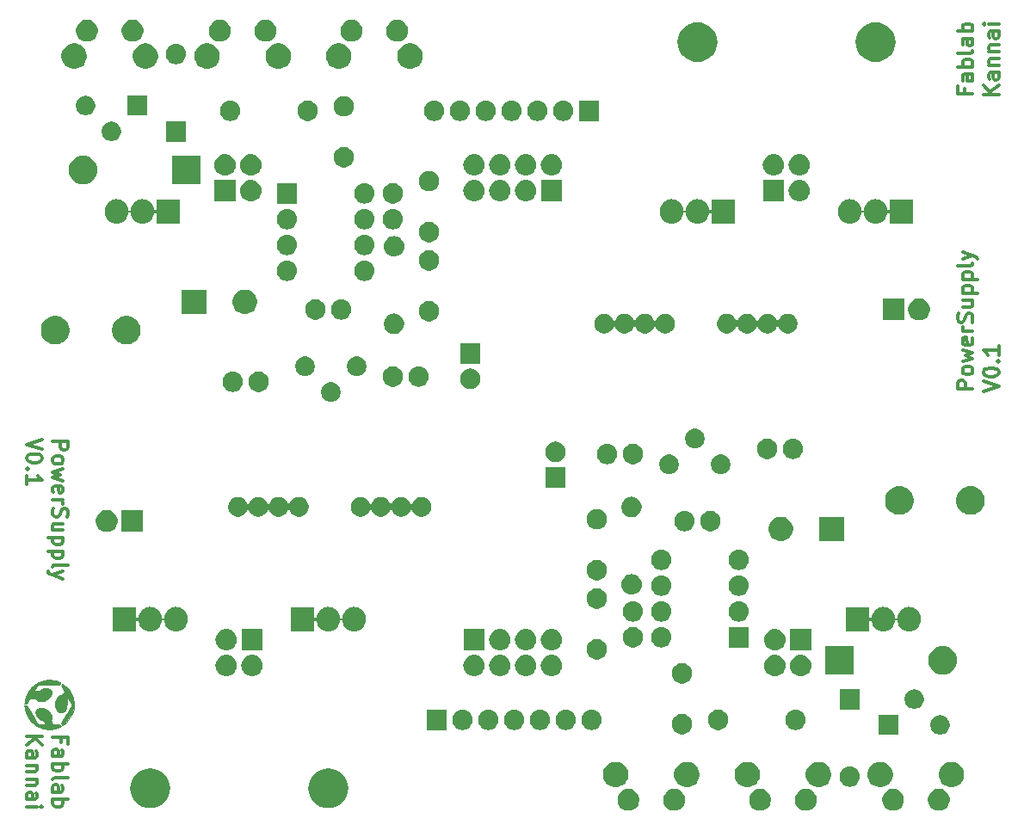
<source format=gts>
G04 #@! TF.GenerationSoftware,KiCad,Pcbnew,(5.0.1)-4*
G04 #@! TF.CreationDate,2018-12-21T14:04:30+09:00*
G04 #@! TF.ProjectId,Nixie_Module_PowerSupply_panelized,4E697869655F4D6F64756C655F506F77,rev?*
G04 #@! TF.SameCoordinates,Original*
G04 #@! TF.FileFunction,Soldermask,Top*
G04 #@! TF.FilePolarity,Negative*
%FSLAX46Y46*%
G04 Gerber Fmt 4.6, Leading zero omitted, Abs format (unit mm)*
G04 Created by KiCad (PCBNEW (5.0.1)-4) date 21/12/2018 14:04:30*
%MOMM*%
%LPD*%
G01*
G04 APERTURE LIST*
%ADD10C,0.300000*%
%ADD11C,0.010000*%
%ADD12C,0.100000*%
G04 APERTURE END LIST*
D10*
X242735571Y-61677857D02*
X241235571Y-61677857D01*
X241235571Y-61106428D01*
X241307000Y-60963571D01*
X241378428Y-60892142D01*
X241521285Y-60820714D01*
X241735571Y-60820714D01*
X241878428Y-60892142D01*
X241949857Y-60963571D01*
X242021285Y-61106428D01*
X242021285Y-61677857D01*
X242735571Y-59963571D02*
X242664142Y-60106428D01*
X242592714Y-60177857D01*
X242449857Y-60249285D01*
X242021285Y-60249285D01*
X241878428Y-60177857D01*
X241807000Y-60106428D01*
X241735571Y-59963571D01*
X241735571Y-59749285D01*
X241807000Y-59606428D01*
X241878428Y-59535000D01*
X242021285Y-59463571D01*
X242449857Y-59463571D01*
X242592714Y-59535000D01*
X242664142Y-59606428D01*
X242735571Y-59749285D01*
X242735571Y-59963571D01*
X241735571Y-58963571D02*
X242735571Y-58677857D01*
X242021285Y-58392142D01*
X242735571Y-58106428D01*
X241735571Y-57820714D01*
X242664142Y-56677857D02*
X242735571Y-56820714D01*
X242735571Y-57106428D01*
X242664142Y-57249285D01*
X242521285Y-57320714D01*
X241949857Y-57320714D01*
X241807000Y-57249285D01*
X241735571Y-57106428D01*
X241735571Y-56820714D01*
X241807000Y-56677857D01*
X241949857Y-56606428D01*
X242092714Y-56606428D01*
X242235571Y-57320714D01*
X242735571Y-55963571D02*
X241735571Y-55963571D01*
X242021285Y-55963571D02*
X241878428Y-55892142D01*
X241807000Y-55820714D01*
X241735571Y-55677857D01*
X241735571Y-55535000D01*
X242664142Y-55106428D02*
X242735571Y-54892142D01*
X242735571Y-54535000D01*
X242664142Y-54392142D01*
X242592714Y-54320714D01*
X242449857Y-54249285D01*
X242307000Y-54249285D01*
X242164142Y-54320714D01*
X242092714Y-54392142D01*
X242021285Y-54535000D01*
X241949857Y-54820714D01*
X241878428Y-54963571D01*
X241807000Y-55035000D01*
X241664142Y-55106428D01*
X241521285Y-55106428D01*
X241378428Y-55035000D01*
X241307000Y-54963571D01*
X241235571Y-54820714D01*
X241235571Y-54463571D01*
X241307000Y-54249285D01*
X241735571Y-52963571D02*
X242735571Y-52963571D01*
X241735571Y-53606428D02*
X242521285Y-53606428D01*
X242664142Y-53535000D01*
X242735571Y-53392142D01*
X242735571Y-53177857D01*
X242664142Y-53035000D01*
X242592714Y-52963571D01*
X241735571Y-52249285D02*
X243235571Y-52249285D01*
X241807000Y-52249285D02*
X241735571Y-52106428D01*
X241735571Y-51820714D01*
X241807000Y-51677857D01*
X241878428Y-51606428D01*
X242021285Y-51535000D01*
X242449857Y-51535000D01*
X242592714Y-51606428D01*
X242664142Y-51677857D01*
X242735571Y-51820714D01*
X242735571Y-52106428D01*
X242664142Y-52249285D01*
X241735571Y-50892142D02*
X243235571Y-50892142D01*
X241807000Y-50892142D02*
X241735571Y-50749285D01*
X241735571Y-50463571D01*
X241807000Y-50320714D01*
X241878428Y-50249285D01*
X242021285Y-50177857D01*
X242449857Y-50177857D01*
X242592714Y-50249285D01*
X242664142Y-50320714D01*
X242735571Y-50463571D01*
X242735571Y-50749285D01*
X242664142Y-50892142D01*
X242735571Y-49320714D02*
X242664142Y-49463571D01*
X242521285Y-49535000D01*
X241235571Y-49535000D01*
X241735571Y-48892142D02*
X242735571Y-48535000D01*
X241735571Y-48177857D02*
X242735571Y-48535000D01*
X243092714Y-48677857D01*
X243164142Y-48749285D01*
X243235571Y-48892142D01*
X243785571Y-61892142D02*
X245285571Y-61392142D01*
X243785571Y-60892142D01*
X243785571Y-60106428D02*
X243785571Y-59963571D01*
X243857000Y-59820714D01*
X243928428Y-59749285D01*
X244071285Y-59677857D01*
X244357000Y-59606428D01*
X244714142Y-59606428D01*
X244999857Y-59677857D01*
X245142714Y-59749285D01*
X245214142Y-59820714D01*
X245285571Y-59963571D01*
X245285571Y-60106428D01*
X245214142Y-60249285D01*
X245142714Y-60320714D01*
X244999857Y-60392142D01*
X244714142Y-60463571D01*
X244357000Y-60463571D01*
X244071285Y-60392142D01*
X243928428Y-60320714D01*
X243857000Y-60249285D01*
X243785571Y-60106428D01*
X245142714Y-58963571D02*
X245214142Y-58892142D01*
X245285571Y-58963571D01*
X245214142Y-59035000D01*
X245142714Y-58963571D01*
X245285571Y-58963571D01*
X245285571Y-57463571D02*
X245285571Y-58320714D01*
X245285571Y-57892142D02*
X243785571Y-57892142D01*
X243999857Y-58035000D01*
X244142714Y-58177857D01*
X244214142Y-58320714D01*
X241949857Y-32102857D02*
X241949857Y-32602857D01*
X242735571Y-32602857D02*
X241235571Y-32602857D01*
X241235571Y-31888571D01*
X242735571Y-30674285D02*
X241949857Y-30674285D01*
X241807000Y-30745714D01*
X241735571Y-30888571D01*
X241735571Y-31174285D01*
X241807000Y-31317142D01*
X242664142Y-30674285D02*
X242735571Y-30817142D01*
X242735571Y-31174285D01*
X242664142Y-31317142D01*
X242521285Y-31388571D01*
X242378428Y-31388571D01*
X242235571Y-31317142D01*
X242164142Y-31174285D01*
X242164142Y-30817142D01*
X242092714Y-30674285D01*
X242735571Y-29960000D02*
X241235571Y-29960000D01*
X241807000Y-29960000D02*
X241735571Y-29817142D01*
X241735571Y-29531428D01*
X241807000Y-29388571D01*
X241878428Y-29317142D01*
X242021285Y-29245714D01*
X242449857Y-29245714D01*
X242592714Y-29317142D01*
X242664142Y-29388571D01*
X242735571Y-29531428D01*
X242735571Y-29817142D01*
X242664142Y-29960000D01*
X242735571Y-28388571D02*
X242664142Y-28531428D01*
X242521285Y-28602857D01*
X241235571Y-28602857D01*
X242735571Y-27174285D02*
X241949857Y-27174285D01*
X241807000Y-27245714D01*
X241735571Y-27388571D01*
X241735571Y-27674285D01*
X241807000Y-27817142D01*
X242664142Y-27174285D02*
X242735571Y-27317142D01*
X242735571Y-27674285D01*
X242664142Y-27817142D01*
X242521285Y-27888571D01*
X242378428Y-27888571D01*
X242235571Y-27817142D01*
X242164142Y-27674285D01*
X242164142Y-27317142D01*
X242092714Y-27174285D01*
X242735571Y-26460000D02*
X241235571Y-26460000D01*
X241807000Y-26460000D02*
X241735571Y-26317142D01*
X241735571Y-26031428D01*
X241807000Y-25888571D01*
X241878428Y-25817142D01*
X242021285Y-25745714D01*
X242449857Y-25745714D01*
X242592714Y-25817142D01*
X242664142Y-25888571D01*
X242735571Y-26031428D01*
X242735571Y-26317142D01*
X242664142Y-26460000D01*
X245285571Y-32674285D02*
X243785571Y-32674285D01*
X245285571Y-31817142D02*
X244428428Y-32460000D01*
X243785571Y-31817142D02*
X244642714Y-32674285D01*
X245285571Y-30531428D02*
X244499857Y-30531428D01*
X244357000Y-30602857D01*
X244285571Y-30745714D01*
X244285571Y-31031428D01*
X244357000Y-31174285D01*
X245214142Y-30531428D02*
X245285571Y-30674285D01*
X245285571Y-31031428D01*
X245214142Y-31174285D01*
X245071285Y-31245714D01*
X244928428Y-31245714D01*
X244785571Y-31174285D01*
X244714142Y-31031428D01*
X244714142Y-30674285D01*
X244642714Y-30531428D01*
X244285571Y-29817142D02*
X245285571Y-29817142D01*
X244428428Y-29817142D02*
X244357000Y-29745714D01*
X244285571Y-29602857D01*
X244285571Y-29388571D01*
X244357000Y-29245714D01*
X244499857Y-29174285D01*
X245285571Y-29174285D01*
X244285571Y-28460000D02*
X245285571Y-28460000D01*
X244428428Y-28460000D02*
X244357000Y-28388571D01*
X244285571Y-28245714D01*
X244285571Y-28031428D01*
X244357000Y-27888571D01*
X244499857Y-27817142D01*
X245285571Y-27817142D01*
X245285571Y-26460000D02*
X244499857Y-26460000D01*
X244357000Y-26531428D01*
X244285571Y-26674285D01*
X244285571Y-26960000D01*
X244357000Y-27102857D01*
X245214142Y-26460000D02*
X245285571Y-26602857D01*
X245285571Y-26960000D01*
X245214142Y-27102857D01*
X245071285Y-27174285D01*
X244928428Y-27174285D01*
X244785571Y-27102857D01*
X244714142Y-26960000D01*
X244714142Y-26602857D01*
X244642714Y-26460000D01*
X245285571Y-25745714D02*
X244285571Y-25745714D01*
X243785571Y-25745714D02*
X243857000Y-25817142D01*
X243928428Y-25745714D01*
X243857000Y-25674285D01*
X243785571Y-25745714D01*
X243928428Y-25745714D01*
X152234428Y-66846142D02*
X153734428Y-66846142D01*
X153734428Y-67417571D01*
X153663000Y-67560428D01*
X153591571Y-67631857D01*
X153448714Y-67703285D01*
X153234428Y-67703285D01*
X153091571Y-67631857D01*
X153020142Y-67560428D01*
X152948714Y-67417571D01*
X152948714Y-66846142D01*
X152234428Y-68560428D02*
X152305857Y-68417571D01*
X152377285Y-68346142D01*
X152520142Y-68274714D01*
X152948714Y-68274714D01*
X153091571Y-68346142D01*
X153163000Y-68417571D01*
X153234428Y-68560428D01*
X153234428Y-68774714D01*
X153163000Y-68917571D01*
X153091571Y-68989000D01*
X152948714Y-69060428D01*
X152520142Y-69060428D01*
X152377285Y-68989000D01*
X152305857Y-68917571D01*
X152234428Y-68774714D01*
X152234428Y-68560428D01*
X153234428Y-69560428D02*
X152234428Y-69846142D01*
X152948714Y-70131857D01*
X152234428Y-70417571D01*
X153234428Y-70703285D01*
X152305857Y-71846142D02*
X152234428Y-71703285D01*
X152234428Y-71417571D01*
X152305857Y-71274714D01*
X152448714Y-71203285D01*
X153020142Y-71203285D01*
X153163000Y-71274714D01*
X153234428Y-71417571D01*
X153234428Y-71703285D01*
X153163000Y-71846142D01*
X153020142Y-71917571D01*
X152877285Y-71917571D01*
X152734428Y-71203285D01*
X152234428Y-72560428D02*
X153234428Y-72560428D01*
X152948714Y-72560428D02*
X153091571Y-72631857D01*
X153163000Y-72703285D01*
X153234428Y-72846142D01*
X153234428Y-72989000D01*
X152305857Y-73417571D02*
X152234428Y-73631857D01*
X152234428Y-73989000D01*
X152305857Y-74131857D01*
X152377285Y-74203285D01*
X152520142Y-74274714D01*
X152663000Y-74274714D01*
X152805857Y-74203285D01*
X152877285Y-74131857D01*
X152948714Y-73989000D01*
X153020142Y-73703285D01*
X153091571Y-73560428D01*
X153163000Y-73489000D01*
X153305857Y-73417571D01*
X153448714Y-73417571D01*
X153591571Y-73489000D01*
X153663000Y-73560428D01*
X153734428Y-73703285D01*
X153734428Y-74060428D01*
X153663000Y-74274714D01*
X153234428Y-75560428D02*
X152234428Y-75560428D01*
X153234428Y-74917571D02*
X152448714Y-74917571D01*
X152305857Y-74989000D01*
X152234428Y-75131857D01*
X152234428Y-75346142D01*
X152305857Y-75489000D01*
X152377285Y-75560428D01*
X153234428Y-76274714D02*
X151734428Y-76274714D01*
X153163000Y-76274714D02*
X153234428Y-76417571D01*
X153234428Y-76703285D01*
X153163000Y-76846142D01*
X153091571Y-76917571D01*
X152948714Y-76989000D01*
X152520142Y-76989000D01*
X152377285Y-76917571D01*
X152305857Y-76846142D01*
X152234428Y-76703285D01*
X152234428Y-76417571D01*
X152305857Y-76274714D01*
X153234428Y-77631857D02*
X151734428Y-77631857D01*
X153163000Y-77631857D02*
X153234428Y-77774714D01*
X153234428Y-78060428D01*
X153163000Y-78203285D01*
X153091571Y-78274714D01*
X152948714Y-78346142D01*
X152520142Y-78346142D01*
X152377285Y-78274714D01*
X152305857Y-78203285D01*
X152234428Y-78060428D01*
X152234428Y-77774714D01*
X152305857Y-77631857D01*
X152234428Y-79203285D02*
X152305857Y-79060428D01*
X152448714Y-78989000D01*
X153734428Y-78989000D01*
X153234428Y-79631857D02*
X152234428Y-79989000D01*
X153234428Y-80346142D02*
X152234428Y-79989000D01*
X151877285Y-79846142D01*
X151805857Y-79774714D01*
X151734428Y-79631857D01*
X151184428Y-66631857D02*
X149684428Y-67131857D01*
X151184428Y-67631857D01*
X151184428Y-68417571D02*
X151184428Y-68560428D01*
X151113000Y-68703285D01*
X151041571Y-68774714D01*
X150898714Y-68846142D01*
X150613000Y-68917571D01*
X150255857Y-68917571D01*
X149970142Y-68846142D01*
X149827285Y-68774714D01*
X149755857Y-68703285D01*
X149684428Y-68560428D01*
X149684428Y-68417571D01*
X149755857Y-68274714D01*
X149827285Y-68203285D01*
X149970142Y-68131857D01*
X150255857Y-68060428D01*
X150613000Y-68060428D01*
X150898714Y-68131857D01*
X151041571Y-68203285D01*
X151113000Y-68274714D01*
X151184428Y-68417571D01*
X149827285Y-69560428D02*
X149755857Y-69631857D01*
X149684428Y-69560428D01*
X149755857Y-69489000D01*
X149827285Y-69560428D01*
X149684428Y-69560428D01*
X149684428Y-71060428D02*
X149684428Y-70203285D01*
X149684428Y-70631857D02*
X151184428Y-70631857D01*
X150970142Y-70489000D01*
X150827285Y-70346142D01*
X150755857Y-70203285D01*
X153020142Y-96421142D02*
X153020142Y-95921142D01*
X152234428Y-95921142D02*
X153734428Y-95921142D01*
X153734428Y-96635428D01*
X152234428Y-97849714D02*
X153020142Y-97849714D01*
X153163000Y-97778285D01*
X153234428Y-97635428D01*
X153234428Y-97349714D01*
X153163000Y-97206857D01*
X152305857Y-97849714D02*
X152234428Y-97706857D01*
X152234428Y-97349714D01*
X152305857Y-97206857D01*
X152448714Y-97135428D01*
X152591571Y-97135428D01*
X152734428Y-97206857D01*
X152805857Y-97349714D01*
X152805857Y-97706857D01*
X152877285Y-97849714D01*
X152234428Y-98564000D02*
X153734428Y-98564000D01*
X153163000Y-98564000D02*
X153234428Y-98706857D01*
X153234428Y-98992571D01*
X153163000Y-99135428D01*
X153091571Y-99206857D01*
X152948714Y-99278285D01*
X152520142Y-99278285D01*
X152377285Y-99206857D01*
X152305857Y-99135428D01*
X152234428Y-98992571D01*
X152234428Y-98706857D01*
X152305857Y-98564000D01*
X152234428Y-100135428D02*
X152305857Y-99992571D01*
X152448714Y-99921142D01*
X153734428Y-99921142D01*
X152234428Y-101349714D02*
X153020142Y-101349714D01*
X153163000Y-101278285D01*
X153234428Y-101135428D01*
X153234428Y-100849714D01*
X153163000Y-100706857D01*
X152305857Y-101349714D02*
X152234428Y-101206857D01*
X152234428Y-100849714D01*
X152305857Y-100706857D01*
X152448714Y-100635428D01*
X152591571Y-100635428D01*
X152734428Y-100706857D01*
X152805857Y-100849714D01*
X152805857Y-101206857D01*
X152877285Y-101349714D01*
X152234428Y-102064000D02*
X153734428Y-102064000D01*
X153163000Y-102064000D02*
X153234428Y-102206857D01*
X153234428Y-102492571D01*
X153163000Y-102635428D01*
X153091571Y-102706857D01*
X152948714Y-102778285D01*
X152520142Y-102778285D01*
X152377285Y-102706857D01*
X152305857Y-102635428D01*
X152234428Y-102492571D01*
X152234428Y-102206857D01*
X152305857Y-102064000D01*
X149684428Y-95849714D02*
X151184428Y-95849714D01*
X149684428Y-96706857D02*
X150541571Y-96064000D01*
X151184428Y-96706857D02*
X150327285Y-95849714D01*
X149684428Y-97992571D02*
X150470142Y-97992571D01*
X150613000Y-97921142D01*
X150684428Y-97778285D01*
X150684428Y-97492571D01*
X150613000Y-97349714D01*
X149755857Y-97992571D02*
X149684428Y-97849714D01*
X149684428Y-97492571D01*
X149755857Y-97349714D01*
X149898714Y-97278285D01*
X150041571Y-97278285D01*
X150184428Y-97349714D01*
X150255857Y-97492571D01*
X150255857Y-97849714D01*
X150327285Y-97992571D01*
X150684428Y-98706857D02*
X149684428Y-98706857D01*
X150541571Y-98706857D02*
X150613000Y-98778285D01*
X150684428Y-98921142D01*
X150684428Y-99135428D01*
X150613000Y-99278285D01*
X150470142Y-99349714D01*
X149684428Y-99349714D01*
X150684428Y-100064000D02*
X149684428Y-100064000D01*
X150541571Y-100064000D02*
X150613000Y-100135428D01*
X150684428Y-100278285D01*
X150684428Y-100492571D01*
X150613000Y-100635428D01*
X150470142Y-100706857D01*
X149684428Y-100706857D01*
X149684428Y-102064000D02*
X150470142Y-102064000D01*
X150613000Y-101992571D01*
X150684428Y-101849714D01*
X150684428Y-101564000D01*
X150613000Y-101421142D01*
X149755857Y-102064000D02*
X149684428Y-101921142D01*
X149684428Y-101564000D01*
X149755857Y-101421142D01*
X149898714Y-101349714D01*
X150041571Y-101349714D01*
X150184428Y-101421142D01*
X150255857Y-101564000D01*
X150255857Y-101921142D01*
X150327285Y-102064000D01*
X149684428Y-102778285D02*
X150684428Y-102778285D01*
X151184428Y-102778285D02*
X151113000Y-102706857D01*
X151041571Y-102778285D01*
X151113000Y-102849714D01*
X151184428Y-102778285D01*
X151041571Y-102778285D01*
D11*
G04 #@! TO.C,G\002A\002A\002A*
G36*
X154284497Y-93031139D02*
X154272606Y-93127617D01*
X154199260Y-93437240D01*
X154082527Y-93740724D01*
X153927622Y-94028266D01*
X153739760Y-94290060D01*
X153543573Y-94498562D01*
X153462271Y-94570523D01*
X153376014Y-94641512D01*
X153293692Y-94704887D01*
X153224196Y-94754008D01*
X153176417Y-94782235D01*
X153159755Y-94785245D01*
X153144608Y-94760149D01*
X153113800Y-94707153D01*
X153098713Y-94680898D01*
X153043910Y-94585228D01*
X153570124Y-93673529D01*
X153682479Y-93478187D01*
X153786631Y-93295790D01*
X153879973Y-93131001D01*
X153959898Y-92988485D01*
X154023799Y-92872903D01*
X154069069Y-92788920D01*
X154093101Y-92741199D01*
X154096339Y-92732315D01*
X154084384Y-92701003D01*
X154051541Y-92635127D01*
X154002340Y-92543296D01*
X153941312Y-92434117D01*
X153917101Y-92391842D01*
X153839146Y-92260144D01*
X153781391Y-92170995D01*
X153742049Y-92121929D01*
X153719336Y-92110477D01*
X153715737Y-92113638D01*
X153657314Y-92205991D01*
X153619559Y-92285979D01*
X153598604Y-92369069D01*
X153590584Y-92470729D01*
X153591633Y-92606428D01*
X153591726Y-92609803D01*
X153583867Y-92847499D01*
X153545222Y-93049762D01*
X153474571Y-93221606D01*
X153422504Y-93303762D01*
X153310405Y-93425437D01*
X153187990Y-93500971D01*
X153060441Y-93531863D01*
X152932936Y-93519616D01*
X152810656Y-93465730D01*
X152698779Y-93371706D01*
X152602486Y-93239044D01*
X152526957Y-93069246D01*
X152518054Y-93041692D01*
X152481066Y-92864770D01*
X152468908Y-92668028D01*
X152481535Y-92472489D01*
X152518901Y-92299179D01*
X152519704Y-92296687D01*
X152589092Y-92135399D01*
X152681000Y-92000923D01*
X152789310Y-91898639D01*
X152907905Y-91833925D01*
X153030668Y-91812160D01*
X153067667Y-91814847D01*
X153162774Y-91827603D01*
X153374536Y-91455409D01*
X153209392Y-91165115D01*
X153044248Y-90874822D01*
X153098707Y-90784176D01*
X153134107Y-90725866D01*
X153157371Y-90688680D01*
X153160831Y-90683603D01*
X153186821Y-90688082D01*
X153241606Y-90720902D01*
X153317410Y-90776161D01*
X153406459Y-90847956D01*
X153500979Y-90930385D01*
X153566937Y-90991928D01*
X153795729Y-91246397D01*
X153986851Y-91531468D01*
X154136618Y-91840933D01*
X154222851Y-92097041D01*
X154255310Y-92252684D01*
X154278520Y-92440813D01*
X154291665Y-92644530D01*
X154293929Y-92846938D01*
X154284497Y-93031139D01*
X154284497Y-93031139D01*
G37*
X154284497Y-93031139D02*
X154272606Y-93127617D01*
X154199260Y-93437240D01*
X154082527Y-93740724D01*
X153927622Y-94028266D01*
X153739760Y-94290060D01*
X153543573Y-94498562D01*
X153462271Y-94570523D01*
X153376014Y-94641512D01*
X153293692Y-94704887D01*
X153224196Y-94754008D01*
X153176417Y-94782235D01*
X153159755Y-94785245D01*
X153144608Y-94760149D01*
X153113800Y-94707153D01*
X153098713Y-94680898D01*
X153043910Y-94585228D01*
X153570124Y-93673529D01*
X153682479Y-93478187D01*
X153786631Y-93295790D01*
X153879973Y-93131001D01*
X153959898Y-92988485D01*
X154023799Y-92872903D01*
X154069069Y-92788920D01*
X154093101Y-92741199D01*
X154096339Y-92732315D01*
X154084384Y-92701003D01*
X154051541Y-92635127D01*
X154002340Y-92543296D01*
X153941312Y-92434117D01*
X153917101Y-92391842D01*
X153839146Y-92260144D01*
X153781391Y-92170995D01*
X153742049Y-92121929D01*
X153719336Y-92110477D01*
X153715737Y-92113638D01*
X153657314Y-92205991D01*
X153619559Y-92285979D01*
X153598604Y-92369069D01*
X153590584Y-92470729D01*
X153591633Y-92606428D01*
X153591726Y-92609803D01*
X153583867Y-92847499D01*
X153545222Y-93049762D01*
X153474571Y-93221606D01*
X153422504Y-93303762D01*
X153310405Y-93425437D01*
X153187990Y-93500971D01*
X153060441Y-93531863D01*
X152932936Y-93519616D01*
X152810656Y-93465730D01*
X152698779Y-93371706D01*
X152602486Y-93239044D01*
X152526957Y-93069246D01*
X152518054Y-93041692D01*
X152481066Y-92864770D01*
X152468908Y-92668028D01*
X152481535Y-92472489D01*
X152518901Y-92299179D01*
X152519704Y-92296687D01*
X152589092Y-92135399D01*
X152681000Y-92000923D01*
X152789310Y-91898639D01*
X152907905Y-91833925D01*
X153030668Y-91812160D01*
X153067667Y-91814847D01*
X153162774Y-91827603D01*
X153374536Y-91455409D01*
X153209392Y-91165115D01*
X153044248Y-90874822D01*
X153098707Y-90784176D01*
X153134107Y-90725866D01*
X153157371Y-90688680D01*
X153160831Y-90683603D01*
X153186821Y-90688082D01*
X153241606Y-90720902D01*
X153317410Y-90776161D01*
X153406459Y-90847956D01*
X153500979Y-90930385D01*
X153566937Y-90991928D01*
X153795729Y-91246397D01*
X153986851Y-91531468D01*
X154136618Y-91840933D01*
X154222851Y-92097041D01*
X154255310Y-92252684D01*
X154278520Y-92440813D01*
X154291665Y-92644530D01*
X154293929Y-92846938D01*
X154284497Y-93031139D01*
G36*
X152998556Y-94893986D02*
X152956279Y-94919958D01*
X152876675Y-94954781D01*
X152770880Y-94994608D01*
X152650029Y-95035592D01*
X152525259Y-95073885D01*
X152407705Y-95105641D01*
X152343222Y-95120382D01*
X152130485Y-95150606D01*
X151893100Y-95161244D01*
X151649817Y-95152811D01*
X151419387Y-95125824D01*
X151253991Y-95090433D01*
X150926175Y-94975980D01*
X150623014Y-94819876D01*
X150347495Y-94625639D01*
X150102604Y-94396788D01*
X149891328Y-94136842D01*
X149716652Y-93849319D01*
X149581563Y-93537738D01*
X149489047Y-93205618D01*
X149451641Y-92966756D01*
X149434680Y-92810198D01*
X149678391Y-92810198D01*
X150212684Y-93737022D01*
X150746976Y-94663847D01*
X151495346Y-94663847D01*
X151417632Y-94532338D01*
X151373237Y-94458050D01*
X151337646Y-94399992D01*
X151321629Y-94375249D01*
X151291854Y-94353067D01*
X151228587Y-94316392D01*
X151143709Y-94271971D01*
X151113246Y-94256891D01*
X150941852Y-94156157D01*
X150797698Y-94037561D01*
X150682594Y-93906510D01*
X150598349Y-93768408D01*
X150546776Y-93628662D01*
X150529682Y-93492677D01*
X150548880Y-93365858D01*
X150606180Y-93253609D01*
X150703391Y-93161338D01*
X150738945Y-93139290D01*
X150891040Y-93081466D01*
X151062357Y-93064009D01*
X151245294Y-93084974D01*
X151432246Y-93142417D01*
X151615610Y-93234394D01*
X151787782Y-93358961D01*
X151860506Y-93426050D01*
X151981371Y-93560652D01*
X152060707Y-93686240D01*
X152103199Y-93813137D01*
X152113535Y-93951665D01*
X152112232Y-93980444D01*
X152100734Y-94082654D01*
X152078174Y-94151472D01*
X152045120Y-94197428D01*
X151987592Y-94258664D01*
X152096354Y-94460904D01*
X152205116Y-94663143D01*
X152547001Y-94663495D01*
X152888885Y-94663847D01*
X152952176Y-94770306D01*
X152985519Y-94834780D01*
X153000468Y-94881330D01*
X152998556Y-94893986D01*
X152998556Y-94893986D01*
G37*
X152998556Y-94893986D02*
X152956279Y-94919958D01*
X152876675Y-94954781D01*
X152770880Y-94994608D01*
X152650029Y-95035592D01*
X152525259Y-95073885D01*
X152407705Y-95105641D01*
X152343222Y-95120382D01*
X152130485Y-95150606D01*
X151893100Y-95161244D01*
X151649817Y-95152811D01*
X151419387Y-95125824D01*
X151253991Y-95090433D01*
X150926175Y-94975980D01*
X150623014Y-94819876D01*
X150347495Y-94625639D01*
X150102604Y-94396788D01*
X149891328Y-94136842D01*
X149716652Y-93849319D01*
X149581563Y-93537738D01*
X149489047Y-93205618D01*
X149451641Y-92966756D01*
X149434680Y-92810198D01*
X149678391Y-92810198D01*
X150212684Y-93737022D01*
X150746976Y-94663847D01*
X151495346Y-94663847D01*
X151417632Y-94532338D01*
X151373237Y-94458050D01*
X151337646Y-94399992D01*
X151321629Y-94375249D01*
X151291854Y-94353067D01*
X151228587Y-94316392D01*
X151143709Y-94271971D01*
X151113246Y-94256891D01*
X150941852Y-94156157D01*
X150797698Y-94037561D01*
X150682594Y-93906510D01*
X150598349Y-93768408D01*
X150546776Y-93628662D01*
X150529682Y-93492677D01*
X150548880Y-93365858D01*
X150606180Y-93253609D01*
X150703391Y-93161338D01*
X150738945Y-93139290D01*
X150891040Y-93081466D01*
X151062357Y-93064009D01*
X151245294Y-93084974D01*
X151432246Y-93142417D01*
X151615610Y-93234394D01*
X151787782Y-93358961D01*
X151860506Y-93426050D01*
X151981371Y-93560652D01*
X152060707Y-93686240D01*
X152103199Y-93813137D01*
X152113535Y-93951665D01*
X152112232Y-93980444D01*
X152100734Y-94082654D01*
X152078174Y-94151472D01*
X152045120Y-94197428D01*
X151987592Y-94258664D01*
X152096354Y-94460904D01*
X152205116Y-94663143D01*
X152547001Y-94663495D01*
X152888885Y-94663847D01*
X152952176Y-94770306D01*
X152985519Y-94834780D01*
X153000468Y-94881330D01*
X152998556Y-94893986D01*
G36*
X152982148Y-90626326D02*
X152952260Y-90679982D01*
X152942028Y-90696837D01*
X152889886Y-90781204D01*
X151802284Y-90781204D01*
X151574561Y-90781621D01*
X151363275Y-90782815D01*
X151173481Y-90784698D01*
X151010232Y-90787182D01*
X150878582Y-90790180D01*
X150783584Y-90793603D01*
X150730293Y-90797364D01*
X150720423Y-90799991D01*
X150713593Y-90835094D01*
X150686999Y-90889172D01*
X150650380Y-90947204D01*
X150613471Y-90994167D01*
X150586009Y-91015040D01*
X150581525Y-91014283D01*
X150568763Y-91015543D01*
X150574014Y-91027009D01*
X150571416Y-91057900D01*
X150551080Y-91113128D01*
X150520217Y-91178635D01*
X150486035Y-91240365D01*
X150455746Y-91284258D01*
X150436559Y-91296256D01*
X150436122Y-91295872D01*
X150425652Y-91307533D01*
X150420206Y-91339741D01*
X150420090Y-91364944D01*
X150430910Y-91380375D01*
X150461738Y-91387638D01*
X150521643Y-91388339D01*
X150619696Y-91384083D01*
X150659072Y-91382018D01*
X150689633Y-91380037D01*
X150689633Y-92259113D01*
X150669015Y-92268278D01*
X150672933Y-92275812D01*
X150702661Y-92278810D01*
X150706333Y-92275812D01*
X150702894Y-92260921D01*
X150689633Y-92259113D01*
X150689633Y-91380037D01*
X150727207Y-91377601D01*
X150727207Y-92209014D01*
X150714682Y-92221539D01*
X150727207Y-92234064D01*
X150739732Y-92221539D01*
X150727207Y-92209014D01*
X150727207Y-91377601D01*
X150776332Y-91374416D01*
X150858547Y-91363832D01*
X150920764Y-91346390D01*
X150978029Y-91318216D01*
X151027799Y-91287042D01*
X151027799Y-91332288D01*
X151015274Y-91344813D01*
X151027799Y-91357338D01*
X151040323Y-91344813D01*
X151027799Y-91332288D01*
X151027799Y-91287042D01*
X151178095Y-91206630D01*
X151178095Y-92359310D01*
X151165570Y-92371835D01*
X151178095Y-92384359D01*
X151190619Y-92371835D01*
X151178095Y-92359310D01*
X151178095Y-91206630D01*
X151203648Y-91192958D01*
X151378489Y-91136749D01*
X151378489Y-92234064D01*
X151365964Y-92246588D01*
X151378489Y-92259113D01*
X151391014Y-92246588D01*
X151378489Y-92234064D01*
X151378489Y-91136749D01*
X151383962Y-91134989D01*
X151561206Y-91113148D01*
X151727850Y-91127447D01*
X151876359Y-91177899D01*
X151999201Y-91264515D01*
X152004722Y-91270245D01*
X152004722Y-91282190D01*
X151992197Y-91294714D01*
X152004722Y-91307239D01*
X152017246Y-91294714D01*
X152004722Y-91282190D01*
X152004722Y-91270245D01*
X152019334Y-91285411D01*
X152054820Y-91328532D01*
X152054820Y-91607831D01*
X152042296Y-91620355D01*
X152054820Y-91632880D01*
X152067345Y-91620355D01*
X152054820Y-91607831D01*
X152054820Y-91328532D01*
X152058871Y-91333455D01*
X152082372Y-91379465D01*
X152094177Y-91438908D01*
X152098630Y-91527253D01*
X152099281Y-91570257D01*
X152091636Y-91652960D01*
X152070314Y-91738670D01*
X152040335Y-91815562D01*
X152006717Y-91871812D01*
X151974479Y-91895596D01*
X151962317Y-91892912D01*
X151946156Y-91890968D01*
X151951879Y-91903982D01*
X151947255Y-91940406D01*
X151909415Y-91995955D01*
X151847364Y-92062783D01*
X151770104Y-92133044D01*
X151686638Y-92198892D01*
X151605969Y-92252479D01*
X151537101Y-92285960D01*
X151505370Y-92293122D01*
X151464247Y-92302008D01*
X151456927Y-92314516D01*
X151445489Y-92334704D01*
X151395436Y-92355948D01*
X151318136Y-92375922D01*
X151224958Y-92392303D01*
X151127271Y-92402767D01*
X151036444Y-92404990D01*
X151018514Y-92404142D01*
X150899936Y-92388553D01*
X150794764Y-92360100D01*
X150712938Y-92322944D01*
X150664398Y-92281244D01*
X150655493Y-92252195D01*
X150649065Y-92222279D01*
X150638420Y-92222228D01*
X150610623Y-92214127D01*
X150581952Y-92183560D01*
X150563011Y-92161713D01*
X150536399Y-92147481D01*
X150492642Y-92139600D01*
X150422266Y-92136808D01*
X150315796Y-92137842D01*
X150249965Y-92139305D01*
X149953939Y-92146391D01*
X149902210Y-92238596D01*
X149862114Y-92310171D01*
X149810009Y-92403319D01*
X149765581Y-92482827D01*
X149680681Y-92634853D01*
X149558924Y-92634853D01*
X149489385Y-92633701D01*
X149446925Y-92630764D01*
X149440460Y-92628590D01*
X149444806Y-92602500D01*
X149453007Y-92540227D01*
X149463062Y-92457144D01*
X149482056Y-92331190D01*
X149509273Y-92198599D01*
X149542096Y-92067693D01*
X149577910Y-91946795D01*
X149614099Y-91844227D01*
X149625037Y-91819768D01*
X149625037Y-92509606D01*
X149612513Y-92522131D01*
X149625037Y-92534655D01*
X149637562Y-92522131D01*
X149625037Y-92509606D01*
X149625037Y-91819768D01*
X149648047Y-91768313D01*
X149650087Y-91765443D01*
X149650087Y-91983570D01*
X149637562Y-91996095D01*
X149650087Y-92008620D01*
X149662611Y-91996095D01*
X149650087Y-91983570D01*
X149650087Y-91765443D01*
X149675136Y-91730194D01*
X149675136Y-91783176D01*
X149662611Y-91795701D01*
X149675136Y-91808225D01*
X149687661Y-91795701D01*
X149675136Y-91783176D01*
X149675136Y-91730194D01*
X149677138Y-91727376D01*
X149693442Y-91724126D01*
X149708583Y-91725088D01*
X149703032Y-91712634D01*
X149703949Y-91674026D01*
X149725235Y-91617366D01*
X149725235Y-92409409D01*
X149712710Y-92421933D01*
X149725235Y-92434458D01*
X149737759Y-92421933D01*
X149725235Y-92409409D01*
X149725235Y-91617366D01*
X149728874Y-91607679D01*
X149771437Y-91523686D01*
X149825270Y-91432138D01*
X149839587Y-91410442D01*
X149839587Y-92215156D01*
X149837956Y-92218582D01*
X149850481Y-92234817D01*
X149850481Y-92284162D01*
X149837956Y-92296687D01*
X149850481Y-92309212D01*
X149863006Y-92296687D01*
X149850481Y-92284162D01*
X149850481Y-92234817D01*
X149855591Y-92241442D01*
X149863006Y-92246588D01*
X149886424Y-92252971D01*
X149888055Y-92249545D01*
X149870421Y-92226685D01*
X149863006Y-92221539D01*
X149839587Y-92215156D01*
X149839587Y-91410442D01*
X149884004Y-91343130D01*
X149900580Y-91321022D01*
X149900580Y-91482584D01*
X149888055Y-91495109D01*
X149900580Y-91507634D01*
X149913104Y-91495109D01*
X149900580Y-91482584D01*
X149900580Y-91321022D01*
X149941268Y-91266753D01*
X149990694Y-91213099D01*
X150025914Y-91192263D01*
X150030946Y-91193016D01*
X150053759Y-91192848D01*
X150051136Y-91182413D01*
X150051687Y-91146663D01*
X150075067Y-91100108D01*
X150108689Y-91060698D01*
X150126024Y-91052766D01*
X150126024Y-91156943D01*
X150113499Y-91169468D01*
X150126024Y-91181993D01*
X150138548Y-91169468D01*
X150126024Y-91156943D01*
X150126024Y-91052766D01*
X150139968Y-91046384D01*
X150145158Y-91048307D01*
X150159409Y-91048374D01*
X150154145Y-91036668D01*
X150160905Y-91005591D01*
X150201171Y-90967765D01*
X150201171Y-90981598D01*
X150188647Y-90994123D01*
X150201171Y-91006647D01*
X150213696Y-90994123D01*
X150201171Y-90981598D01*
X150201171Y-90967765D01*
X150201701Y-90967267D01*
X150206636Y-90963998D01*
X150266012Y-90920033D01*
X150326418Y-90869027D01*
X150326418Y-90956549D01*
X150313893Y-90969073D01*
X150326418Y-90981598D01*
X150338943Y-90969073D01*
X150326418Y-90956549D01*
X150326418Y-90869027D01*
X150338887Y-90858498D01*
X150375853Y-90824595D01*
X150415722Y-90791418D01*
X150415722Y-91213183D01*
X150414091Y-91216610D01*
X150431725Y-91239469D01*
X150439140Y-91244616D01*
X150462558Y-91250999D01*
X150464189Y-91247573D01*
X150446555Y-91224713D01*
X150439140Y-91219567D01*
X150415722Y-91213183D01*
X150415722Y-90791418D01*
X150436340Y-90774260D01*
X150476714Y-90750742D01*
X150476714Y-91056746D01*
X150464189Y-91069271D01*
X150476714Y-91081795D01*
X150476714Y-91156943D01*
X150464189Y-91169468D01*
X150476714Y-91181993D01*
X150489239Y-91169468D01*
X150476714Y-91156943D01*
X150476714Y-91081795D01*
X150489239Y-91069271D01*
X150476714Y-91056746D01*
X150476714Y-90750742D01*
X150486230Y-90745198D01*
X150507062Y-90742197D01*
X150531967Y-90737624D01*
X150532774Y-90726003D01*
X150551163Y-90701733D01*
X150576911Y-90683946D01*
X150576911Y-90756154D01*
X150564386Y-90768679D01*
X150576911Y-90781204D01*
X150589436Y-90768679D01*
X150576911Y-90756154D01*
X150576911Y-90683946D01*
X150606755Y-90663328D01*
X150690322Y-90615460D01*
X150702158Y-90609369D01*
X150702158Y-90706056D01*
X150689633Y-90718580D01*
X150702158Y-90731105D01*
X150714682Y-90718580D01*
X150702158Y-90706056D01*
X150702158Y-90609369D01*
X150792632Y-90562805D01*
X150904457Y-90510035D01*
X151016567Y-90461824D01*
X151119731Y-90422845D01*
X151153045Y-90411929D01*
X151274064Y-90378157D01*
X151407881Y-90346483D01*
X151501284Y-90328130D01*
X151595483Y-90317225D01*
X151713884Y-90310944D01*
X151845684Y-90308982D01*
X151980078Y-90311037D01*
X152106260Y-90316806D01*
X152213428Y-90325985D01*
X152290776Y-90338271D01*
X152325423Y-90351266D01*
X152361207Y-90368951D01*
X152374104Y-90365897D01*
X152407237Y-90363289D01*
X152474663Y-90377433D01*
X152565455Y-90404255D01*
X152668684Y-90439683D01*
X152756201Y-90473071D01*
X152756201Y-90505661D01*
X152743676Y-90518186D01*
X152756201Y-90530711D01*
X152768726Y-90518186D01*
X152756201Y-90505661D01*
X152756201Y-90473071D01*
X152773424Y-90479642D01*
X152806300Y-90493581D01*
X152806300Y-90630908D01*
X152793775Y-90643432D01*
X152806300Y-90655957D01*
X152818824Y-90643432D01*
X152806300Y-90630908D01*
X152806300Y-90493581D01*
X152831349Y-90504201D01*
X152831349Y-90706056D01*
X152818824Y-90718580D01*
X152831349Y-90731105D01*
X152843874Y-90718580D01*
X152831349Y-90706056D01*
X152831349Y-90504201D01*
X152868745Y-90520057D01*
X152881448Y-90526291D01*
X152881448Y-90681006D01*
X152868923Y-90693531D01*
X152881448Y-90706056D01*
X152893972Y-90693531D01*
X152881448Y-90681006D01*
X152881448Y-90526291D01*
X152931546Y-90550879D01*
X152931546Y-90630908D01*
X152919022Y-90643432D01*
X152931546Y-90655957D01*
X152944071Y-90643432D01*
X152931546Y-90630908D01*
X152931546Y-90550879D01*
X152943720Y-90556855D01*
X152987422Y-90585962D01*
X152994169Y-90597061D01*
X152982148Y-90626326D01*
X152982148Y-90626326D01*
G37*
X152982148Y-90626326D02*
X152952260Y-90679982D01*
X152942028Y-90696837D01*
X152889886Y-90781204D01*
X151802284Y-90781204D01*
X151574561Y-90781621D01*
X151363275Y-90782815D01*
X151173481Y-90784698D01*
X151010232Y-90787182D01*
X150878582Y-90790180D01*
X150783584Y-90793603D01*
X150730293Y-90797364D01*
X150720423Y-90799991D01*
X150713593Y-90835094D01*
X150686999Y-90889172D01*
X150650380Y-90947204D01*
X150613471Y-90994167D01*
X150586009Y-91015040D01*
X150581525Y-91014283D01*
X150568763Y-91015543D01*
X150574014Y-91027009D01*
X150571416Y-91057900D01*
X150551080Y-91113128D01*
X150520217Y-91178635D01*
X150486035Y-91240365D01*
X150455746Y-91284258D01*
X150436559Y-91296256D01*
X150436122Y-91295872D01*
X150425652Y-91307533D01*
X150420206Y-91339741D01*
X150420090Y-91364944D01*
X150430910Y-91380375D01*
X150461738Y-91387638D01*
X150521643Y-91388339D01*
X150619696Y-91384083D01*
X150659072Y-91382018D01*
X150689633Y-91380037D01*
X150689633Y-92259113D01*
X150669015Y-92268278D01*
X150672933Y-92275812D01*
X150702661Y-92278810D01*
X150706333Y-92275812D01*
X150702894Y-92260921D01*
X150689633Y-92259113D01*
X150689633Y-91380037D01*
X150727207Y-91377601D01*
X150727207Y-92209014D01*
X150714682Y-92221539D01*
X150727207Y-92234064D01*
X150739732Y-92221539D01*
X150727207Y-92209014D01*
X150727207Y-91377601D01*
X150776332Y-91374416D01*
X150858547Y-91363832D01*
X150920764Y-91346390D01*
X150978029Y-91318216D01*
X151027799Y-91287042D01*
X151027799Y-91332288D01*
X151015274Y-91344813D01*
X151027799Y-91357338D01*
X151040323Y-91344813D01*
X151027799Y-91332288D01*
X151027799Y-91287042D01*
X151178095Y-91206630D01*
X151178095Y-92359310D01*
X151165570Y-92371835D01*
X151178095Y-92384359D01*
X151190619Y-92371835D01*
X151178095Y-92359310D01*
X151178095Y-91206630D01*
X151203648Y-91192958D01*
X151378489Y-91136749D01*
X151378489Y-92234064D01*
X151365964Y-92246588D01*
X151378489Y-92259113D01*
X151391014Y-92246588D01*
X151378489Y-92234064D01*
X151378489Y-91136749D01*
X151383962Y-91134989D01*
X151561206Y-91113148D01*
X151727850Y-91127447D01*
X151876359Y-91177899D01*
X151999201Y-91264515D01*
X152004722Y-91270245D01*
X152004722Y-91282190D01*
X151992197Y-91294714D01*
X152004722Y-91307239D01*
X152017246Y-91294714D01*
X152004722Y-91282190D01*
X152004722Y-91270245D01*
X152019334Y-91285411D01*
X152054820Y-91328532D01*
X152054820Y-91607831D01*
X152042296Y-91620355D01*
X152054820Y-91632880D01*
X152067345Y-91620355D01*
X152054820Y-91607831D01*
X152054820Y-91328532D01*
X152058871Y-91333455D01*
X152082372Y-91379465D01*
X152094177Y-91438908D01*
X152098630Y-91527253D01*
X152099281Y-91570257D01*
X152091636Y-91652960D01*
X152070314Y-91738670D01*
X152040335Y-91815562D01*
X152006717Y-91871812D01*
X151974479Y-91895596D01*
X151962317Y-91892912D01*
X151946156Y-91890968D01*
X151951879Y-91903982D01*
X151947255Y-91940406D01*
X151909415Y-91995955D01*
X151847364Y-92062783D01*
X151770104Y-92133044D01*
X151686638Y-92198892D01*
X151605969Y-92252479D01*
X151537101Y-92285960D01*
X151505370Y-92293122D01*
X151464247Y-92302008D01*
X151456927Y-92314516D01*
X151445489Y-92334704D01*
X151395436Y-92355948D01*
X151318136Y-92375922D01*
X151224958Y-92392303D01*
X151127271Y-92402767D01*
X151036444Y-92404990D01*
X151018514Y-92404142D01*
X150899936Y-92388553D01*
X150794764Y-92360100D01*
X150712938Y-92322944D01*
X150664398Y-92281244D01*
X150655493Y-92252195D01*
X150649065Y-92222279D01*
X150638420Y-92222228D01*
X150610623Y-92214127D01*
X150581952Y-92183560D01*
X150563011Y-92161713D01*
X150536399Y-92147481D01*
X150492642Y-92139600D01*
X150422266Y-92136808D01*
X150315796Y-92137842D01*
X150249965Y-92139305D01*
X149953939Y-92146391D01*
X149902210Y-92238596D01*
X149862114Y-92310171D01*
X149810009Y-92403319D01*
X149765581Y-92482827D01*
X149680681Y-92634853D01*
X149558924Y-92634853D01*
X149489385Y-92633701D01*
X149446925Y-92630764D01*
X149440460Y-92628590D01*
X149444806Y-92602500D01*
X149453007Y-92540227D01*
X149463062Y-92457144D01*
X149482056Y-92331190D01*
X149509273Y-92198599D01*
X149542096Y-92067693D01*
X149577910Y-91946795D01*
X149614099Y-91844227D01*
X149625037Y-91819768D01*
X149625037Y-92509606D01*
X149612513Y-92522131D01*
X149625037Y-92534655D01*
X149637562Y-92522131D01*
X149625037Y-92509606D01*
X149625037Y-91819768D01*
X149648047Y-91768313D01*
X149650087Y-91765443D01*
X149650087Y-91983570D01*
X149637562Y-91996095D01*
X149650087Y-92008620D01*
X149662611Y-91996095D01*
X149650087Y-91983570D01*
X149650087Y-91765443D01*
X149675136Y-91730194D01*
X149675136Y-91783176D01*
X149662611Y-91795701D01*
X149675136Y-91808225D01*
X149687661Y-91795701D01*
X149675136Y-91783176D01*
X149675136Y-91730194D01*
X149677138Y-91727376D01*
X149693442Y-91724126D01*
X149708583Y-91725088D01*
X149703032Y-91712634D01*
X149703949Y-91674026D01*
X149725235Y-91617366D01*
X149725235Y-92409409D01*
X149712710Y-92421933D01*
X149725235Y-92434458D01*
X149737759Y-92421933D01*
X149725235Y-92409409D01*
X149725235Y-91617366D01*
X149728874Y-91607679D01*
X149771437Y-91523686D01*
X149825270Y-91432138D01*
X149839587Y-91410442D01*
X149839587Y-92215156D01*
X149837956Y-92218582D01*
X149850481Y-92234817D01*
X149850481Y-92284162D01*
X149837956Y-92296687D01*
X149850481Y-92309212D01*
X149863006Y-92296687D01*
X149850481Y-92284162D01*
X149850481Y-92234817D01*
X149855591Y-92241442D01*
X149863006Y-92246588D01*
X149886424Y-92252971D01*
X149888055Y-92249545D01*
X149870421Y-92226685D01*
X149863006Y-92221539D01*
X149839587Y-92215156D01*
X149839587Y-91410442D01*
X149884004Y-91343130D01*
X149900580Y-91321022D01*
X149900580Y-91482584D01*
X149888055Y-91495109D01*
X149900580Y-91507634D01*
X149913104Y-91495109D01*
X149900580Y-91482584D01*
X149900580Y-91321022D01*
X149941268Y-91266753D01*
X149990694Y-91213099D01*
X150025914Y-91192263D01*
X150030946Y-91193016D01*
X150053759Y-91192848D01*
X150051136Y-91182413D01*
X150051687Y-91146663D01*
X150075067Y-91100108D01*
X150108689Y-91060698D01*
X150126024Y-91052766D01*
X150126024Y-91156943D01*
X150113499Y-91169468D01*
X150126024Y-91181993D01*
X150138548Y-91169468D01*
X150126024Y-91156943D01*
X150126024Y-91052766D01*
X150139968Y-91046384D01*
X150145158Y-91048307D01*
X150159409Y-91048374D01*
X150154145Y-91036668D01*
X150160905Y-91005591D01*
X150201171Y-90967765D01*
X150201171Y-90981598D01*
X150188647Y-90994123D01*
X150201171Y-91006647D01*
X150213696Y-90994123D01*
X150201171Y-90981598D01*
X150201171Y-90967765D01*
X150201701Y-90967267D01*
X150206636Y-90963998D01*
X150266012Y-90920033D01*
X150326418Y-90869027D01*
X150326418Y-90956549D01*
X150313893Y-90969073D01*
X150326418Y-90981598D01*
X150338943Y-90969073D01*
X150326418Y-90956549D01*
X150326418Y-90869027D01*
X150338887Y-90858498D01*
X150375853Y-90824595D01*
X150415722Y-90791418D01*
X150415722Y-91213183D01*
X150414091Y-91216610D01*
X150431725Y-91239469D01*
X150439140Y-91244616D01*
X150462558Y-91250999D01*
X150464189Y-91247573D01*
X150446555Y-91224713D01*
X150439140Y-91219567D01*
X150415722Y-91213183D01*
X150415722Y-90791418D01*
X150436340Y-90774260D01*
X150476714Y-90750742D01*
X150476714Y-91056746D01*
X150464189Y-91069271D01*
X150476714Y-91081795D01*
X150476714Y-91156943D01*
X150464189Y-91169468D01*
X150476714Y-91181993D01*
X150489239Y-91169468D01*
X150476714Y-91156943D01*
X150476714Y-91081795D01*
X150489239Y-91069271D01*
X150476714Y-91056746D01*
X150476714Y-90750742D01*
X150486230Y-90745198D01*
X150507062Y-90742197D01*
X150531967Y-90737624D01*
X150532774Y-90726003D01*
X150551163Y-90701733D01*
X150576911Y-90683946D01*
X150576911Y-90756154D01*
X150564386Y-90768679D01*
X150576911Y-90781204D01*
X150589436Y-90768679D01*
X150576911Y-90756154D01*
X150576911Y-90683946D01*
X150606755Y-90663328D01*
X150690322Y-90615460D01*
X150702158Y-90609369D01*
X150702158Y-90706056D01*
X150689633Y-90718580D01*
X150702158Y-90731105D01*
X150714682Y-90718580D01*
X150702158Y-90706056D01*
X150702158Y-90609369D01*
X150792632Y-90562805D01*
X150904457Y-90510035D01*
X151016567Y-90461824D01*
X151119731Y-90422845D01*
X151153045Y-90411929D01*
X151274064Y-90378157D01*
X151407881Y-90346483D01*
X151501284Y-90328130D01*
X151595483Y-90317225D01*
X151713884Y-90310944D01*
X151845684Y-90308982D01*
X151980078Y-90311037D01*
X152106260Y-90316806D01*
X152213428Y-90325985D01*
X152290776Y-90338271D01*
X152325423Y-90351266D01*
X152361207Y-90368951D01*
X152374104Y-90365897D01*
X152407237Y-90363289D01*
X152474663Y-90377433D01*
X152565455Y-90404255D01*
X152668684Y-90439683D01*
X152756201Y-90473071D01*
X152756201Y-90505661D01*
X152743676Y-90518186D01*
X152756201Y-90530711D01*
X152768726Y-90518186D01*
X152756201Y-90505661D01*
X152756201Y-90473071D01*
X152773424Y-90479642D01*
X152806300Y-90493581D01*
X152806300Y-90630908D01*
X152793775Y-90643432D01*
X152806300Y-90655957D01*
X152818824Y-90643432D01*
X152806300Y-90630908D01*
X152806300Y-90493581D01*
X152831349Y-90504201D01*
X152831349Y-90706056D01*
X152818824Y-90718580D01*
X152831349Y-90731105D01*
X152843874Y-90718580D01*
X152831349Y-90706056D01*
X152831349Y-90504201D01*
X152868745Y-90520057D01*
X152881448Y-90526291D01*
X152881448Y-90681006D01*
X152868923Y-90693531D01*
X152881448Y-90706056D01*
X152893972Y-90693531D01*
X152881448Y-90681006D01*
X152881448Y-90526291D01*
X152931546Y-90550879D01*
X152931546Y-90630908D01*
X152919022Y-90643432D01*
X152931546Y-90655957D01*
X152944071Y-90643432D01*
X152931546Y-90630908D01*
X152931546Y-90550879D01*
X152943720Y-90556855D01*
X152987422Y-90585962D01*
X152994169Y-90597061D01*
X152982148Y-90626326D01*
D12*
G36*
X226627566Y-101074312D02*
X226823203Y-101155347D01*
X226999275Y-101272995D01*
X227149005Y-101422725D01*
X227266653Y-101598797D01*
X227347688Y-101794434D01*
X227389000Y-102002122D01*
X227389000Y-102213878D01*
X227347688Y-102421566D01*
X227266653Y-102617203D01*
X227149005Y-102793275D01*
X226999275Y-102943005D01*
X226823203Y-103060653D01*
X226627566Y-103141688D01*
X226419878Y-103183000D01*
X226208122Y-103183000D01*
X226000434Y-103141688D01*
X225804797Y-103060653D01*
X225628725Y-102943005D01*
X225478995Y-102793275D01*
X225361347Y-102617203D01*
X225280312Y-102421566D01*
X225239000Y-102213878D01*
X225239000Y-102002122D01*
X225280312Y-101794434D01*
X225361347Y-101598797D01*
X225478995Y-101422725D01*
X225628725Y-101272995D01*
X225804797Y-101155347D01*
X226000434Y-101074312D01*
X226208122Y-101033000D01*
X226419878Y-101033000D01*
X226627566Y-101074312D01*
X226627566Y-101074312D01*
G37*
G36*
X235208566Y-101074312D02*
X235404203Y-101155347D01*
X235580275Y-101272995D01*
X235730005Y-101422725D01*
X235847653Y-101598797D01*
X235928688Y-101794434D01*
X235970000Y-102002122D01*
X235970000Y-102213878D01*
X235928688Y-102421566D01*
X235847653Y-102617203D01*
X235730005Y-102793275D01*
X235580275Y-102943005D01*
X235404203Y-103060653D01*
X235208566Y-103141688D01*
X235000878Y-103183000D01*
X234789122Y-103183000D01*
X234581434Y-103141688D01*
X234385797Y-103060653D01*
X234209725Y-102943005D01*
X234059995Y-102793275D01*
X233942347Y-102617203D01*
X233861312Y-102421566D01*
X233820000Y-102213878D01*
X233820000Y-102002122D01*
X233861312Y-101794434D01*
X233942347Y-101598797D01*
X234059995Y-101422725D01*
X234209725Y-101272995D01*
X234385797Y-101155347D01*
X234581434Y-101074312D01*
X234789122Y-101033000D01*
X235000878Y-101033000D01*
X235208566Y-101074312D01*
X235208566Y-101074312D01*
G37*
G36*
X239708566Y-101074312D02*
X239904203Y-101155347D01*
X240080275Y-101272995D01*
X240230005Y-101422725D01*
X240347653Y-101598797D01*
X240428688Y-101794434D01*
X240470000Y-102002122D01*
X240470000Y-102213878D01*
X240428688Y-102421566D01*
X240347653Y-102617203D01*
X240230005Y-102793275D01*
X240080275Y-102943005D01*
X239904203Y-103060653D01*
X239708566Y-103141688D01*
X239500878Y-103183000D01*
X239289122Y-103183000D01*
X239081434Y-103141688D01*
X238885797Y-103060653D01*
X238709725Y-102943005D01*
X238559995Y-102793275D01*
X238442347Y-102617203D01*
X238361312Y-102421566D01*
X238320000Y-102213878D01*
X238320000Y-102002122D01*
X238361312Y-101794434D01*
X238442347Y-101598797D01*
X238559995Y-101422725D01*
X238709725Y-101272995D01*
X238885797Y-101155347D01*
X239081434Y-101074312D01*
X239289122Y-101033000D01*
X239500878Y-101033000D01*
X239708566Y-101074312D01*
X239708566Y-101074312D01*
G37*
G36*
X209173566Y-101074312D02*
X209369203Y-101155347D01*
X209545275Y-101272995D01*
X209695005Y-101422725D01*
X209812653Y-101598797D01*
X209893688Y-101794434D01*
X209935000Y-102002122D01*
X209935000Y-102213878D01*
X209893688Y-102421566D01*
X209812653Y-102617203D01*
X209695005Y-102793275D01*
X209545275Y-102943005D01*
X209369203Y-103060653D01*
X209173566Y-103141688D01*
X208965878Y-103183000D01*
X208754122Y-103183000D01*
X208546434Y-103141688D01*
X208350797Y-103060653D01*
X208174725Y-102943005D01*
X208024995Y-102793275D01*
X207907347Y-102617203D01*
X207826312Y-102421566D01*
X207785000Y-102213878D01*
X207785000Y-102002122D01*
X207826312Y-101794434D01*
X207907347Y-101598797D01*
X208024995Y-101422725D01*
X208174725Y-101272995D01*
X208350797Y-101155347D01*
X208546434Y-101074312D01*
X208754122Y-101033000D01*
X208965878Y-101033000D01*
X209173566Y-101074312D01*
X209173566Y-101074312D01*
G37*
G36*
X222127566Y-101074312D02*
X222323203Y-101155347D01*
X222499275Y-101272995D01*
X222649005Y-101422725D01*
X222766653Y-101598797D01*
X222847688Y-101794434D01*
X222889000Y-102002122D01*
X222889000Y-102213878D01*
X222847688Y-102421566D01*
X222766653Y-102617203D01*
X222649005Y-102793275D01*
X222499275Y-102943005D01*
X222323203Y-103060653D01*
X222127566Y-103141688D01*
X221919878Y-103183000D01*
X221708122Y-103183000D01*
X221500434Y-103141688D01*
X221304797Y-103060653D01*
X221128725Y-102943005D01*
X220978995Y-102793275D01*
X220861347Y-102617203D01*
X220780312Y-102421566D01*
X220739000Y-102213878D01*
X220739000Y-102002122D01*
X220780312Y-101794434D01*
X220861347Y-101598797D01*
X220978995Y-101422725D01*
X221128725Y-101272995D01*
X221304797Y-101155347D01*
X221500434Y-101074312D01*
X221708122Y-101033000D01*
X221919878Y-101033000D01*
X222127566Y-101074312D01*
X222127566Y-101074312D01*
G37*
G36*
X213673566Y-101074312D02*
X213869203Y-101155347D01*
X214045275Y-101272995D01*
X214195005Y-101422725D01*
X214312653Y-101598797D01*
X214393688Y-101794434D01*
X214435000Y-102002122D01*
X214435000Y-102213878D01*
X214393688Y-102421566D01*
X214312653Y-102617203D01*
X214195005Y-102793275D01*
X214045275Y-102943005D01*
X213869203Y-103060653D01*
X213673566Y-103141688D01*
X213465878Y-103183000D01*
X213254122Y-103183000D01*
X213046434Y-103141688D01*
X212850797Y-103060653D01*
X212674725Y-102943005D01*
X212524995Y-102793275D01*
X212407347Y-102617203D01*
X212326312Y-102421566D01*
X212285000Y-102213878D01*
X212285000Y-102002122D01*
X212326312Y-101794434D01*
X212407347Y-101598797D01*
X212524995Y-101422725D01*
X212674725Y-101272995D01*
X212850797Y-101155347D01*
X213046434Y-101074312D01*
X213254122Y-101033000D01*
X213465878Y-101033000D01*
X213673566Y-101074312D01*
X213673566Y-101074312D01*
G37*
G36*
X162180263Y-99066214D02*
X162180266Y-99066215D01*
X162180267Y-99066215D01*
X162547843Y-99177718D01*
X162886604Y-99358789D01*
X163183530Y-99602470D01*
X163427211Y-99899396D01*
X163608282Y-100238157D01*
X163714690Y-100588938D01*
X163719786Y-100605737D01*
X163757435Y-100988000D01*
X163719786Y-101370263D01*
X163719785Y-101370266D01*
X163719785Y-101370267D01*
X163608282Y-101737843D01*
X163427211Y-102076604D01*
X163183530Y-102373530D01*
X162886604Y-102617211D01*
X162563082Y-102790137D01*
X162557211Y-102793275D01*
X162547843Y-102798282D01*
X162180267Y-102909785D01*
X162180266Y-102909785D01*
X162180263Y-102909786D01*
X161893799Y-102938000D01*
X161702201Y-102938000D01*
X161415737Y-102909786D01*
X161415734Y-102909785D01*
X161415733Y-102909785D01*
X161048157Y-102798282D01*
X161038790Y-102793275D01*
X161032918Y-102790137D01*
X160709396Y-102617211D01*
X160412470Y-102373530D01*
X160168789Y-102076604D01*
X159987718Y-101737843D01*
X159876215Y-101370267D01*
X159876215Y-101370266D01*
X159876214Y-101370263D01*
X159838565Y-100988000D01*
X159876214Y-100605737D01*
X159881310Y-100588938D01*
X159987718Y-100238157D01*
X160168789Y-99899396D01*
X160412470Y-99602470D01*
X160709396Y-99358789D01*
X161048157Y-99177718D01*
X161415733Y-99066215D01*
X161415734Y-99066215D01*
X161415737Y-99066214D01*
X161702201Y-99038000D01*
X161893799Y-99038000D01*
X162180263Y-99066214D01*
X162180263Y-99066214D01*
G37*
G36*
X179706263Y-99066214D02*
X179706266Y-99066215D01*
X179706267Y-99066215D01*
X180073843Y-99177718D01*
X180412604Y-99358789D01*
X180709530Y-99602470D01*
X180953211Y-99899396D01*
X181134282Y-100238157D01*
X181240690Y-100588938D01*
X181245786Y-100605737D01*
X181283435Y-100988000D01*
X181245786Y-101370263D01*
X181245785Y-101370266D01*
X181245785Y-101370267D01*
X181134282Y-101737843D01*
X180953211Y-102076604D01*
X180709530Y-102373530D01*
X180412604Y-102617211D01*
X180089082Y-102790137D01*
X180083211Y-102793275D01*
X180073843Y-102798282D01*
X179706267Y-102909785D01*
X179706266Y-102909785D01*
X179706263Y-102909786D01*
X179419799Y-102938000D01*
X179228201Y-102938000D01*
X178941737Y-102909786D01*
X178941734Y-102909785D01*
X178941733Y-102909785D01*
X178574157Y-102798282D01*
X178564790Y-102793275D01*
X178558918Y-102790137D01*
X178235396Y-102617211D01*
X177938470Y-102373530D01*
X177694789Y-102076604D01*
X177513718Y-101737843D01*
X177402215Y-101370267D01*
X177402215Y-101370266D01*
X177402214Y-101370263D01*
X177364565Y-100988000D01*
X177402214Y-100605737D01*
X177407310Y-100588938D01*
X177513718Y-100238157D01*
X177694789Y-99899396D01*
X177938470Y-99602470D01*
X178235396Y-99358789D01*
X178574157Y-99177718D01*
X178941733Y-99066215D01*
X178941734Y-99066215D01*
X178941737Y-99066214D01*
X179228201Y-99038000D01*
X179419799Y-99038000D01*
X179706263Y-99066214D01*
X179706263Y-99066214D01*
G37*
G36*
X214974612Y-98416037D02*
X215202096Y-98510264D01*
X215406831Y-98647064D01*
X215580936Y-98821169D01*
X215717736Y-99025904D01*
X215811963Y-99253388D01*
X215860000Y-99494885D01*
X215860000Y-99741115D01*
X215811963Y-99982612D01*
X215717736Y-100210096D01*
X215580936Y-100414831D01*
X215406831Y-100588936D01*
X215202096Y-100725736D01*
X214974612Y-100819963D01*
X214733115Y-100868000D01*
X214486885Y-100868000D01*
X214245388Y-100819963D01*
X214017904Y-100725736D01*
X213813169Y-100588936D01*
X213639064Y-100414831D01*
X213502264Y-100210096D01*
X213408037Y-99982612D01*
X213360000Y-99741115D01*
X213360000Y-99494885D01*
X213408037Y-99253388D01*
X213502264Y-99025904D01*
X213639064Y-98821169D01*
X213813169Y-98647064D01*
X214017904Y-98510264D01*
X214245388Y-98416037D01*
X214486885Y-98368000D01*
X214733115Y-98368000D01*
X214974612Y-98416037D01*
X214974612Y-98416037D01*
G37*
G36*
X207964612Y-98416037D02*
X208192096Y-98510264D01*
X208396831Y-98647064D01*
X208570936Y-98821169D01*
X208707736Y-99025904D01*
X208801963Y-99253388D01*
X208850000Y-99494885D01*
X208850000Y-99741115D01*
X208801963Y-99982612D01*
X208707736Y-100210096D01*
X208570936Y-100414831D01*
X208396831Y-100588936D01*
X208192096Y-100725736D01*
X207964612Y-100819963D01*
X207723115Y-100868000D01*
X207476885Y-100868000D01*
X207235388Y-100819963D01*
X207007904Y-100725736D01*
X206803169Y-100588936D01*
X206629064Y-100414831D01*
X206492264Y-100210096D01*
X206398037Y-99982612D01*
X206350000Y-99741115D01*
X206350000Y-99494885D01*
X206398037Y-99253388D01*
X206492264Y-99025904D01*
X206629064Y-98821169D01*
X206803169Y-98647064D01*
X207007904Y-98510264D01*
X207235388Y-98416037D01*
X207476885Y-98368000D01*
X207723115Y-98368000D01*
X207964612Y-98416037D01*
X207964612Y-98416037D01*
G37*
G36*
X241009612Y-98416037D02*
X241237096Y-98510264D01*
X241441831Y-98647064D01*
X241615936Y-98821169D01*
X241752736Y-99025904D01*
X241846963Y-99253388D01*
X241895000Y-99494885D01*
X241895000Y-99741115D01*
X241846963Y-99982612D01*
X241752736Y-100210096D01*
X241615936Y-100414831D01*
X241441831Y-100588936D01*
X241237096Y-100725736D01*
X241009612Y-100819963D01*
X240768115Y-100868000D01*
X240521885Y-100868000D01*
X240280388Y-100819963D01*
X240052904Y-100725736D01*
X239848169Y-100588936D01*
X239674064Y-100414831D01*
X239537264Y-100210096D01*
X239443037Y-99982612D01*
X239395000Y-99741115D01*
X239395000Y-99494885D01*
X239443037Y-99253388D01*
X239537264Y-99025904D01*
X239674064Y-98821169D01*
X239848169Y-98647064D01*
X240052904Y-98510264D01*
X240280388Y-98416037D01*
X240521885Y-98368000D01*
X240768115Y-98368000D01*
X241009612Y-98416037D01*
X241009612Y-98416037D01*
G37*
G36*
X220918612Y-98416037D02*
X221146096Y-98510264D01*
X221350831Y-98647064D01*
X221524936Y-98821169D01*
X221661736Y-99025904D01*
X221755963Y-99253388D01*
X221804000Y-99494885D01*
X221804000Y-99741115D01*
X221755963Y-99982612D01*
X221661736Y-100210096D01*
X221524936Y-100414831D01*
X221350831Y-100588936D01*
X221146096Y-100725736D01*
X220918612Y-100819963D01*
X220677115Y-100868000D01*
X220430885Y-100868000D01*
X220189388Y-100819963D01*
X219961904Y-100725736D01*
X219757169Y-100588936D01*
X219583064Y-100414831D01*
X219446264Y-100210096D01*
X219352037Y-99982612D01*
X219304000Y-99741115D01*
X219304000Y-99494885D01*
X219352037Y-99253388D01*
X219446264Y-99025904D01*
X219583064Y-98821169D01*
X219757169Y-98647064D01*
X219961904Y-98510264D01*
X220189388Y-98416037D01*
X220430885Y-98368000D01*
X220677115Y-98368000D01*
X220918612Y-98416037D01*
X220918612Y-98416037D01*
G37*
G36*
X227928612Y-98416037D02*
X228156096Y-98510264D01*
X228360831Y-98647064D01*
X228534936Y-98821169D01*
X228671736Y-99025904D01*
X228765963Y-99253388D01*
X228814000Y-99494885D01*
X228814000Y-99741115D01*
X228765963Y-99982612D01*
X228671736Y-100210096D01*
X228534936Y-100414831D01*
X228360831Y-100588936D01*
X228156096Y-100725736D01*
X227928612Y-100819963D01*
X227687115Y-100868000D01*
X227440885Y-100868000D01*
X227199388Y-100819963D01*
X226971904Y-100725736D01*
X226767169Y-100588936D01*
X226593064Y-100414831D01*
X226456264Y-100210096D01*
X226362037Y-99982612D01*
X226314000Y-99741115D01*
X226314000Y-99494885D01*
X226362037Y-99253388D01*
X226456264Y-99025904D01*
X226593064Y-98821169D01*
X226767169Y-98647064D01*
X226971904Y-98510264D01*
X227199388Y-98416037D01*
X227440885Y-98368000D01*
X227687115Y-98368000D01*
X227928612Y-98416037D01*
X227928612Y-98416037D01*
G37*
G36*
X233999612Y-98416037D02*
X234227096Y-98510264D01*
X234431831Y-98647064D01*
X234605936Y-98821169D01*
X234742736Y-99025904D01*
X234836963Y-99253388D01*
X234885000Y-99494885D01*
X234885000Y-99741115D01*
X234836963Y-99982612D01*
X234742736Y-100210096D01*
X234605936Y-100414831D01*
X234431831Y-100588936D01*
X234227096Y-100725736D01*
X233999612Y-100819963D01*
X233758115Y-100868000D01*
X233511885Y-100868000D01*
X233270388Y-100819963D01*
X233042904Y-100725736D01*
X232838169Y-100588936D01*
X232664064Y-100414831D01*
X232527264Y-100210096D01*
X232433037Y-99982612D01*
X232385000Y-99741115D01*
X232385000Y-99494885D01*
X232433037Y-99253388D01*
X232527264Y-99025904D01*
X232664064Y-98821169D01*
X232838169Y-98647064D01*
X233042904Y-98510264D01*
X233270388Y-98416037D01*
X233511885Y-98368000D01*
X233758115Y-98368000D01*
X233999612Y-98416037D01*
X233999612Y-98416037D01*
G37*
G36*
X230828030Y-98836469D02*
X230828033Y-98836470D01*
X230828034Y-98836470D01*
X231016535Y-98893651D01*
X231016537Y-98893652D01*
X231190260Y-98986509D01*
X231342528Y-99111472D01*
X231467491Y-99263740D01*
X231467492Y-99263742D01*
X231560349Y-99437465D01*
X231617530Y-99625966D01*
X231617531Y-99625970D01*
X231636838Y-99822000D01*
X231617531Y-100018030D01*
X231560348Y-100206537D01*
X231467491Y-100380260D01*
X231342528Y-100532528D01*
X231190260Y-100657491D01*
X231062583Y-100725736D01*
X231016535Y-100750349D01*
X230828034Y-100807530D01*
X230828033Y-100807530D01*
X230828030Y-100807531D01*
X230681124Y-100822000D01*
X230582876Y-100822000D01*
X230435970Y-100807531D01*
X230435967Y-100807530D01*
X230435966Y-100807530D01*
X230247465Y-100750349D01*
X230201417Y-100725736D01*
X230073740Y-100657491D01*
X229921472Y-100532528D01*
X229796509Y-100380260D01*
X229703652Y-100206537D01*
X229646469Y-100018030D01*
X229627162Y-99822000D01*
X229646469Y-99625970D01*
X229646470Y-99625966D01*
X229703651Y-99437465D01*
X229796508Y-99263742D01*
X229796509Y-99263740D01*
X229921472Y-99111472D01*
X230073740Y-98986509D01*
X230247463Y-98893652D01*
X230247465Y-98893651D01*
X230435966Y-98836470D01*
X230435967Y-98836470D01*
X230435970Y-98836469D01*
X230582876Y-98822000D01*
X230681124Y-98822000D01*
X230828030Y-98836469D01*
X230828030Y-98836469D01*
G37*
G36*
X235392000Y-95692000D02*
X233492000Y-95692000D01*
X233492000Y-93792000D01*
X235392000Y-93792000D01*
X235392000Y-95692000D01*
X235392000Y-95692000D01*
G37*
G36*
X239661452Y-93801127D02*
X239799105Y-93828508D01*
X239971994Y-93900121D01*
X240127590Y-94004087D01*
X240259913Y-94136410D01*
X240363879Y-94292006D01*
X240435492Y-94464895D01*
X240472000Y-94648433D01*
X240472000Y-94835567D01*
X240435492Y-95019105D01*
X240363879Y-95191994D01*
X240259913Y-95347590D01*
X240127590Y-95479913D01*
X239971994Y-95583879D01*
X239799105Y-95655492D01*
X239661452Y-95682873D01*
X239615568Y-95692000D01*
X239428432Y-95692000D01*
X239382549Y-95682873D01*
X239244895Y-95655492D01*
X239072006Y-95583879D01*
X238916410Y-95479913D01*
X238784087Y-95347590D01*
X238680121Y-95191994D01*
X238608508Y-95019105D01*
X238572000Y-94835567D01*
X238572000Y-94648433D01*
X238608508Y-94464895D01*
X238680121Y-94292006D01*
X238784087Y-94136410D01*
X238916410Y-94004087D01*
X239072006Y-93900121D01*
X239244895Y-93828508D01*
X239382548Y-93801127D01*
X239428432Y-93792000D01*
X239615568Y-93792000D01*
X239661452Y-93801127D01*
X239661452Y-93801127D01*
G37*
G36*
X214289578Y-93675742D02*
X214413689Y-93700429D01*
X214595678Y-93775811D01*
X214759463Y-93885249D01*
X214898751Y-94024537D01*
X215008189Y-94188322D01*
X215083571Y-94370311D01*
X215122000Y-94563509D01*
X215122000Y-94760491D01*
X215083571Y-94953689D01*
X215008189Y-95135678D01*
X214898751Y-95299463D01*
X214759463Y-95438751D01*
X214595678Y-95548189D01*
X214413689Y-95623571D01*
X214297770Y-95646628D01*
X214220493Y-95662000D01*
X214023507Y-95662000D01*
X213946230Y-95646628D01*
X213830311Y-95623571D01*
X213648322Y-95548189D01*
X213484537Y-95438751D01*
X213345249Y-95299463D01*
X213235811Y-95135678D01*
X213160429Y-94953689D01*
X213122000Y-94760491D01*
X213122000Y-94563509D01*
X213160429Y-94370311D01*
X213235811Y-94188322D01*
X213345249Y-94024537D01*
X213484537Y-93885249D01*
X213648322Y-93775811D01*
X213830311Y-93700429D01*
X213954422Y-93675742D01*
X214023507Y-93662000D01*
X214220493Y-93662000D01*
X214289578Y-93675742D01*
X214289578Y-93675742D01*
G37*
G36*
X192728030Y-93248469D02*
X192728033Y-93248470D01*
X192728034Y-93248470D01*
X192916535Y-93305651D01*
X192916537Y-93305652D01*
X193090260Y-93398509D01*
X193242528Y-93523472D01*
X193367491Y-93675740D01*
X193412701Y-93760322D01*
X193460349Y-93849465D01*
X193513455Y-94024534D01*
X193517531Y-94037970D01*
X193536838Y-94234000D01*
X193517531Y-94430030D01*
X193517530Y-94430033D01*
X193517530Y-94430034D01*
X193477042Y-94563507D01*
X193460348Y-94618537D01*
X193367491Y-94792260D01*
X193242528Y-94944528D01*
X193090260Y-95069491D01*
X192966433Y-95135678D01*
X192916535Y-95162349D01*
X192728034Y-95219530D01*
X192728033Y-95219530D01*
X192728030Y-95219531D01*
X192581124Y-95234000D01*
X192482876Y-95234000D01*
X192335970Y-95219531D01*
X192335967Y-95219530D01*
X192335966Y-95219530D01*
X192147465Y-95162349D01*
X192097567Y-95135678D01*
X191973740Y-95069491D01*
X191821472Y-94944528D01*
X191696509Y-94792260D01*
X191603652Y-94618537D01*
X191586959Y-94563507D01*
X191546470Y-94430034D01*
X191546470Y-94430033D01*
X191546469Y-94430030D01*
X191527162Y-94234000D01*
X191546469Y-94037970D01*
X191550545Y-94024534D01*
X191603651Y-93849465D01*
X191651299Y-93760322D01*
X191696509Y-93675740D01*
X191821472Y-93523472D01*
X191973740Y-93398509D01*
X192147463Y-93305652D01*
X192147465Y-93305651D01*
X192335966Y-93248470D01*
X192335967Y-93248470D01*
X192335970Y-93248469D01*
X192482876Y-93234000D01*
X192581124Y-93234000D01*
X192728030Y-93248469D01*
X192728030Y-93248469D01*
G37*
G36*
X200348030Y-93248469D02*
X200348033Y-93248470D01*
X200348034Y-93248470D01*
X200536535Y-93305651D01*
X200536537Y-93305652D01*
X200710260Y-93398509D01*
X200862528Y-93523472D01*
X200987491Y-93675740D01*
X201032701Y-93760322D01*
X201080349Y-93849465D01*
X201133455Y-94024534D01*
X201137531Y-94037970D01*
X201156838Y-94234000D01*
X201137531Y-94430030D01*
X201137530Y-94430033D01*
X201137530Y-94430034D01*
X201097042Y-94563507D01*
X201080348Y-94618537D01*
X200987491Y-94792260D01*
X200862528Y-94944528D01*
X200710260Y-95069491D01*
X200586433Y-95135678D01*
X200536535Y-95162349D01*
X200348034Y-95219530D01*
X200348033Y-95219530D01*
X200348030Y-95219531D01*
X200201124Y-95234000D01*
X200102876Y-95234000D01*
X199955970Y-95219531D01*
X199955967Y-95219530D01*
X199955966Y-95219530D01*
X199767465Y-95162349D01*
X199717567Y-95135678D01*
X199593740Y-95069491D01*
X199441472Y-94944528D01*
X199316509Y-94792260D01*
X199223652Y-94618537D01*
X199206959Y-94563507D01*
X199166470Y-94430034D01*
X199166470Y-94430033D01*
X199166469Y-94430030D01*
X199147162Y-94234000D01*
X199166469Y-94037970D01*
X199170545Y-94024534D01*
X199223651Y-93849465D01*
X199271299Y-93760322D01*
X199316509Y-93675740D01*
X199441472Y-93523472D01*
X199593740Y-93398509D01*
X199767463Y-93305652D01*
X199767465Y-93305651D01*
X199955966Y-93248470D01*
X199955967Y-93248470D01*
X199955970Y-93248469D01*
X200102876Y-93234000D01*
X200201124Y-93234000D01*
X200348030Y-93248469D01*
X200348030Y-93248469D01*
G37*
G36*
X202888030Y-93248469D02*
X202888033Y-93248470D01*
X202888034Y-93248470D01*
X203076535Y-93305651D01*
X203076537Y-93305652D01*
X203250260Y-93398509D01*
X203402528Y-93523472D01*
X203527491Y-93675740D01*
X203572701Y-93760322D01*
X203620349Y-93849465D01*
X203673455Y-94024534D01*
X203677531Y-94037970D01*
X203696838Y-94234000D01*
X203677531Y-94430030D01*
X203677530Y-94430033D01*
X203677530Y-94430034D01*
X203637042Y-94563507D01*
X203620348Y-94618537D01*
X203527491Y-94792260D01*
X203402528Y-94944528D01*
X203250260Y-95069491D01*
X203126433Y-95135678D01*
X203076535Y-95162349D01*
X202888034Y-95219530D01*
X202888033Y-95219530D01*
X202888030Y-95219531D01*
X202741124Y-95234000D01*
X202642876Y-95234000D01*
X202495970Y-95219531D01*
X202495967Y-95219530D01*
X202495966Y-95219530D01*
X202307465Y-95162349D01*
X202257567Y-95135678D01*
X202133740Y-95069491D01*
X201981472Y-94944528D01*
X201856509Y-94792260D01*
X201763652Y-94618537D01*
X201746959Y-94563507D01*
X201706470Y-94430034D01*
X201706470Y-94430033D01*
X201706469Y-94430030D01*
X201687162Y-94234000D01*
X201706469Y-94037970D01*
X201710545Y-94024534D01*
X201763651Y-93849465D01*
X201811299Y-93760322D01*
X201856509Y-93675740D01*
X201981472Y-93523472D01*
X202133740Y-93398509D01*
X202307463Y-93305652D01*
X202307465Y-93305651D01*
X202495966Y-93248470D01*
X202495967Y-93248470D01*
X202495970Y-93248469D01*
X202642876Y-93234000D01*
X202741124Y-93234000D01*
X202888030Y-93248469D01*
X202888030Y-93248469D01*
G37*
G36*
X205428030Y-93248469D02*
X205428033Y-93248470D01*
X205428034Y-93248470D01*
X205616535Y-93305651D01*
X205616537Y-93305652D01*
X205790260Y-93398509D01*
X205942528Y-93523472D01*
X206067491Y-93675740D01*
X206112701Y-93760322D01*
X206160349Y-93849465D01*
X206213455Y-94024534D01*
X206217531Y-94037970D01*
X206236838Y-94234000D01*
X206217531Y-94430030D01*
X206217530Y-94430033D01*
X206217530Y-94430034D01*
X206177042Y-94563507D01*
X206160348Y-94618537D01*
X206067491Y-94792260D01*
X205942528Y-94944528D01*
X205790260Y-95069491D01*
X205666433Y-95135678D01*
X205616535Y-95162349D01*
X205428034Y-95219530D01*
X205428033Y-95219530D01*
X205428030Y-95219531D01*
X205281124Y-95234000D01*
X205182876Y-95234000D01*
X205035970Y-95219531D01*
X205035967Y-95219530D01*
X205035966Y-95219530D01*
X204847465Y-95162349D01*
X204797567Y-95135678D01*
X204673740Y-95069491D01*
X204521472Y-94944528D01*
X204396509Y-94792260D01*
X204303652Y-94618537D01*
X204286959Y-94563507D01*
X204246470Y-94430034D01*
X204246470Y-94430033D01*
X204246469Y-94430030D01*
X204227162Y-94234000D01*
X204246469Y-94037970D01*
X204250545Y-94024534D01*
X204303651Y-93849465D01*
X204351299Y-93760322D01*
X204396509Y-93675740D01*
X204521472Y-93523472D01*
X204673740Y-93398509D01*
X204847463Y-93305652D01*
X204847465Y-93305651D01*
X205035966Y-93248470D01*
X205035967Y-93248470D01*
X205035970Y-93248469D01*
X205182876Y-93234000D01*
X205281124Y-93234000D01*
X205428030Y-93248469D01*
X205428030Y-93248469D01*
G37*
G36*
X190992000Y-95234000D02*
X188992000Y-95234000D01*
X188992000Y-93234000D01*
X190992000Y-93234000D01*
X190992000Y-95234000D01*
X190992000Y-95234000D01*
G37*
G36*
X217853770Y-93249372D02*
X217969689Y-93272429D01*
X218151678Y-93347811D01*
X218315463Y-93457249D01*
X218454751Y-93596537D01*
X218564189Y-93760322D01*
X218639571Y-93942311D01*
X218678000Y-94135509D01*
X218678000Y-94332491D01*
X218639571Y-94525689D01*
X218564189Y-94707678D01*
X218454751Y-94871463D01*
X218315463Y-95010751D01*
X218151678Y-95120189D01*
X217969689Y-95195571D01*
X217853770Y-95218628D01*
X217776493Y-95234000D01*
X217579507Y-95234000D01*
X217502230Y-95218628D01*
X217386311Y-95195571D01*
X217204322Y-95120189D01*
X217040537Y-95010751D01*
X216901249Y-94871463D01*
X216791811Y-94707678D01*
X216716429Y-94525689D01*
X216678000Y-94332491D01*
X216678000Y-94135509D01*
X216716429Y-93942311D01*
X216791811Y-93760322D01*
X216901249Y-93596537D01*
X217040537Y-93457249D01*
X217204322Y-93347811D01*
X217386311Y-93272429D01*
X217502230Y-93249372D01*
X217579507Y-93234000D01*
X217776493Y-93234000D01*
X217853770Y-93249372D01*
X217853770Y-93249372D01*
G37*
G36*
X197808030Y-93248469D02*
X197808033Y-93248470D01*
X197808034Y-93248470D01*
X197996535Y-93305651D01*
X197996537Y-93305652D01*
X198170260Y-93398509D01*
X198322528Y-93523472D01*
X198447491Y-93675740D01*
X198492701Y-93760322D01*
X198540349Y-93849465D01*
X198593455Y-94024534D01*
X198597531Y-94037970D01*
X198616838Y-94234000D01*
X198597531Y-94430030D01*
X198597530Y-94430033D01*
X198597530Y-94430034D01*
X198557042Y-94563507D01*
X198540348Y-94618537D01*
X198447491Y-94792260D01*
X198322528Y-94944528D01*
X198170260Y-95069491D01*
X198046433Y-95135678D01*
X197996535Y-95162349D01*
X197808034Y-95219530D01*
X197808033Y-95219530D01*
X197808030Y-95219531D01*
X197661124Y-95234000D01*
X197562876Y-95234000D01*
X197415970Y-95219531D01*
X197415967Y-95219530D01*
X197415966Y-95219530D01*
X197227465Y-95162349D01*
X197177567Y-95135678D01*
X197053740Y-95069491D01*
X196901472Y-94944528D01*
X196776509Y-94792260D01*
X196683652Y-94618537D01*
X196666959Y-94563507D01*
X196626470Y-94430034D01*
X196626470Y-94430033D01*
X196626469Y-94430030D01*
X196607162Y-94234000D01*
X196626469Y-94037970D01*
X196630545Y-94024534D01*
X196683651Y-93849465D01*
X196731299Y-93760322D01*
X196776509Y-93675740D01*
X196901472Y-93523472D01*
X197053740Y-93398509D01*
X197227463Y-93305652D01*
X197227465Y-93305651D01*
X197415966Y-93248470D01*
X197415967Y-93248470D01*
X197415970Y-93248469D01*
X197562876Y-93234000D01*
X197661124Y-93234000D01*
X197808030Y-93248469D01*
X197808030Y-93248469D01*
G37*
G36*
X195268030Y-93248469D02*
X195268033Y-93248470D01*
X195268034Y-93248470D01*
X195456535Y-93305651D01*
X195456537Y-93305652D01*
X195630260Y-93398509D01*
X195782528Y-93523472D01*
X195907491Y-93675740D01*
X195952701Y-93760322D01*
X196000349Y-93849465D01*
X196053455Y-94024534D01*
X196057531Y-94037970D01*
X196076838Y-94234000D01*
X196057531Y-94430030D01*
X196057530Y-94430033D01*
X196057530Y-94430034D01*
X196017042Y-94563507D01*
X196000348Y-94618537D01*
X195907491Y-94792260D01*
X195782528Y-94944528D01*
X195630260Y-95069491D01*
X195506433Y-95135678D01*
X195456535Y-95162349D01*
X195268034Y-95219530D01*
X195268033Y-95219530D01*
X195268030Y-95219531D01*
X195121124Y-95234000D01*
X195022876Y-95234000D01*
X194875970Y-95219531D01*
X194875967Y-95219530D01*
X194875966Y-95219530D01*
X194687465Y-95162349D01*
X194637567Y-95135678D01*
X194513740Y-95069491D01*
X194361472Y-94944528D01*
X194236509Y-94792260D01*
X194143652Y-94618537D01*
X194126959Y-94563507D01*
X194086470Y-94430034D01*
X194086470Y-94430033D01*
X194086469Y-94430030D01*
X194067162Y-94234000D01*
X194086469Y-94037970D01*
X194090545Y-94024534D01*
X194143651Y-93849465D01*
X194191299Y-93760322D01*
X194236509Y-93675740D01*
X194361472Y-93523472D01*
X194513740Y-93398509D01*
X194687463Y-93305652D01*
X194687465Y-93305651D01*
X194875966Y-93248470D01*
X194875967Y-93248470D01*
X194875970Y-93248469D01*
X195022876Y-93234000D01*
X195121124Y-93234000D01*
X195268030Y-93248469D01*
X195268030Y-93248469D01*
G37*
G36*
X225494030Y-93248469D02*
X225494033Y-93248470D01*
X225494034Y-93248470D01*
X225682535Y-93305651D01*
X225682537Y-93305652D01*
X225856260Y-93398509D01*
X226008528Y-93523472D01*
X226133491Y-93675740D01*
X226178701Y-93760322D01*
X226226349Y-93849465D01*
X226279455Y-94024534D01*
X226283531Y-94037970D01*
X226302838Y-94234000D01*
X226283531Y-94430030D01*
X226283530Y-94430033D01*
X226283530Y-94430034D01*
X226243042Y-94563507D01*
X226226348Y-94618537D01*
X226133491Y-94792260D01*
X226008528Y-94944528D01*
X225856260Y-95069491D01*
X225732433Y-95135678D01*
X225682535Y-95162349D01*
X225494034Y-95219530D01*
X225494033Y-95219530D01*
X225494030Y-95219531D01*
X225347124Y-95234000D01*
X225248876Y-95234000D01*
X225101970Y-95219531D01*
X225101967Y-95219530D01*
X225101966Y-95219530D01*
X224913465Y-95162349D01*
X224863567Y-95135678D01*
X224739740Y-95069491D01*
X224587472Y-94944528D01*
X224462509Y-94792260D01*
X224369652Y-94618537D01*
X224352959Y-94563507D01*
X224312470Y-94430034D01*
X224312470Y-94430033D01*
X224312469Y-94430030D01*
X224293162Y-94234000D01*
X224312469Y-94037970D01*
X224316545Y-94024534D01*
X224369651Y-93849465D01*
X224417299Y-93760322D01*
X224462509Y-93675740D01*
X224587472Y-93523472D01*
X224739740Y-93398509D01*
X224913463Y-93305652D01*
X224913465Y-93305651D01*
X225101966Y-93248470D01*
X225101967Y-93248470D01*
X225101970Y-93248469D01*
X225248876Y-93234000D01*
X225347124Y-93234000D01*
X225494030Y-93248469D01*
X225494030Y-93248469D01*
G37*
G36*
X231632000Y-93202000D02*
X229632000Y-93202000D01*
X229632000Y-91202000D01*
X231632000Y-91202000D01*
X231632000Y-93202000D01*
X231632000Y-93202000D01*
G37*
G36*
X237121452Y-91261127D02*
X237259105Y-91288508D01*
X237431994Y-91360121D01*
X237587590Y-91464087D01*
X237719913Y-91596410D01*
X237823879Y-91752006D01*
X237895492Y-91924895D01*
X237932000Y-92108433D01*
X237932000Y-92295567D01*
X237895492Y-92479105D01*
X237823879Y-92651994D01*
X237719913Y-92807590D01*
X237587590Y-92939913D01*
X237431994Y-93043879D01*
X237259105Y-93115492D01*
X237121452Y-93142873D01*
X237075568Y-93152000D01*
X236888432Y-93152000D01*
X236842548Y-93142873D01*
X236704895Y-93115492D01*
X236532006Y-93043879D01*
X236376410Y-92939913D01*
X236244087Y-92807590D01*
X236140121Y-92651994D01*
X236068508Y-92479105D01*
X236032000Y-92295567D01*
X236032000Y-92108433D01*
X236068508Y-91924895D01*
X236140121Y-91752006D01*
X236244087Y-91596410D01*
X236376410Y-91464087D01*
X236532006Y-91360121D01*
X236704895Y-91288508D01*
X236842548Y-91261127D01*
X236888432Y-91252000D01*
X237075568Y-91252000D01*
X237121452Y-91261127D01*
X237121452Y-91261127D01*
G37*
G36*
X214297770Y-88677372D02*
X214413689Y-88700429D01*
X214595678Y-88775811D01*
X214759463Y-88885249D01*
X214898751Y-89024537D01*
X215008189Y-89188322D01*
X215083571Y-89370311D01*
X215106617Y-89486171D01*
X215121639Y-89561690D01*
X215122000Y-89563509D01*
X215122000Y-89760491D01*
X215083571Y-89953689D01*
X215008189Y-90135678D01*
X214898751Y-90299463D01*
X214759463Y-90438751D01*
X214595678Y-90548189D01*
X214413689Y-90623571D01*
X214297770Y-90646628D01*
X214220493Y-90662000D01*
X214023507Y-90662000D01*
X213946230Y-90646628D01*
X213830311Y-90623571D01*
X213648322Y-90548189D01*
X213484537Y-90438751D01*
X213345249Y-90299463D01*
X213235811Y-90135678D01*
X213160429Y-89953689D01*
X213122000Y-89760491D01*
X213122000Y-89563509D01*
X213122362Y-89561690D01*
X213137383Y-89486171D01*
X213160429Y-89370311D01*
X213235811Y-89188322D01*
X213345249Y-89024537D01*
X213484537Y-88885249D01*
X213648322Y-88775811D01*
X213830311Y-88700429D01*
X213946230Y-88677372D01*
X214023507Y-88662000D01*
X214220493Y-88662000D01*
X214297770Y-88677372D01*
X214297770Y-88677372D01*
G37*
G36*
X196343707Y-87857596D02*
X196420836Y-87865193D01*
X196552787Y-87905220D01*
X196618763Y-87925233D01*
X196801172Y-88022733D01*
X196961054Y-88153946D01*
X197092267Y-88313828D01*
X197189767Y-88496237D01*
X197189767Y-88496238D01*
X197249807Y-88694164D01*
X197270080Y-88900000D01*
X197249807Y-89105836D01*
X197229262Y-89173563D01*
X197189767Y-89303763D01*
X197092267Y-89486172D01*
X196961054Y-89646054D01*
X196801172Y-89777267D01*
X196618763Y-89874767D01*
X196552787Y-89894780D01*
X196420836Y-89934807D01*
X196343707Y-89942403D01*
X196266580Y-89950000D01*
X196163420Y-89950000D01*
X196086293Y-89942403D01*
X196009164Y-89934807D01*
X195877213Y-89894780D01*
X195811237Y-89874767D01*
X195628828Y-89777267D01*
X195468946Y-89646054D01*
X195337733Y-89486172D01*
X195240233Y-89303763D01*
X195200738Y-89173563D01*
X195180193Y-89105836D01*
X195159920Y-88900000D01*
X195180193Y-88694164D01*
X195240233Y-88496238D01*
X195240233Y-88496237D01*
X195337733Y-88313828D01*
X195468946Y-88153946D01*
X195628828Y-88022733D01*
X195811237Y-87925233D01*
X195877213Y-87905220D01*
X196009164Y-87865193D01*
X196086293Y-87857597D01*
X196163420Y-87850000D01*
X196266580Y-87850000D01*
X196343707Y-87857596D01*
X196343707Y-87857596D01*
G37*
G36*
X223394707Y-87857596D02*
X223471836Y-87865193D01*
X223603787Y-87905220D01*
X223669763Y-87925233D01*
X223852172Y-88022733D01*
X224012054Y-88153946D01*
X224143267Y-88313828D01*
X224240767Y-88496237D01*
X224240767Y-88496238D01*
X224300807Y-88694164D01*
X224321080Y-88900000D01*
X224300807Y-89105836D01*
X224280262Y-89173563D01*
X224240767Y-89303763D01*
X224143267Y-89486172D01*
X224012054Y-89646054D01*
X223852172Y-89777267D01*
X223669763Y-89874767D01*
X223603787Y-89894780D01*
X223471836Y-89934807D01*
X223394707Y-89942403D01*
X223317580Y-89950000D01*
X223214420Y-89950000D01*
X223137293Y-89942403D01*
X223060164Y-89934807D01*
X222928213Y-89894780D01*
X222862237Y-89874767D01*
X222679828Y-89777267D01*
X222519946Y-89646054D01*
X222388733Y-89486172D01*
X222291233Y-89303763D01*
X222251738Y-89173563D01*
X222231193Y-89105836D01*
X222210920Y-88900000D01*
X222231193Y-88694164D01*
X222291233Y-88496238D01*
X222291233Y-88496237D01*
X222388733Y-88313828D01*
X222519946Y-88153946D01*
X222679828Y-88022733D01*
X222862237Y-87925233D01*
X222928213Y-87905220D01*
X223060164Y-87865193D01*
X223137293Y-87857597D01*
X223214420Y-87850000D01*
X223317580Y-87850000D01*
X223394707Y-87857596D01*
X223394707Y-87857596D01*
G37*
G36*
X225934707Y-87857596D02*
X226011836Y-87865193D01*
X226143787Y-87905220D01*
X226209763Y-87925233D01*
X226392172Y-88022733D01*
X226552054Y-88153946D01*
X226683267Y-88313828D01*
X226780767Y-88496237D01*
X226780767Y-88496238D01*
X226840807Y-88694164D01*
X226861080Y-88900000D01*
X226840807Y-89105836D01*
X226820262Y-89173563D01*
X226780767Y-89303763D01*
X226683267Y-89486172D01*
X226552054Y-89646054D01*
X226392172Y-89777267D01*
X226209763Y-89874767D01*
X226143787Y-89894780D01*
X226011836Y-89934807D01*
X225934707Y-89942403D01*
X225857580Y-89950000D01*
X225754420Y-89950000D01*
X225677293Y-89942403D01*
X225600164Y-89934807D01*
X225468213Y-89894780D01*
X225402237Y-89874767D01*
X225219828Y-89777267D01*
X225059946Y-89646054D01*
X224928733Y-89486172D01*
X224831233Y-89303763D01*
X224791738Y-89173563D01*
X224771193Y-89105836D01*
X224750920Y-88900000D01*
X224771193Y-88694164D01*
X224831233Y-88496238D01*
X224831233Y-88496237D01*
X224928733Y-88313828D01*
X225059946Y-88153946D01*
X225219828Y-88022733D01*
X225402237Y-87925233D01*
X225468213Y-87905220D01*
X225600164Y-87865193D01*
X225677293Y-87857597D01*
X225754420Y-87850000D01*
X225857580Y-87850000D01*
X225934707Y-87857596D01*
X225934707Y-87857596D01*
G37*
G36*
X193803707Y-87857596D02*
X193880836Y-87865193D01*
X194012787Y-87905220D01*
X194078763Y-87925233D01*
X194261172Y-88022733D01*
X194421054Y-88153946D01*
X194552267Y-88313828D01*
X194649767Y-88496237D01*
X194649767Y-88496238D01*
X194709807Y-88694164D01*
X194730080Y-88900000D01*
X194709807Y-89105836D01*
X194689262Y-89173563D01*
X194649767Y-89303763D01*
X194552267Y-89486172D01*
X194421054Y-89646054D01*
X194261172Y-89777267D01*
X194078763Y-89874767D01*
X194012787Y-89894780D01*
X193880836Y-89934807D01*
X193803707Y-89942403D01*
X193726580Y-89950000D01*
X193623420Y-89950000D01*
X193546293Y-89942403D01*
X193469164Y-89934807D01*
X193337213Y-89894780D01*
X193271237Y-89874767D01*
X193088828Y-89777267D01*
X192928946Y-89646054D01*
X192797733Y-89486172D01*
X192700233Y-89303763D01*
X192660738Y-89173563D01*
X192640193Y-89105836D01*
X192619920Y-88900000D01*
X192640193Y-88694164D01*
X192700233Y-88496238D01*
X192700233Y-88496237D01*
X192797733Y-88313828D01*
X192928946Y-88153946D01*
X193088828Y-88022733D01*
X193271237Y-87925233D01*
X193337213Y-87905220D01*
X193469164Y-87865193D01*
X193546293Y-87857597D01*
X193623420Y-87850000D01*
X193726580Y-87850000D01*
X193803707Y-87857596D01*
X193803707Y-87857596D01*
G37*
G36*
X198883707Y-87857596D02*
X198960836Y-87865193D01*
X199092787Y-87905220D01*
X199158763Y-87925233D01*
X199341172Y-88022733D01*
X199501054Y-88153946D01*
X199632267Y-88313828D01*
X199729767Y-88496237D01*
X199729767Y-88496238D01*
X199789807Y-88694164D01*
X199810080Y-88900000D01*
X199789807Y-89105836D01*
X199769262Y-89173563D01*
X199729767Y-89303763D01*
X199632267Y-89486172D01*
X199501054Y-89646054D01*
X199341172Y-89777267D01*
X199158763Y-89874767D01*
X199092787Y-89894780D01*
X198960836Y-89934807D01*
X198883707Y-89942403D01*
X198806580Y-89950000D01*
X198703420Y-89950000D01*
X198626293Y-89942403D01*
X198549164Y-89934807D01*
X198417213Y-89894780D01*
X198351237Y-89874767D01*
X198168828Y-89777267D01*
X198008946Y-89646054D01*
X197877733Y-89486172D01*
X197780233Y-89303763D01*
X197740738Y-89173563D01*
X197720193Y-89105836D01*
X197699920Y-88900000D01*
X197720193Y-88694164D01*
X197780233Y-88496238D01*
X197780233Y-88496237D01*
X197877733Y-88313828D01*
X198008946Y-88153946D01*
X198168828Y-88022733D01*
X198351237Y-87925233D01*
X198417213Y-87905220D01*
X198549164Y-87865193D01*
X198626293Y-87857597D01*
X198703420Y-87850000D01*
X198806580Y-87850000D01*
X198883707Y-87857596D01*
X198883707Y-87857596D01*
G37*
G36*
X201423707Y-87857596D02*
X201500836Y-87865193D01*
X201632787Y-87905220D01*
X201698763Y-87925233D01*
X201881172Y-88022733D01*
X202041054Y-88153946D01*
X202172267Y-88313828D01*
X202269767Y-88496237D01*
X202269767Y-88496238D01*
X202329807Y-88694164D01*
X202350080Y-88900000D01*
X202329807Y-89105836D01*
X202309262Y-89173563D01*
X202269767Y-89303763D01*
X202172267Y-89486172D01*
X202041054Y-89646054D01*
X201881172Y-89777267D01*
X201698763Y-89874767D01*
X201632787Y-89894780D01*
X201500836Y-89934807D01*
X201423707Y-89942403D01*
X201346580Y-89950000D01*
X201243420Y-89950000D01*
X201166293Y-89942403D01*
X201089164Y-89934807D01*
X200957213Y-89894780D01*
X200891237Y-89874767D01*
X200708828Y-89777267D01*
X200548946Y-89646054D01*
X200417733Y-89486172D01*
X200320233Y-89303763D01*
X200280738Y-89173563D01*
X200260193Y-89105836D01*
X200239920Y-88900000D01*
X200260193Y-88694164D01*
X200320233Y-88496238D01*
X200320233Y-88496237D01*
X200417733Y-88313828D01*
X200548946Y-88153946D01*
X200708828Y-88022733D01*
X200891237Y-87925233D01*
X200957213Y-87905220D01*
X201089164Y-87865193D01*
X201166293Y-87857597D01*
X201243420Y-87850000D01*
X201346580Y-87850000D01*
X201423707Y-87857596D01*
X201423707Y-87857596D01*
G37*
G36*
X171959707Y-87857596D02*
X172036836Y-87865193D01*
X172168787Y-87905220D01*
X172234763Y-87925233D01*
X172417172Y-88022733D01*
X172577054Y-88153946D01*
X172708267Y-88313828D01*
X172805767Y-88496237D01*
X172805767Y-88496238D01*
X172865807Y-88694164D01*
X172886080Y-88900000D01*
X172865807Y-89105836D01*
X172845262Y-89173563D01*
X172805767Y-89303763D01*
X172708267Y-89486172D01*
X172577054Y-89646054D01*
X172417172Y-89777267D01*
X172234763Y-89874767D01*
X172168787Y-89894780D01*
X172036836Y-89934807D01*
X171959707Y-89942403D01*
X171882580Y-89950000D01*
X171779420Y-89950000D01*
X171702293Y-89942403D01*
X171625164Y-89934807D01*
X171493213Y-89894780D01*
X171427237Y-89874767D01*
X171244828Y-89777267D01*
X171084946Y-89646054D01*
X170953733Y-89486172D01*
X170856233Y-89303763D01*
X170816738Y-89173563D01*
X170796193Y-89105836D01*
X170775920Y-88900000D01*
X170796193Y-88694164D01*
X170856233Y-88496238D01*
X170856233Y-88496237D01*
X170953733Y-88313828D01*
X171084946Y-88153946D01*
X171244828Y-88022733D01*
X171427237Y-87925233D01*
X171493213Y-87905220D01*
X171625164Y-87865193D01*
X171702293Y-87857596D01*
X171779420Y-87850000D01*
X171882580Y-87850000D01*
X171959707Y-87857596D01*
X171959707Y-87857596D01*
G37*
G36*
X169419707Y-87857596D02*
X169496836Y-87865193D01*
X169628787Y-87905220D01*
X169694763Y-87925233D01*
X169877172Y-88022733D01*
X170037054Y-88153946D01*
X170168267Y-88313828D01*
X170265767Y-88496237D01*
X170265767Y-88496238D01*
X170325807Y-88694164D01*
X170346080Y-88900000D01*
X170325807Y-89105836D01*
X170305262Y-89173563D01*
X170265767Y-89303763D01*
X170168267Y-89486172D01*
X170037054Y-89646054D01*
X169877172Y-89777267D01*
X169694763Y-89874767D01*
X169628787Y-89894780D01*
X169496836Y-89934807D01*
X169419707Y-89942403D01*
X169342580Y-89950000D01*
X169239420Y-89950000D01*
X169162293Y-89942403D01*
X169085164Y-89934807D01*
X168953213Y-89894780D01*
X168887237Y-89874767D01*
X168704828Y-89777267D01*
X168544946Y-89646054D01*
X168413733Y-89486172D01*
X168316233Y-89303763D01*
X168276738Y-89173563D01*
X168256193Y-89105836D01*
X168235920Y-88900000D01*
X168256193Y-88694164D01*
X168316233Y-88496238D01*
X168316233Y-88496237D01*
X168413733Y-88313828D01*
X168544946Y-88153946D01*
X168704828Y-88022733D01*
X168887237Y-87925233D01*
X168953213Y-87905220D01*
X169085164Y-87865193D01*
X169162293Y-87857596D01*
X169239420Y-87850000D01*
X169342580Y-87850000D01*
X169419707Y-87857596D01*
X169419707Y-87857596D01*
G37*
G36*
X231016000Y-89792000D02*
X228216000Y-89792000D01*
X228216000Y-86992000D01*
X231016000Y-86992000D01*
X231016000Y-89792000D01*
X231016000Y-89792000D01*
G37*
G36*
X240050448Y-87012257D02*
X240314349Y-87092310D01*
X240557562Y-87222310D01*
X240770739Y-87397261D01*
X240945690Y-87610438D01*
X241075690Y-87853651D01*
X241155743Y-88117552D01*
X241182774Y-88392000D01*
X241155743Y-88666448D01*
X241075690Y-88930349D01*
X240945690Y-89173562D01*
X240770739Y-89386739D01*
X240557562Y-89561690D01*
X240314349Y-89691690D01*
X240050448Y-89771743D01*
X239844777Y-89792000D01*
X239707223Y-89792000D01*
X239501552Y-89771743D01*
X239237651Y-89691690D01*
X238994438Y-89561690D01*
X238781261Y-89386739D01*
X238606310Y-89173562D01*
X238476310Y-88930349D01*
X238396257Y-88666448D01*
X238369226Y-88392000D01*
X238396257Y-88117552D01*
X238476310Y-87853651D01*
X238606310Y-87610438D01*
X238781261Y-87397261D01*
X238994438Y-87222310D01*
X239237651Y-87092310D01*
X239501552Y-87012257D01*
X239707223Y-86992000D01*
X239844777Y-86992000D01*
X240050448Y-87012257D01*
X240050448Y-87012257D01*
G37*
G36*
X205915770Y-86311372D02*
X206031689Y-86334429D01*
X206213678Y-86409811D01*
X206377463Y-86519249D01*
X206516751Y-86658537D01*
X206626189Y-86822322D01*
X206701571Y-87004311D01*
X206714154Y-87067571D01*
X206740000Y-87197507D01*
X206740000Y-87394493D01*
X206739449Y-87397261D01*
X206701571Y-87587689D01*
X206626189Y-87769678D01*
X206516751Y-87933463D01*
X206377463Y-88072751D01*
X206213678Y-88182189D01*
X206031689Y-88257571D01*
X205915770Y-88280628D01*
X205838493Y-88296000D01*
X205641507Y-88296000D01*
X205564230Y-88280628D01*
X205448311Y-88257571D01*
X205266322Y-88182189D01*
X205102537Y-88072751D01*
X204963249Y-87933463D01*
X204853811Y-87769678D01*
X204778429Y-87587689D01*
X204740551Y-87397261D01*
X204740000Y-87394493D01*
X204740000Y-87197507D01*
X204765846Y-87067571D01*
X204778429Y-87004311D01*
X204853811Y-86822322D01*
X204963249Y-86658537D01*
X205102537Y-86519249D01*
X205266322Y-86409811D01*
X205448311Y-86334429D01*
X205564230Y-86311372D01*
X205641507Y-86296000D01*
X205838493Y-86296000D01*
X205915770Y-86311372D01*
X205915770Y-86311372D01*
G37*
G36*
X194725000Y-87410000D02*
X192625000Y-87410000D01*
X192625000Y-85310000D01*
X194725000Y-85310000D01*
X194725000Y-87410000D01*
X194725000Y-87410000D01*
G37*
G36*
X169419707Y-85317597D02*
X169496836Y-85325193D01*
X169628787Y-85365220D01*
X169694763Y-85385233D01*
X169877172Y-85482733D01*
X170037054Y-85613946D01*
X170168267Y-85773828D01*
X170265767Y-85956237D01*
X170265767Y-85956238D01*
X170325807Y-86154164D01*
X170346080Y-86360000D01*
X170325807Y-86565836D01*
X170285780Y-86697787D01*
X170265767Y-86763763D01*
X170168267Y-86946172D01*
X170037054Y-87106054D01*
X169877172Y-87237267D01*
X169694763Y-87334767D01*
X169628787Y-87354780D01*
X169496836Y-87394807D01*
X169419707Y-87402404D01*
X169342580Y-87410000D01*
X169239420Y-87410000D01*
X169162293Y-87402404D01*
X169085164Y-87394807D01*
X168953213Y-87354780D01*
X168887237Y-87334767D01*
X168704828Y-87237267D01*
X168544946Y-87106054D01*
X168413733Y-86946172D01*
X168316233Y-86763763D01*
X168296220Y-86697787D01*
X168256193Y-86565836D01*
X168235920Y-86360000D01*
X168256193Y-86154164D01*
X168316233Y-85956238D01*
X168316233Y-85956237D01*
X168413733Y-85773828D01*
X168544946Y-85613946D01*
X168704828Y-85482733D01*
X168887237Y-85385233D01*
X168953213Y-85365220D01*
X169085164Y-85325193D01*
X169162293Y-85317597D01*
X169239420Y-85310000D01*
X169342580Y-85310000D01*
X169419707Y-85317597D01*
X169419707Y-85317597D01*
G37*
G36*
X223394707Y-85317597D02*
X223471836Y-85325193D01*
X223603787Y-85365220D01*
X223669763Y-85385233D01*
X223852172Y-85482733D01*
X224012054Y-85613946D01*
X224143267Y-85773828D01*
X224240767Y-85956237D01*
X224240767Y-85956238D01*
X224300807Y-86154164D01*
X224321080Y-86360000D01*
X224300807Y-86565836D01*
X224260780Y-86697787D01*
X224240767Y-86763763D01*
X224143267Y-86946172D01*
X224012054Y-87106054D01*
X223852172Y-87237267D01*
X223669763Y-87334767D01*
X223603787Y-87354780D01*
X223471836Y-87394807D01*
X223394707Y-87402403D01*
X223317580Y-87410000D01*
X223214420Y-87410000D01*
X223137293Y-87402404D01*
X223060164Y-87394807D01*
X222928213Y-87354780D01*
X222862237Y-87334767D01*
X222679828Y-87237267D01*
X222519946Y-87106054D01*
X222388733Y-86946172D01*
X222291233Y-86763763D01*
X222271220Y-86697787D01*
X222231193Y-86565836D01*
X222210920Y-86360000D01*
X222231193Y-86154164D01*
X222291233Y-85956238D01*
X222291233Y-85956237D01*
X222388733Y-85773828D01*
X222519946Y-85613946D01*
X222679828Y-85482733D01*
X222862237Y-85385233D01*
X222928213Y-85365220D01*
X223060164Y-85325193D01*
X223137293Y-85317596D01*
X223214420Y-85310000D01*
X223317580Y-85310000D01*
X223394707Y-85317597D01*
X223394707Y-85317597D01*
G37*
G36*
X201423707Y-85317597D02*
X201500836Y-85325193D01*
X201632787Y-85365220D01*
X201698763Y-85385233D01*
X201881172Y-85482733D01*
X202041054Y-85613946D01*
X202172267Y-85773828D01*
X202269767Y-85956237D01*
X202269767Y-85956238D01*
X202329807Y-86154164D01*
X202350080Y-86360000D01*
X202329807Y-86565836D01*
X202289780Y-86697787D01*
X202269767Y-86763763D01*
X202172267Y-86946172D01*
X202041054Y-87106054D01*
X201881172Y-87237267D01*
X201698763Y-87334767D01*
X201632787Y-87354780D01*
X201500836Y-87394807D01*
X201423707Y-87402403D01*
X201346580Y-87410000D01*
X201243420Y-87410000D01*
X201166293Y-87402404D01*
X201089164Y-87394807D01*
X200957213Y-87354780D01*
X200891237Y-87334767D01*
X200708828Y-87237267D01*
X200548946Y-87106054D01*
X200417733Y-86946172D01*
X200320233Y-86763763D01*
X200300220Y-86697787D01*
X200260193Y-86565836D01*
X200239920Y-86360000D01*
X200260193Y-86154164D01*
X200320233Y-85956238D01*
X200320233Y-85956237D01*
X200417733Y-85773828D01*
X200548946Y-85613946D01*
X200708828Y-85482733D01*
X200891237Y-85385233D01*
X200957213Y-85365220D01*
X201089164Y-85325193D01*
X201166293Y-85317597D01*
X201243420Y-85310000D01*
X201346580Y-85310000D01*
X201423707Y-85317597D01*
X201423707Y-85317597D01*
G37*
G36*
X198883707Y-85317597D02*
X198960836Y-85325193D01*
X199092787Y-85365220D01*
X199158763Y-85385233D01*
X199341172Y-85482733D01*
X199501054Y-85613946D01*
X199632267Y-85773828D01*
X199729767Y-85956237D01*
X199729767Y-85956238D01*
X199789807Y-86154164D01*
X199810080Y-86360000D01*
X199789807Y-86565836D01*
X199749780Y-86697787D01*
X199729767Y-86763763D01*
X199632267Y-86946172D01*
X199501054Y-87106054D01*
X199341172Y-87237267D01*
X199158763Y-87334767D01*
X199092787Y-87354780D01*
X198960836Y-87394807D01*
X198883707Y-87402403D01*
X198806580Y-87410000D01*
X198703420Y-87410000D01*
X198626293Y-87402404D01*
X198549164Y-87394807D01*
X198417213Y-87354780D01*
X198351237Y-87334767D01*
X198168828Y-87237267D01*
X198008946Y-87106054D01*
X197877733Y-86946172D01*
X197780233Y-86763763D01*
X197760220Y-86697787D01*
X197720193Y-86565836D01*
X197699920Y-86360000D01*
X197720193Y-86154164D01*
X197780233Y-85956238D01*
X197780233Y-85956237D01*
X197877733Y-85773828D01*
X198008946Y-85613946D01*
X198168828Y-85482733D01*
X198351237Y-85385233D01*
X198417213Y-85365220D01*
X198549164Y-85325193D01*
X198626293Y-85317597D01*
X198703420Y-85310000D01*
X198806580Y-85310000D01*
X198883707Y-85317597D01*
X198883707Y-85317597D01*
G37*
G36*
X196343707Y-85317597D02*
X196420836Y-85325193D01*
X196552787Y-85365220D01*
X196618763Y-85385233D01*
X196801172Y-85482733D01*
X196961054Y-85613946D01*
X197092267Y-85773828D01*
X197189767Y-85956237D01*
X197189767Y-85956238D01*
X197249807Y-86154164D01*
X197270080Y-86360000D01*
X197249807Y-86565836D01*
X197209780Y-86697787D01*
X197189767Y-86763763D01*
X197092267Y-86946172D01*
X196961054Y-87106054D01*
X196801172Y-87237267D01*
X196618763Y-87334767D01*
X196552787Y-87354780D01*
X196420836Y-87394807D01*
X196343707Y-87402403D01*
X196266580Y-87410000D01*
X196163420Y-87410000D01*
X196086293Y-87402404D01*
X196009164Y-87394807D01*
X195877213Y-87354780D01*
X195811237Y-87334767D01*
X195628828Y-87237267D01*
X195468946Y-87106054D01*
X195337733Y-86946172D01*
X195240233Y-86763763D01*
X195220220Y-86697787D01*
X195180193Y-86565836D01*
X195159920Y-86360000D01*
X195180193Y-86154164D01*
X195240233Y-85956238D01*
X195240233Y-85956237D01*
X195337733Y-85773828D01*
X195468946Y-85613946D01*
X195628828Y-85482733D01*
X195811237Y-85385233D01*
X195877213Y-85365220D01*
X196009164Y-85325193D01*
X196086293Y-85317597D01*
X196163420Y-85310000D01*
X196266580Y-85310000D01*
X196343707Y-85317597D01*
X196343707Y-85317597D01*
G37*
G36*
X172881000Y-87410000D02*
X170781000Y-87410000D01*
X170781000Y-85310000D01*
X172881000Y-85310000D01*
X172881000Y-87410000D01*
X172881000Y-87410000D01*
G37*
G36*
X226856000Y-87410000D02*
X224756000Y-87410000D01*
X224756000Y-85310000D01*
X226856000Y-85310000D01*
X226856000Y-87410000D01*
X226856000Y-87410000D01*
G37*
G36*
X220710000Y-87106000D02*
X218710000Y-87106000D01*
X218710000Y-85106000D01*
X220710000Y-85106000D01*
X220710000Y-87106000D01*
X220710000Y-87106000D01*
G37*
G36*
X209471770Y-85121372D02*
X209587689Y-85144429D01*
X209769678Y-85219811D01*
X209933463Y-85329249D01*
X210072751Y-85468537D01*
X210182189Y-85632322D01*
X210257571Y-85814311D01*
X210280628Y-85930230D01*
X210285802Y-85956237D01*
X210296000Y-86007509D01*
X210296000Y-86204491D01*
X210257571Y-86397689D01*
X210182189Y-86579678D01*
X210072751Y-86743463D01*
X209933463Y-86882751D01*
X209769678Y-86992189D01*
X209587689Y-87067571D01*
X209471770Y-87090628D01*
X209394493Y-87106000D01*
X209197507Y-87106000D01*
X209120230Y-87090628D01*
X209004311Y-87067571D01*
X208822322Y-86992189D01*
X208658537Y-86882751D01*
X208519249Y-86743463D01*
X208409811Y-86579678D01*
X208334429Y-86397689D01*
X208296000Y-86204491D01*
X208296000Y-86007509D01*
X208306199Y-85956237D01*
X208311372Y-85930230D01*
X208334429Y-85814311D01*
X208409811Y-85632322D01*
X208519249Y-85468537D01*
X208658537Y-85329249D01*
X208822322Y-85219811D01*
X209004311Y-85144429D01*
X209120230Y-85121372D01*
X209197507Y-85106000D01*
X209394493Y-85106000D01*
X209471770Y-85121372D01*
X209471770Y-85121372D01*
G37*
G36*
X212286030Y-85120469D02*
X212286033Y-85120470D01*
X212286034Y-85120470D01*
X212474535Y-85177651D01*
X212474537Y-85177652D01*
X212648260Y-85270509D01*
X212800528Y-85395472D01*
X212925491Y-85547740D01*
X213018348Y-85721463D01*
X213075531Y-85909970D01*
X213094838Y-86106000D01*
X213075531Y-86302030D01*
X213018348Y-86490537D01*
X212925491Y-86664260D01*
X212800528Y-86816528D01*
X212648260Y-86941491D01*
X212515866Y-87012257D01*
X212474535Y-87034349D01*
X212286034Y-87091530D01*
X212286033Y-87091530D01*
X212286030Y-87091531D01*
X212139124Y-87106000D01*
X212040876Y-87106000D01*
X211893970Y-87091531D01*
X211893967Y-87091530D01*
X211893966Y-87091530D01*
X211705465Y-87034349D01*
X211664134Y-87012257D01*
X211531740Y-86941491D01*
X211379472Y-86816528D01*
X211254509Y-86664260D01*
X211161652Y-86490537D01*
X211104469Y-86302030D01*
X211085162Y-86106000D01*
X211104469Y-85909970D01*
X211161652Y-85721463D01*
X211254509Y-85547740D01*
X211379472Y-85395472D01*
X211531740Y-85270509D01*
X211705463Y-85177652D01*
X211705465Y-85177651D01*
X211893966Y-85120470D01*
X211893967Y-85120470D01*
X211893970Y-85120469D01*
X212040876Y-85106000D01*
X212139124Y-85106000D01*
X212286030Y-85120469D01*
X212286030Y-85120469D01*
G37*
G36*
X182089928Y-83144676D02*
X182198552Y-83177627D01*
X182307176Y-83210577D01*
X182395095Y-83257571D01*
X182507392Y-83317595D01*
X182565889Y-83365602D01*
X182682887Y-83461619D01*
X182826904Y-83637105D01*
X182933923Y-83837323D01*
X182999824Y-84054572D01*
X183016500Y-84223884D01*
X183016500Y-84432115D01*
X183010370Y-84494349D01*
X182999824Y-84601428D01*
X182966873Y-84710052D01*
X182933923Y-84818676D01*
X182933922Y-84818677D01*
X182826905Y-85018892D01*
X182826904Y-85018893D01*
X182682881Y-85194387D01*
X182507395Y-85338404D01*
X182307177Y-85445423D01*
X182230989Y-85468534D01*
X182089929Y-85511324D01*
X181864000Y-85533576D01*
X181638072Y-85511324D01*
X181497012Y-85468534D01*
X181420824Y-85445423D01*
X181220606Y-85338404D01*
X181045117Y-85194384D01*
X180901096Y-85018894D01*
X180901095Y-85018892D01*
X180851280Y-84925695D01*
X180794077Y-84818677D01*
X180728176Y-84601428D01*
X180723262Y-84551531D01*
X180718398Y-84502151D01*
X180713617Y-84478117D01*
X180704240Y-84455478D01*
X180690626Y-84435104D01*
X180673299Y-84417777D01*
X180652924Y-84404163D01*
X180630285Y-84394785D01*
X180606252Y-84390005D01*
X180581748Y-84390005D01*
X180557714Y-84394786D01*
X180535075Y-84404163D01*
X180514701Y-84417777D01*
X180497374Y-84435104D01*
X180483760Y-84455479D01*
X180474382Y-84478118D01*
X180469602Y-84502151D01*
X180459824Y-84601428D01*
X180426873Y-84710052D01*
X180393923Y-84818676D01*
X180393922Y-84818677D01*
X180286905Y-85018892D01*
X180286904Y-85018893D01*
X180142881Y-85194387D01*
X179967395Y-85338404D01*
X179767177Y-85445423D01*
X179690989Y-85468534D01*
X179549929Y-85511324D01*
X179324000Y-85533576D01*
X179098072Y-85511324D01*
X178957012Y-85468534D01*
X178880824Y-85445423D01*
X178680606Y-85338404D01*
X178505117Y-85194384D01*
X178361096Y-85018894D01*
X178361095Y-85018892D01*
X178311280Y-84925695D01*
X178254077Y-84818677D01*
X178188176Y-84601428D01*
X178185898Y-84578299D01*
X178181117Y-84554265D01*
X178171740Y-84531626D01*
X178158126Y-84511252D01*
X178140799Y-84493925D01*
X178120424Y-84480311D01*
X178097785Y-84470933D01*
X178073752Y-84466153D01*
X178049248Y-84466153D01*
X178025214Y-84470934D01*
X178002575Y-84480311D01*
X177982201Y-84493925D01*
X177964874Y-84511252D01*
X177951260Y-84531627D01*
X177941882Y-84554266D01*
X177936500Y-84590551D01*
X177936500Y-85528000D01*
X175631500Y-85528000D01*
X175631500Y-83128000D01*
X177936500Y-83128000D01*
X177936500Y-84065450D01*
X177938902Y-84089836D01*
X177946015Y-84113285D01*
X177957566Y-84134896D01*
X177973112Y-84153838D01*
X177992054Y-84169384D01*
X178013665Y-84180935D01*
X178037114Y-84188048D01*
X178061500Y-84190450D01*
X178085886Y-84188048D01*
X178109335Y-84180935D01*
X178130946Y-84169384D01*
X178149888Y-84153838D01*
X178165434Y-84134896D01*
X178176985Y-84113285D01*
X178185898Y-84077702D01*
X178188176Y-84054573D01*
X178188177Y-84054571D01*
X178254077Y-83837325D01*
X178254077Y-83837324D01*
X178361094Y-83637110D01*
X178361095Y-83637108D01*
X178419452Y-83566000D01*
X178505119Y-83461613D01*
X178680605Y-83317596D01*
X178880823Y-83210577D01*
X178989447Y-83177627D01*
X179098071Y-83144676D01*
X179324000Y-83122424D01*
X179549928Y-83144676D01*
X179658552Y-83177627D01*
X179767176Y-83210577D01*
X179855095Y-83257571D01*
X179967392Y-83317595D01*
X180025889Y-83365602D01*
X180142887Y-83461619D01*
X180286904Y-83637105D01*
X180393923Y-83837323D01*
X180459824Y-84054572D01*
X180469602Y-84153849D01*
X180474383Y-84177883D01*
X180483760Y-84200522D01*
X180497374Y-84220896D01*
X180514701Y-84238223D01*
X180535076Y-84251837D01*
X180557715Y-84261215D01*
X180581748Y-84265995D01*
X180606252Y-84265995D01*
X180630286Y-84261214D01*
X180652925Y-84251837D01*
X180673299Y-84238223D01*
X180690626Y-84220896D01*
X180704240Y-84200521D01*
X180713618Y-84177882D01*
X180718398Y-84153849D01*
X180728176Y-84054573D01*
X180728177Y-84054571D01*
X180794077Y-83837325D01*
X180794077Y-83837324D01*
X180901094Y-83637110D01*
X180901095Y-83637108D01*
X180959452Y-83566000D01*
X181045119Y-83461613D01*
X181220605Y-83317596D01*
X181420823Y-83210577D01*
X181529447Y-83177627D01*
X181638071Y-83144676D01*
X181864000Y-83122424D01*
X182089928Y-83144676D01*
X182089928Y-83144676D01*
G37*
G36*
X164563928Y-83144676D02*
X164672552Y-83177627D01*
X164781176Y-83210577D01*
X164869095Y-83257571D01*
X164981392Y-83317595D01*
X165039889Y-83365602D01*
X165156887Y-83461619D01*
X165300904Y-83637105D01*
X165407923Y-83837323D01*
X165473824Y-84054572D01*
X165490500Y-84223884D01*
X165490500Y-84432115D01*
X165484370Y-84494349D01*
X165473824Y-84601428D01*
X165440873Y-84710052D01*
X165407923Y-84818676D01*
X165407922Y-84818677D01*
X165300905Y-85018892D01*
X165300904Y-85018893D01*
X165156881Y-85194387D01*
X164981395Y-85338404D01*
X164781177Y-85445423D01*
X164704989Y-85468534D01*
X164563929Y-85511324D01*
X164338000Y-85533576D01*
X164112072Y-85511324D01*
X163971012Y-85468534D01*
X163894824Y-85445423D01*
X163694606Y-85338404D01*
X163519117Y-85194384D01*
X163375096Y-85018894D01*
X163375095Y-85018892D01*
X163325280Y-84925695D01*
X163268077Y-84818677D01*
X163202176Y-84601428D01*
X163197262Y-84551531D01*
X163192398Y-84502151D01*
X163187617Y-84478117D01*
X163178240Y-84455478D01*
X163164626Y-84435104D01*
X163147299Y-84417777D01*
X163126924Y-84404163D01*
X163104285Y-84394785D01*
X163080252Y-84390005D01*
X163055748Y-84390005D01*
X163031714Y-84394786D01*
X163009075Y-84404163D01*
X162988701Y-84417777D01*
X162971374Y-84435104D01*
X162957760Y-84455479D01*
X162948382Y-84478118D01*
X162943602Y-84502151D01*
X162933824Y-84601428D01*
X162900873Y-84710052D01*
X162867923Y-84818676D01*
X162867922Y-84818677D01*
X162760905Y-85018892D01*
X162760904Y-85018893D01*
X162616881Y-85194387D01*
X162441395Y-85338404D01*
X162241177Y-85445423D01*
X162164989Y-85468534D01*
X162023929Y-85511324D01*
X161798000Y-85533576D01*
X161572072Y-85511324D01*
X161431012Y-85468534D01*
X161354824Y-85445423D01*
X161154606Y-85338404D01*
X160979117Y-85194384D01*
X160835096Y-85018894D01*
X160835095Y-85018892D01*
X160785280Y-84925695D01*
X160728077Y-84818677D01*
X160662176Y-84601428D01*
X160659898Y-84578299D01*
X160655117Y-84554265D01*
X160645740Y-84531626D01*
X160632126Y-84511252D01*
X160614799Y-84493925D01*
X160594424Y-84480311D01*
X160571785Y-84470933D01*
X160547752Y-84466153D01*
X160523248Y-84466153D01*
X160499214Y-84470934D01*
X160476575Y-84480311D01*
X160456201Y-84493925D01*
X160438874Y-84511252D01*
X160425260Y-84531627D01*
X160415882Y-84554266D01*
X160410500Y-84590551D01*
X160410500Y-85528000D01*
X158105500Y-85528000D01*
X158105500Y-83128000D01*
X160410500Y-83128000D01*
X160410500Y-84065450D01*
X160412902Y-84089836D01*
X160420015Y-84113285D01*
X160431566Y-84134896D01*
X160447112Y-84153838D01*
X160466054Y-84169384D01*
X160487665Y-84180935D01*
X160511114Y-84188048D01*
X160535500Y-84190450D01*
X160559886Y-84188048D01*
X160583335Y-84180935D01*
X160604946Y-84169384D01*
X160623888Y-84153838D01*
X160639434Y-84134896D01*
X160650985Y-84113285D01*
X160659898Y-84077702D01*
X160662176Y-84054573D01*
X160662177Y-84054571D01*
X160728077Y-83837325D01*
X160728077Y-83837324D01*
X160835094Y-83637110D01*
X160835095Y-83637108D01*
X160893452Y-83566000D01*
X160979119Y-83461613D01*
X161154605Y-83317596D01*
X161354823Y-83210577D01*
X161463447Y-83177627D01*
X161572071Y-83144676D01*
X161798000Y-83122424D01*
X162023928Y-83144676D01*
X162132552Y-83177627D01*
X162241176Y-83210577D01*
X162329095Y-83257571D01*
X162441392Y-83317595D01*
X162499889Y-83365602D01*
X162616887Y-83461619D01*
X162760904Y-83637105D01*
X162867923Y-83837323D01*
X162933824Y-84054572D01*
X162943602Y-84153849D01*
X162948383Y-84177883D01*
X162957760Y-84200522D01*
X162971374Y-84220896D01*
X162988701Y-84238223D01*
X163009076Y-84251837D01*
X163031715Y-84261215D01*
X163055748Y-84265995D01*
X163080252Y-84265995D01*
X163104286Y-84261214D01*
X163126925Y-84251837D01*
X163147299Y-84238223D01*
X163164626Y-84220896D01*
X163178240Y-84200521D01*
X163187618Y-84177882D01*
X163192398Y-84153849D01*
X163202176Y-84054573D01*
X163202177Y-84054571D01*
X163268077Y-83837325D01*
X163268077Y-83837324D01*
X163375094Y-83637110D01*
X163375095Y-83637108D01*
X163433452Y-83566000D01*
X163519119Y-83461613D01*
X163694605Y-83317596D01*
X163894823Y-83210577D01*
X164003447Y-83177627D01*
X164112071Y-83144676D01*
X164338000Y-83122424D01*
X164563928Y-83144676D01*
X164563928Y-83144676D01*
G37*
G36*
X236699928Y-83144676D02*
X236808552Y-83177627D01*
X236917176Y-83210577D01*
X237005095Y-83257571D01*
X237117392Y-83317595D01*
X237175889Y-83365602D01*
X237292887Y-83461619D01*
X237436904Y-83637105D01*
X237543923Y-83837323D01*
X237609824Y-84054572D01*
X237626500Y-84223884D01*
X237626500Y-84432115D01*
X237620370Y-84494349D01*
X237609824Y-84601428D01*
X237576873Y-84710052D01*
X237543923Y-84818676D01*
X237543922Y-84818677D01*
X237436905Y-85018892D01*
X237436904Y-85018893D01*
X237292881Y-85194387D01*
X237117395Y-85338404D01*
X236917177Y-85445423D01*
X236840989Y-85468534D01*
X236699929Y-85511324D01*
X236474000Y-85533576D01*
X236248072Y-85511324D01*
X236107012Y-85468534D01*
X236030824Y-85445423D01*
X235830606Y-85338404D01*
X235655117Y-85194384D01*
X235511096Y-85018894D01*
X235511095Y-85018892D01*
X235461280Y-84925695D01*
X235404077Y-84818677D01*
X235338176Y-84601428D01*
X235333262Y-84551531D01*
X235328398Y-84502151D01*
X235323617Y-84478117D01*
X235314240Y-84455478D01*
X235300626Y-84435104D01*
X235283299Y-84417777D01*
X235262924Y-84404163D01*
X235240285Y-84394785D01*
X235216252Y-84390005D01*
X235191748Y-84390005D01*
X235167714Y-84394786D01*
X235145075Y-84404163D01*
X235124701Y-84417777D01*
X235107374Y-84435104D01*
X235093760Y-84455479D01*
X235084382Y-84478118D01*
X235079602Y-84502151D01*
X235069824Y-84601428D01*
X235036873Y-84710052D01*
X235003923Y-84818676D01*
X235003922Y-84818677D01*
X234896905Y-85018892D01*
X234896904Y-85018893D01*
X234752881Y-85194387D01*
X234577395Y-85338404D01*
X234377177Y-85445423D01*
X234300989Y-85468534D01*
X234159929Y-85511324D01*
X233934000Y-85533576D01*
X233708072Y-85511324D01*
X233567012Y-85468534D01*
X233490824Y-85445423D01*
X233290606Y-85338404D01*
X233115117Y-85194384D01*
X232971096Y-85018894D01*
X232971095Y-85018892D01*
X232921280Y-84925695D01*
X232864077Y-84818677D01*
X232798176Y-84601428D01*
X232795898Y-84578299D01*
X232791117Y-84554265D01*
X232781740Y-84531626D01*
X232768126Y-84511252D01*
X232750799Y-84493925D01*
X232730424Y-84480311D01*
X232707785Y-84470933D01*
X232683752Y-84466153D01*
X232659248Y-84466153D01*
X232635214Y-84470934D01*
X232612575Y-84480311D01*
X232592201Y-84493925D01*
X232574874Y-84511252D01*
X232561260Y-84531627D01*
X232551882Y-84554266D01*
X232546500Y-84590551D01*
X232546500Y-85528000D01*
X230241500Y-85528000D01*
X230241500Y-83128000D01*
X232546500Y-83128000D01*
X232546500Y-84065450D01*
X232548902Y-84089836D01*
X232556015Y-84113285D01*
X232567566Y-84134896D01*
X232583112Y-84153838D01*
X232602054Y-84169384D01*
X232623665Y-84180935D01*
X232647114Y-84188048D01*
X232671500Y-84190450D01*
X232695886Y-84188048D01*
X232719335Y-84180935D01*
X232740946Y-84169384D01*
X232759888Y-84153838D01*
X232775434Y-84134896D01*
X232786985Y-84113285D01*
X232795898Y-84077702D01*
X232798176Y-84054573D01*
X232798177Y-84054571D01*
X232864077Y-83837325D01*
X232864077Y-83837324D01*
X232971094Y-83637110D01*
X232971095Y-83637108D01*
X233029452Y-83566000D01*
X233115119Y-83461613D01*
X233290605Y-83317596D01*
X233490823Y-83210577D01*
X233599447Y-83177627D01*
X233708071Y-83144676D01*
X233934000Y-83122424D01*
X234159928Y-83144676D01*
X234268552Y-83177627D01*
X234377176Y-83210577D01*
X234465095Y-83257571D01*
X234577392Y-83317595D01*
X234635889Y-83365602D01*
X234752887Y-83461619D01*
X234896904Y-83637105D01*
X235003923Y-83837323D01*
X235069824Y-84054572D01*
X235079602Y-84153849D01*
X235084383Y-84177883D01*
X235093760Y-84200522D01*
X235107374Y-84220896D01*
X235124701Y-84238223D01*
X235145076Y-84251837D01*
X235167715Y-84261215D01*
X235191748Y-84265995D01*
X235216252Y-84265995D01*
X235240286Y-84261214D01*
X235262925Y-84251837D01*
X235283299Y-84238223D01*
X235300626Y-84220896D01*
X235314240Y-84200521D01*
X235323618Y-84177882D01*
X235328398Y-84153849D01*
X235338176Y-84054573D01*
X235338177Y-84054571D01*
X235404077Y-83837325D01*
X235404077Y-83837324D01*
X235511094Y-83637110D01*
X235511095Y-83637108D01*
X235569452Y-83566000D01*
X235655119Y-83461613D01*
X235830605Y-83317596D01*
X236030823Y-83210577D01*
X236139447Y-83177627D01*
X236248071Y-83144676D01*
X236474000Y-83122424D01*
X236699928Y-83144676D01*
X236699928Y-83144676D01*
G37*
G36*
X209492030Y-82580469D02*
X209492033Y-82580470D01*
X209492034Y-82580470D01*
X209680535Y-82637651D01*
X209680537Y-82637652D01*
X209854260Y-82730509D01*
X210006528Y-82855472D01*
X210131491Y-83007740D01*
X210131492Y-83007742D01*
X210224349Y-83181465D01*
X210265643Y-83317594D01*
X210281531Y-83369970D01*
X210300838Y-83566000D01*
X210281531Y-83762030D01*
X210224348Y-83950537D01*
X210131491Y-84124260D01*
X210006528Y-84276528D01*
X209854260Y-84401491D01*
X209753256Y-84455479D01*
X209680535Y-84494349D01*
X209492034Y-84551530D01*
X209492033Y-84551530D01*
X209492030Y-84551531D01*
X209345124Y-84566000D01*
X209246876Y-84566000D01*
X209099970Y-84551531D01*
X209099967Y-84551530D01*
X209099966Y-84551530D01*
X208911465Y-84494349D01*
X208838744Y-84455479D01*
X208737740Y-84401491D01*
X208585472Y-84276528D01*
X208460509Y-84124260D01*
X208367652Y-83950537D01*
X208310469Y-83762030D01*
X208291162Y-83566000D01*
X208310469Y-83369970D01*
X208326357Y-83317594D01*
X208367651Y-83181465D01*
X208460508Y-83007742D01*
X208460509Y-83007740D01*
X208585472Y-82855472D01*
X208737740Y-82730509D01*
X208911463Y-82637652D01*
X208911465Y-82637651D01*
X209099966Y-82580470D01*
X209099967Y-82580470D01*
X209099970Y-82580469D01*
X209246876Y-82566000D01*
X209345124Y-82566000D01*
X209492030Y-82580469D01*
X209492030Y-82580469D01*
G37*
G36*
X212286030Y-82580469D02*
X212286033Y-82580470D01*
X212286034Y-82580470D01*
X212474535Y-82637651D01*
X212474537Y-82637652D01*
X212648260Y-82730509D01*
X212800528Y-82855472D01*
X212925491Y-83007740D01*
X212925492Y-83007742D01*
X213018349Y-83181465D01*
X213059643Y-83317594D01*
X213075531Y-83369970D01*
X213094838Y-83566000D01*
X213075531Y-83762030D01*
X213018348Y-83950537D01*
X212925491Y-84124260D01*
X212800528Y-84276528D01*
X212648260Y-84401491D01*
X212547256Y-84455479D01*
X212474535Y-84494349D01*
X212286034Y-84551530D01*
X212286033Y-84551530D01*
X212286030Y-84551531D01*
X212139124Y-84566000D01*
X212040876Y-84566000D01*
X211893970Y-84551531D01*
X211893967Y-84551530D01*
X211893966Y-84551530D01*
X211705465Y-84494349D01*
X211632744Y-84455479D01*
X211531740Y-84401491D01*
X211379472Y-84276528D01*
X211254509Y-84124260D01*
X211161652Y-83950537D01*
X211104469Y-83762030D01*
X211085162Y-83566000D01*
X211104469Y-83369970D01*
X211120357Y-83317594D01*
X211161651Y-83181465D01*
X211254508Y-83007742D01*
X211254509Y-83007740D01*
X211379472Y-82855472D01*
X211531740Y-82730509D01*
X211705463Y-82637652D01*
X211705465Y-82637651D01*
X211893966Y-82580470D01*
X211893967Y-82580470D01*
X211893970Y-82580469D01*
X212040876Y-82566000D01*
X212139124Y-82566000D01*
X212286030Y-82580469D01*
X212286030Y-82580469D01*
G37*
G36*
X219906030Y-82580469D02*
X219906033Y-82580470D01*
X219906034Y-82580470D01*
X220094535Y-82637651D01*
X220094537Y-82637652D01*
X220268260Y-82730509D01*
X220420528Y-82855472D01*
X220545491Y-83007740D01*
X220545492Y-83007742D01*
X220638349Y-83181465D01*
X220679643Y-83317594D01*
X220695531Y-83369970D01*
X220714838Y-83566000D01*
X220695531Y-83762030D01*
X220638348Y-83950537D01*
X220545491Y-84124260D01*
X220420528Y-84276528D01*
X220268260Y-84401491D01*
X220167256Y-84455479D01*
X220094535Y-84494349D01*
X219906034Y-84551530D01*
X219906033Y-84551530D01*
X219906030Y-84551531D01*
X219759124Y-84566000D01*
X219660876Y-84566000D01*
X219513970Y-84551531D01*
X219513967Y-84551530D01*
X219513966Y-84551530D01*
X219325465Y-84494349D01*
X219252744Y-84455479D01*
X219151740Y-84401491D01*
X218999472Y-84276528D01*
X218874509Y-84124260D01*
X218781652Y-83950537D01*
X218724469Y-83762030D01*
X218705162Y-83566000D01*
X218724469Y-83369970D01*
X218740357Y-83317594D01*
X218781651Y-83181465D01*
X218874508Y-83007742D01*
X218874509Y-83007740D01*
X218999472Y-82855472D01*
X219151740Y-82730509D01*
X219325463Y-82637652D01*
X219325465Y-82637651D01*
X219513966Y-82580470D01*
X219513967Y-82580470D01*
X219513970Y-82580469D01*
X219660876Y-82566000D01*
X219759124Y-82566000D01*
X219906030Y-82580469D01*
X219906030Y-82580469D01*
G37*
G36*
X205915770Y-81311372D02*
X206031689Y-81334429D01*
X206213678Y-81409811D01*
X206377463Y-81519249D01*
X206516751Y-81658537D01*
X206626189Y-81822322D01*
X206701571Y-82004311D01*
X206740000Y-82197509D01*
X206740000Y-82394491D01*
X206701571Y-82587689D01*
X206626189Y-82769678D01*
X206516751Y-82933463D01*
X206377463Y-83072751D01*
X206213678Y-83182189D01*
X206031689Y-83257571D01*
X205915770Y-83280628D01*
X205838493Y-83296000D01*
X205641507Y-83296000D01*
X205564230Y-83280628D01*
X205448311Y-83257571D01*
X205266322Y-83182189D01*
X205102537Y-83072751D01*
X204963249Y-82933463D01*
X204853811Y-82769678D01*
X204778429Y-82587689D01*
X204740000Y-82394491D01*
X204740000Y-82197509D01*
X204778429Y-82004311D01*
X204853811Y-81822322D01*
X204963249Y-81658537D01*
X205102537Y-81519249D01*
X205266322Y-81409811D01*
X205448311Y-81334429D01*
X205564230Y-81311372D01*
X205641507Y-81296000D01*
X205838493Y-81296000D01*
X205915770Y-81311372D01*
X205915770Y-81311372D01*
G37*
G36*
X212286030Y-80040469D02*
X212286033Y-80040470D01*
X212286034Y-80040470D01*
X212474535Y-80097651D01*
X212474537Y-80097652D01*
X212648260Y-80190509D01*
X212800528Y-80315472D01*
X212925491Y-80467740D01*
X213018348Y-80641463D01*
X213075531Y-80829970D01*
X213094838Y-81026000D01*
X213075531Y-81222030D01*
X213075530Y-81222033D01*
X213075530Y-81222034D01*
X213018569Y-81409811D01*
X213018348Y-81410537D01*
X212925491Y-81584260D01*
X212800528Y-81736528D01*
X212648260Y-81861491D01*
X212648258Y-81861492D01*
X212474535Y-81954349D01*
X212286034Y-82011530D01*
X212286033Y-82011530D01*
X212286030Y-82011531D01*
X212139124Y-82026000D01*
X212040876Y-82026000D01*
X211893970Y-82011531D01*
X211893967Y-82011530D01*
X211893966Y-82011530D01*
X211705465Y-81954349D01*
X211531742Y-81861492D01*
X211531740Y-81861491D01*
X211379472Y-81736528D01*
X211254509Y-81584260D01*
X211161652Y-81410537D01*
X211161432Y-81409811D01*
X211104470Y-81222034D01*
X211104470Y-81222033D01*
X211104469Y-81222030D01*
X211085162Y-81026000D01*
X211104469Y-80829970D01*
X211161652Y-80641463D01*
X211254509Y-80467740D01*
X211379472Y-80315472D01*
X211531740Y-80190509D01*
X211705463Y-80097652D01*
X211705465Y-80097651D01*
X211893966Y-80040470D01*
X211893967Y-80040470D01*
X211893970Y-80040469D01*
X212040876Y-80026000D01*
X212139124Y-80026000D01*
X212286030Y-80040469D01*
X212286030Y-80040469D01*
G37*
G36*
X219906030Y-80040469D02*
X219906033Y-80040470D01*
X219906034Y-80040470D01*
X220094535Y-80097651D01*
X220094537Y-80097652D01*
X220268260Y-80190509D01*
X220420528Y-80315472D01*
X220545491Y-80467740D01*
X220638348Y-80641463D01*
X220695531Y-80829970D01*
X220714838Y-81026000D01*
X220695531Y-81222030D01*
X220695530Y-81222033D01*
X220695530Y-81222034D01*
X220638569Y-81409811D01*
X220638348Y-81410537D01*
X220545491Y-81584260D01*
X220420528Y-81736528D01*
X220268260Y-81861491D01*
X220268258Y-81861492D01*
X220094535Y-81954349D01*
X219906034Y-82011530D01*
X219906033Y-82011530D01*
X219906030Y-82011531D01*
X219759124Y-82026000D01*
X219660876Y-82026000D01*
X219513970Y-82011531D01*
X219513967Y-82011530D01*
X219513966Y-82011530D01*
X219325465Y-81954349D01*
X219151742Y-81861492D01*
X219151740Y-81861491D01*
X218999472Y-81736528D01*
X218874509Y-81584260D01*
X218781652Y-81410537D01*
X218781432Y-81409811D01*
X218724470Y-81222034D01*
X218724470Y-81222033D01*
X218724469Y-81222030D01*
X218705162Y-81026000D01*
X218724469Y-80829970D01*
X218781652Y-80641463D01*
X218874509Y-80467740D01*
X218999472Y-80315472D01*
X219151740Y-80190509D01*
X219325463Y-80097652D01*
X219325465Y-80097651D01*
X219513966Y-80040470D01*
X219513967Y-80040470D01*
X219513970Y-80040469D01*
X219660876Y-80026000D01*
X219759124Y-80026000D01*
X219906030Y-80040469D01*
X219906030Y-80040469D01*
G37*
G36*
X209365030Y-79913469D02*
X209365033Y-79913470D01*
X209365034Y-79913470D01*
X209553535Y-79970651D01*
X209553537Y-79970652D01*
X209727260Y-80063509D01*
X209879528Y-80188472D01*
X210004491Y-80340740D01*
X210097348Y-80514463D01*
X210154531Y-80702970D01*
X210173838Y-80899000D01*
X210154531Y-81095030D01*
X210097348Y-81283537D01*
X210004491Y-81457260D01*
X209879528Y-81609528D01*
X209727260Y-81734491D01*
X209727258Y-81734492D01*
X209553535Y-81827349D01*
X209365034Y-81884530D01*
X209365033Y-81884530D01*
X209365030Y-81884531D01*
X209218124Y-81899000D01*
X209119876Y-81899000D01*
X208972970Y-81884531D01*
X208972967Y-81884530D01*
X208972966Y-81884530D01*
X208784465Y-81827349D01*
X208610742Y-81734492D01*
X208610740Y-81734491D01*
X208458472Y-81609528D01*
X208333509Y-81457260D01*
X208240652Y-81283537D01*
X208183469Y-81095030D01*
X208164162Y-80899000D01*
X208183469Y-80702970D01*
X208240652Y-80514463D01*
X208333509Y-80340740D01*
X208458472Y-80188472D01*
X208610740Y-80063509D01*
X208784463Y-79970652D01*
X208784465Y-79970651D01*
X208972966Y-79913470D01*
X208972967Y-79913470D01*
X208972970Y-79913469D01*
X209119876Y-79899000D01*
X209218124Y-79899000D01*
X209365030Y-79913469D01*
X209365030Y-79913469D01*
G37*
G36*
X205915770Y-78517372D02*
X206031689Y-78540429D01*
X206213678Y-78615811D01*
X206377463Y-78725249D01*
X206516751Y-78864537D01*
X206626189Y-79028322D01*
X206701571Y-79210311D01*
X206740000Y-79403509D01*
X206740000Y-79600491D01*
X206701571Y-79793689D01*
X206626189Y-79975678D01*
X206516751Y-80139463D01*
X206377463Y-80278751D01*
X206213678Y-80388189D01*
X206031689Y-80463571D01*
X205915770Y-80486628D01*
X205838493Y-80502000D01*
X205641507Y-80502000D01*
X205564230Y-80486628D01*
X205448311Y-80463571D01*
X205266322Y-80388189D01*
X205102537Y-80278751D01*
X204963249Y-80139463D01*
X204853811Y-79975678D01*
X204778429Y-79793689D01*
X204740000Y-79600491D01*
X204740000Y-79403509D01*
X204778429Y-79210311D01*
X204853811Y-79028322D01*
X204963249Y-78864537D01*
X205102537Y-78725249D01*
X205266322Y-78615811D01*
X205448311Y-78540429D01*
X205564230Y-78517372D01*
X205641507Y-78502000D01*
X205838493Y-78502000D01*
X205915770Y-78517372D01*
X205915770Y-78517372D01*
G37*
G36*
X219906030Y-77500469D02*
X219906033Y-77500470D01*
X219906034Y-77500470D01*
X220094535Y-77557651D01*
X220094537Y-77557652D01*
X220268260Y-77650509D01*
X220420528Y-77775472D01*
X220545491Y-77927740D01*
X220638348Y-78101463D01*
X220695531Y-78289970D01*
X220714838Y-78486000D01*
X220695531Y-78682030D01*
X220695530Y-78682033D01*
X220695530Y-78682034D01*
X220682420Y-78725253D01*
X220638348Y-78870537D01*
X220545491Y-79044260D01*
X220420528Y-79196528D01*
X220268260Y-79321491D01*
X220268258Y-79321492D01*
X220094535Y-79414349D01*
X219906034Y-79471530D01*
X219906033Y-79471530D01*
X219906030Y-79471531D01*
X219759124Y-79486000D01*
X219660876Y-79486000D01*
X219513970Y-79471531D01*
X219513967Y-79471530D01*
X219513966Y-79471530D01*
X219325465Y-79414349D01*
X219151742Y-79321492D01*
X219151740Y-79321491D01*
X218999472Y-79196528D01*
X218874509Y-79044260D01*
X218781652Y-78870537D01*
X218737581Y-78725253D01*
X218724470Y-78682034D01*
X218724470Y-78682033D01*
X218724469Y-78682030D01*
X218705162Y-78486000D01*
X218724469Y-78289970D01*
X218781652Y-78101463D01*
X218874509Y-77927740D01*
X218999472Y-77775472D01*
X219151740Y-77650509D01*
X219325463Y-77557652D01*
X219325465Y-77557651D01*
X219513966Y-77500470D01*
X219513967Y-77500470D01*
X219513970Y-77500469D01*
X219660876Y-77486000D01*
X219759124Y-77486000D01*
X219906030Y-77500469D01*
X219906030Y-77500469D01*
G37*
G36*
X212286030Y-77500469D02*
X212286033Y-77500470D01*
X212286034Y-77500470D01*
X212474535Y-77557651D01*
X212474537Y-77557652D01*
X212648260Y-77650509D01*
X212800528Y-77775472D01*
X212925491Y-77927740D01*
X213018348Y-78101463D01*
X213075531Y-78289970D01*
X213094838Y-78486000D01*
X213075531Y-78682030D01*
X213075530Y-78682033D01*
X213075530Y-78682034D01*
X213062420Y-78725253D01*
X213018348Y-78870537D01*
X212925491Y-79044260D01*
X212800528Y-79196528D01*
X212648260Y-79321491D01*
X212648258Y-79321492D01*
X212474535Y-79414349D01*
X212286034Y-79471530D01*
X212286033Y-79471530D01*
X212286030Y-79471531D01*
X212139124Y-79486000D01*
X212040876Y-79486000D01*
X211893970Y-79471531D01*
X211893967Y-79471530D01*
X211893966Y-79471530D01*
X211705465Y-79414349D01*
X211531742Y-79321492D01*
X211531740Y-79321491D01*
X211379472Y-79196528D01*
X211254509Y-79044260D01*
X211161652Y-78870537D01*
X211117581Y-78725253D01*
X211104470Y-78682034D01*
X211104470Y-78682033D01*
X211104469Y-78682030D01*
X211085162Y-78486000D01*
X211104469Y-78289970D01*
X211161652Y-78101463D01*
X211254509Y-77927740D01*
X211379472Y-77775472D01*
X211531740Y-77650509D01*
X211705463Y-77557652D01*
X211705465Y-77557651D01*
X211893966Y-77500470D01*
X211893967Y-77500470D01*
X211893970Y-77500469D01*
X212040876Y-77486000D01*
X212139124Y-77486000D01*
X212286030Y-77500469D01*
X212286030Y-77500469D01*
G37*
G36*
X230054000Y-76638000D02*
X227654000Y-76638000D01*
X227654000Y-74238000D01*
X230054000Y-74238000D01*
X230054000Y-76638000D01*
X230054000Y-76638000D01*
G37*
G36*
X224204026Y-74284115D02*
X224422412Y-74374573D01*
X224618958Y-74505901D01*
X224786099Y-74673042D01*
X224917427Y-74869588D01*
X225007885Y-75087974D01*
X225054000Y-75319809D01*
X225054000Y-75556191D01*
X225007885Y-75788026D01*
X224917427Y-76006412D01*
X224786099Y-76202958D01*
X224618958Y-76370099D01*
X224422412Y-76501427D01*
X224204026Y-76591885D01*
X223972191Y-76638000D01*
X223735809Y-76638000D01*
X223503974Y-76591885D01*
X223285588Y-76501427D01*
X223089042Y-76370099D01*
X222921901Y-76202958D01*
X222790573Y-76006412D01*
X222700115Y-75788026D01*
X222654000Y-75556191D01*
X222654000Y-75319809D01*
X222700115Y-75087974D01*
X222790573Y-74869588D01*
X222921901Y-74673042D01*
X223089042Y-74505901D01*
X223285588Y-74374573D01*
X223503974Y-74284115D01*
X223735809Y-74238000D01*
X223972191Y-74238000D01*
X224204026Y-74284115D01*
X224204026Y-74284115D01*
G37*
G36*
X157833566Y-73642312D02*
X158029203Y-73723347D01*
X158205275Y-73840995D01*
X158355005Y-73990725D01*
X158472653Y-74166797D01*
X158553688Y-74362434D01*
X158595000Y-74570122D01*
X158595000Y-74781878D01*
X158553688Y-74989566D01*
X158472653Y-75185203D01*
X158355005Y-75361275D01*
X158205275Y-75511005D01*
X158029203Y-75628653D01*
X157833566Y-75709688D01*
X157625878Y-75751000D01*
X157414122Y-75751000D01*
X157206434Y-75709688D01*
X157010797Y-75628653D01*
X156834725Y-75511005D01*
X156684995Y-75361275D01*
X156567347Y-75185203D01*
X156486312Y-74989566D01*
X156445000Y-74781878D01*
X156445000Y-74570122D01*
X156486312Y-74362434D01*
X156567347Y-74166797D01*
X156684995Y-73990725D01*
X156834725Y-73840995D01*
X157010797Y-73723347D01*
X157206434Y-73642312D01*
X157414122Y-73601000D01*
X157625878Y-73601000D01*
X157833566Y-73642312D01*
X157833566Y-73642312D01*
G37*
G36*
X161095000Y-75751000D02*
X158945000Y-75751000D01*
X158945000Y-73601000D01*
X161095000Y-73601000D01*
X161095000Y-75751000D01*
X161095000Y-75751000D01*
G37*
G36*
X214572030Y-73690469D02*
X214572033Y-73690470D01*
X214572034Y-73690470D01*
X214760535Y-73747651D01*
X214760537Y-73747652D01*
X214934260Y-73840509D01*
X215086528Y-73965472D01*
X215211491Y-74117740D01*
X215257615Y-74204032D01*
X215304349Y-74291465D01*
X215332513Y-74384311D01*
X215361531Y-74479970D01*
X215380838Y-74676000D01*
X215361531Y-74872030D01*
X215304348Y-75060537D01*
X215211491Y-75234260D01*
X215086528Y-75386528D01*
X214934260Y-75511491D01*
X214934258Y-75511492D01*
X214760535Y-75604349D01*
X214572034Y-75661530D01*
X214572033Y-75661530D01*
X214572030Y-75661531D01*
X214425124Y-75676000D01*
X214326876Y-75676000D01*
X214179970Y-75661531D01*
X214179967Y-75661530D01*
X214179966Y-75661530D01*
X213991465Y-75604349D01*
X213817742Y-75511492D01*
X213817740Y-75511491D01*
X213665472Y-75386528D01*
X213540509Y-75234260D01*
X213447652Y-75060537D01*
X213390469Y-74872030D01*
X213371162Y-74676000D01*
X213390469Y-74479970D01*
X213419487Y-74384311D01*
X213447651Y-74291465D01*
X213494385Y-74204032D01*
X213540509Y-74117740D01*
X213665472Y-73965472D01*
X213817740Y-73840509D01*
X213991463Y-73747652D01*
X213991465Y-73747651D01*
X214179966Y-73690470D01*
X214179967Y-73690470D01*
X214179970Y-73690469D01*
X214326876Y-73676000D01*
X214425124Y-73676000D01*
X214572030Y-73690469D01*
X214572030Y-73690469D01*
G37*
G36*
X217091770Y-73691372D02*
X217207689Y-73714429D01*
X217389678Y-73789811D01*
X217553463Y-73899249D01*
X217692751Y-74038537D01*
X217802189Y-74202322D01*
X217877571Y-74384311D01*
X217900628Y-74500230D01*
X217916000Y-74577507D01*
X217916000Y-74774493D01*
X217900628Y-74851770D01*
X217877571Y-74967689D01*
X217802189Y-75149678D01*
X217692751Y-75313463D01*
X217553463Y-75452751D01*
X217389678Y-75562189D01*
X217207689Y-75637571D01*
X217091770Y-75660628D01*
X217014493Y-75676000D01*
X216817507Y-75676000D01*
X216740230Y-75660628D01*
X216624311Y-75637571D01*
X216442322Y-75562189D01*
X216278537Y-75452751D01*
X216139249Y-75313463D01*
X216029811Y-75149678D01*
X215954429Y-74967689D01*
X215931372Y-74851770D01*
X215916000Y-74774493D01*
X215916000Y-74577507D01*
X215931372Y-74500230D01*
X215954429Y-74384311D01*
X216029811Y-74202322D01*
X216139249Y-74038537D01*
X216278537Y-73899249D01*
X216442322Y-73789811D01*
X216624311Y-73714429D01*
X216740230Y-73691372D01*
X216817507Y-73676000D01*
X217014493Y-73676000D01*
X217091770Y-73691372D01*
X217091770Y-73691372D01*
G37*
G36*
X205915770Y-73517372D02*
X206031689Y-73540429D01*
X206213678Y-73615811D01*
X206377463Y-73725249D01*
X206516751Y-73864537D01*
X206626189Y-74028322D01*
X206701571Y-74210311D01*
X206717713Y-74291463D01*
X206736182Y-74384311D01*
X206740000Y-74403509D01*
X206740000Y-74600491D01*
X206701571Y-74793689D01*
X206626189Y-74975678D01*
X206516751Y-75139463D01*
X206377463Y-75278751D01*
X206213678Y-75388189D01*
X206031689Y-75463571D01*
X205915770Y-75486628D01*
X205838493Y-75502000D01*
X205641507Y-75502000D01*
X205564230Y-75486628D01*
X205448311Y-75463571D01*
X205266322Y-75388189D01*
X205102537Y-75278751D01*
X204963249Y-75139463D01*
X204853811Y-74975678D01*
X204778429Y-74793689D01*
X204740000Y-74600491D01*
X204740000Y-74403509D01*
X204743819Y-74384311D01*
X204762287Y-74291463D01*
X204778429Y-74210311D01*
X204853811Y-74028322D01*
X204963249Y-73864537D01*
X205102537Y-73725249D01*
X205266322Y-73615811D01*
X205448311Y-73540429D01*
X205564230Y-73517372D01*
X205641507Y-73502000D01*
X205838493Y-73502000D01*
X205915770Y-73517372D01*
X205915770Y-73517372D01*
G37*
G36*
X209344770Y-72294372D02*
X209460689Y-72317429D01*
X209642678Y-72392811D01*
X209806463Y-72502249D01*
X209945751Y-72641537D01*
X210055189Y-72805322D01*
X210130571Y-72987311D01*
X210169000Y-73180509D01*
X210169000Y-73377491D01*
X210130571Y-73570689D01*
X210055189Y-73752678D01*
X209945751Y-73916463D01*
X209806463Y-74055751D01*
X209642678Y-74165189D01*
X209460689Y-74240571D01*
X209344770Y-74263628D01*
X209267493Y-74279000D01*
X209070507Y-74279000D01*
X208993230Y-74263628D01*
X208877311Y-74240571D01*
X208695322Y-74165189D01*
X208531537Y-74055751D01*
X208392249Y-73916463D01*
X208282811Y-73752678D01*
X208207429Y-73570689D01*
X208169000Y-73377491D01*
X208169000Y-73180509D01*
X208207429Y-72987311D01*
X208282811Y-72805322D01*
X208392249Y-72641537D01*
X208531537Y-72502249D01*
X208695322Y-72392811D01*
X208877311Y-72317429D01*
X208993230Y-72294372D01*
X209070507Y-72279000D01*
X209267493Y-72279000D01*
X209344770Y-72294372D01*
X209344770Y-72294372D01*
G37*
G36*
X170714603Y-72353968D02*
X170714606Y-72353969D01*
X170714605Y-72353969D01*
X170889678Y-72426486D01*
X170889679Y-72426487D01*
X171047241Y-72531767D01*
X171181233Y-72665759D01*
X171181234Y-72665761D01*
X171286514Y-72823322D01*
X171286514Y-72823323D01*
X171318515Y-72900580D01*
X171330066Y-72922191D01*
X171345612Y-72941133D01*
X171364554Y-72956679D01*
X171386165Y-72968230D01*
X171409614Y-72975343D01*
X171434000Y-72977745D01*
X171458386Y-72975343D01*
X171481835Y-72968230D01*
X171503446Y-72956679D01*
X171522388Y-72941133D01*
X171537934Y-72922191D01*
X171549485Y-72900580D01*
X171581486Y-72823323D01*
X171581486Y-72823322D01*
X171686766Y-72665761D01*
X171686767Y-72665759D01*
X171820759Y-72531767D01*
X171978321Y-72426487D01*
X171978322Y-72426486D01*
X172153395Y-72353969D01*
X172153394Y-72353969D01*
X172153397Y-72353968D01*
X172339250Y-72317000D01*
X172528750Y-72317000D01*
X172714603Y-72353968D01*
X172714606Y-72353969D01*
X172714605Y-72353969D01*
X172889678Y-72426486D01*
X172889679Y-72426487D01*
X173047241Y-72531767D01*
X173181233Y-72665759D01*
X173181234Y-72665761D01*
X173286514Y-72823322D01*
X173286514Y-72823323D01*
X173318515Y-72900580D01*
X173330066Y-72922191D01*
X173345612Y-72941133D01*
X173364554Y-72956679D01*
X173386165Y-72968230D01*
X173409614Y-72975343D01*
X173434000Y-72977745D01*
X173458386Y-72975343D01*
X173481835Y-72968230D01*
X173503446Y-72956679D01*
X173522388Y-72941133D01*
X173537934Y-72922191D01*
X173549485Y-72900580D01*
X173581486Y-72823323D01*
X173581486Y-72823322D01*
X173686766Y-72665761D01*
X173686767Y-72665759D01*
X173820759Y-72531767D01*
X173978321Y-72426487D01*
X173978322Y-72426486D01*
X174153395Y-72353969D01*
X174153394Y-72353969D01*
X174153397Y-72353968D01*
X174339250Y-72317000D01*
X174528750Y-72317000D01*
X174714603Y-72353968D01*
X174714606Y-72353969D01*
X174714605Y-72353969D01*
X174889678Y-72426486D01*
X174889679Y-72426487D01*
X175047241Y-72531767D01*
X175181233Y-72665759D01*
X175181234Y-72665761D01*
X175286514Y-72823322D01*
X175286514Y-72823323D01*
X175318515Y-72900580D01*
X175330066Y-72922191D01*
X175345612Y-72941133D01*
X175364554Y-72956679D01*
X175386165Y-72968230D01*
X175409614Y-72975343D01*
X175434000Y-72977745D01*
X175458386Y-72975343D01*
X175481835Y-72968230D01*
X175503446Y-72956679D01*
X175522388Y-72941133D01*
X175537934Y-72922191D01*
X175549485Y-72900580D01*
X175581486Y-72823323D01*
X175581486Y-72823322D01*
X175686766Y-72665761D01*
X175686767Y-72665759D01*
X175820759Y-72531767D01*
X175978321Y-72426487D01*
X175978322Y-72426486D01*
X176153395Y-72353969D01*
X176153394Y-72353969D01*
X176153397Y-72353968D01*
X176339250Y-72317000D01*
X176528750Y-72317000D01*
X176714603Y-72353968D01*
X176714606Y-72353969D01*
X176714605Y-72353969D01*
X176889678Y-72426486D01*
X176889679Y-72426487D01*
X177047241Y-72531767D01*
X177181233Y-72665759D01*
X177181234Y-72665761D01*
X177286514Y-72823322D01*
X177341752Y-72956679D01*
X177359032Y-72998397D01*
X177396000Y-73184250D01*
X177396000Y-73373750D01*
X177359032Y-73559603D01*
X177359031Y-73559605D01*
X177286514Y-73734678D01*
X177249675Y-73789811D01*
X177181233Y-73892241D01*
X177047241Y-74026233D01*
X177020651Y-74044000D01*
X176889678Y-74131514D01*
X176754266Y-74187603D01*
X176714603Y-74204032D01*
X176528750Y-74241000D01*
X176339250Y-74241000D01*
X176153397Y-74204032D01*
X176113734Y-74187603D01*
X175978322Y-74131514D01*
X175847349Y-74044000D01*
X175820759Y-74026233D01*
X175686767Y-73892241D01*
X175618325Y-73789811D01*
X175581486Y-73734678D01*
X175549485Y-73657420D01*
X175537934Y-73635809D01*
X175522388Y-73616867D01*
X175503446Y-73601321D01*
X175481835Y-73589770D01*
X175458386Y-73582657D01*
X175434000Y-73580255D01*
X175409614Y-73582657D01*
X175386165Y-73589770D01*
X175364554Y-73601321D01*
X175345612Y-73616867D01*
X175330066Y-73635809D01*
X175318515Y-73657420D01*
X175286514Y-73734678D01*
X175249675Y-73789811D01*
X175181233Y-73892241D01*
X175047241Y-74026233D01*
X175020651Y-74044000D01*
X174889678Y-74131514D01*
X174754266Y-74187603D01*
X174714603Y-74204032D01*
X174528750Y-74241000D01*
X174339250Y-74241000D01*
X174153397Y-74204032D01*
X174113734Y-74187603D01*
X173978322Y-74131514D01*
X173847349Y-74044000D01*
X173820759Y-74026233D01*
X173686767Y-73892241D01*
X173618325Y-73789811D01*
X173581486Y-73734678D01*
X173549485Y-73657420D01*
X173537934Y-73635809D01*
X173522388Y-73616867D01*
X173503446Y-73601321D01*
X173481835Y-73589770D01*
X173458386Y-73582657D01*
X173434000Y-73580255D01*
X173409614Y-73582657D01*
X173386165Y-73589770D01*
X173364554Y-73601321D01*
X173345612Y-73616867D01*
X173330066Y-73635809D01*
X173318515Y-73657420D01*
X173286514Y-73734678D01*
X173249675Y-73789811D01*
X173181233Y-73892241D01*
X173047241Y-74026233D01*
X173020651Y-74044000D01*
X172889678Y-74131514D01*
X172754266Y-74187603D01*
X172714603Y-74204032D01*
X172528750Y-74241000D01*
X172339250Y-74241000D01*
X172153397Y-74204032D01*
X172113734Y-74187603D01*
X171978322Y-74131514D01*
X171847349Y-74044000D01*
X171820759Y-74026233D01*
X171686767Y-73892241D01*
X171618325Y-73789811D01*
X171581486Y-73734678D01*
X171549485Y-73657420D01*
X171537934Y-73635809D01*
X171522388Y-73616867D01*
X171503446Y-73601321D01*
X171481835Y-73589770D01*
X171458386Y-73582657D01*
X171434000Y-73580255D01*
X171409614Y-73582657D01*
X171386165Y-73589770D01*
X171364554Y-73601321D01*
X171345612Y-73616867D01*
X171330066Y-73635809D01*
X171318515Y-73657420D01*
X171286514Y-73734678D01*
X171249675Y-73789811D01*
X171181233Y-73892241D01*
X171047241Y-74026233D01*
X171020651Y-74044000D01*
X170889678Y-74131514D01*
X170754266Y-74187603D01*
X170714603Y-74204032D01*
X170528750Y-74241000D01*
X170339250Y-74241000D01*
X170153397Y-74204032D01*
X170113734Y-74187603D01*
X169978322Y-74131514D01*
X169847349Y-74044000D01*
X169820759Y-74026233D01*
X169686767Y-73892241D01*
X169618325Y-73789811D01*
X169581486Y-73734678D01*
X169508969Y-73559605D01*
X169508968Y-73559603D01*
X169472000Y-73373750D01*
X169472000Y-73184250D01*
X169508968Y-72998397D01*
X169526248Y-72956679D01*
X169581486Y-72823322D01*
X169686766Y-72665761D01*
X169686767Y-72665759D01*
X169820759Y-72531767D01*
X169978321Y-72426487D01*
X169978322Y-72426486D01*
X170153395Y-72353969D01*
X170153394Y-72353969D01*
X170153397Y-72353968D01*
X170339250Y-72317000D01*
X170528750Y-72317000D01*
X170714603Y-72353968D01*
X170714603Y-72353968D01*
G37*
G36*
X182779603Y-72353968D02*
X182779606Y-72353969D01*
X182779605Y-72353969D01*
X182954678Y-72426486D01*
X182954679Y-72426487D01*
X183112241Y-72531767D01*
X183246233Y-72665759D01*
X183246234Y-72665761D01*
X183351514Y-72823322D01*
X183351514Y-72823323D01*
X183383515Y-72900580D01*
X183395066Y-72922191D01*
X183410612Y-72941133D01*
X183429554Y-72956679D01*
X183451165Y-72968230D01*
X183474614Y-72975343D01*
X183499000Y-72977745D01*
X183523386Y-72975343D01*
X183546835Y-72968230D01*
X183568446Y-72956679D01*
X183587388Y-72941133D01*
X183602934Y-72922191D01*
X183614485Y-72900580D01*
X183646486Y-72823323D01*
X183646486Y-72823322D01*
X183751766Y-72665761D01*
X183751767Y-72665759D01*
X183885759Y-72531767D01*
X184043321Y-72426487D01*
X184043322Y-72426486D01*
X184218395Y-72353969D01*
X184218394Y-72353969D01*
X184218397Y-72353968D01*
X184404250Y-72317000D01*
X184593750Y-72317000D01*
X184779603Y-72353968D01*
X184779606Y-72353969D01*
X184779605Y-72353969D01*
X184954678Y-72426486D01*
X184954679Y-72426487D01*
X185112241Y-72531767D01*
X185246233Y-72665759D01*
X185246234Y-72665761D01*
X185351514Y-72823322D01*
X185351514Y-72823323D01*
X185383515Y-72900580D01*
X185395066Y-72922191D01*
X185410612Y-72941133D01*
X185429554Y-72956679D01*
X185451165Y-72968230D01*
X185474614Y-72975343D01*
X185499000Y-72977745D01*
X185523386Y-72975343D01*
X185546835Y-72968230D01*
X185568446Y-72956679D01*
X185587388Y-72941133D01*
X185602934Y-72922191D01*
X185614485Y-72900580D01*
X185646486Y-72823323D01*
X185646486Y-72823322D01*
X185751766Y-72665761D01*
X185751767Y-72665759D01*
X185885759Y-72531767D01*
X186043321Y-72426487D01*
X186043322Y-72426486D01*
X186218395Y-72353969D01*
X186218394Y-72353969D01*
X186218397Y-72353968D01*
X186404250Y-72317000D01*
X186593750Y-72317000D01*
X186779603Y-72353968D01*
X186779606Y-72353969D01*
X186779605Y-72353969D01*
X186954678Y-72426486D01*
X186954679Y-72426487D01*
X187112241Y-72531767D01*
X187246233Y-72665759D01*
X187246234Y-72665761D01*
X187351514Y-72823322D01*
X187351514Y-72823323D01*
X187383515Y-72900580D01*
X187395066Y-72922191D01*
X187410612Y-72941133D01*
X187429554Y-72956679D01*
X187451165Y-72968230D01*
X187474614Y-72975343D01*
X187499000Y-72977745D01*
X187523386Y-72975343D01*
X187546835Y-72968230D01*
X187568446Y-72956679D01*
X187587388Y-72941133D01*
X187602934Y-72922191D01*
X187614485Y-72900580D01*
X187646486Y-72823323D01*
X187646486Y-72823322D01*
X187751766Y-72665761D01*
X187751767Y-72665759D01*
X187885759Y-72531767D01*
X188043321Y-72426487D01*
X188043322Y-72426486D01*
X188218395Y-72353969D01*
X188218394Y-72353969D01*
X188218397Y-72353968D01*
X188404250Y-72317000D01*
X188593750Y-72317000D01*
X188779603Y-72353968D01*
X188779606Y-72353969D01*
X188779605Y-72353969D01*
X188954678Y-72426486D01*
X188954679Y-72426487D01*
X189112241Y-72531767D01*
X189246233Y-72665759D01*
X189246234Y-72665761D01*
X189351514Y-72823322D01*
X189406752Y-72956679D01*
X189424032Y-72998397D01*
X189461000Y-73184250D01*
X189461000Y-73373750D01*
X189424032Y-73559603D01*
X189424031Y-73559605D01*
X189351514Y-73734678D01*
X189314675Y-73789811D01*
X189246233Y-73892241D01*
X189112241Y-74026233D01*
X189085651Y-74044000D01*
X188954678Y-74131514D01*
X188819266Y-74187603D01*
X188779603Y-74204032D01*
X188593750Y-74241000D01*
X188404250Y-74241000D01*
X188218397Y-74204032D01*
X188178734Y-74187603D01*
X188043322Y-74131514D01*
X187912349Y-74044000D01*
X187885759Y-74026233D01*
X187751767Y-73892241D01*
X187683325Y-73789811D01*
X187646486Y-73734678D01*
X187614485Y-73657420D01*
X187602934Y-73635809D01*
X187587388Y-73616867D01*
X187568446Y-73601321D01*
X187546835Y-73589770D01*
X187523386Y-73582657D01*
X187499000Y-73580255D01*
X187474614Y-73582657D01*
X187451165Y-73589770D01*
X187429554Y-73601321D01*
X187410612Y-73616867D01*
X187395066Y-73635809D01*
X187383515Y-73657420D01*
X187351514Y-73734678D01*
X187314675Y-73789811D01*
X187246233Y-73892241D01*
X187112241Y-74026233D01*
X187085651Y-74044000D01*
X186954678Y-74131514D01*
X186819266Y-74187603D01*
X186779603Y-74204032D01*
X186593750Y-74241000D01*
X186404250Y-74241000D01*
X186218397Y-74204032D01*
X186178734Y-74187603D01*
X186043322Y-74131514D01*
X185912349Y-74044000D01*
X185885759Y-74026233D01*
X185751767Y-73892241D01*
X185683325Y-73789811D01*
X185646486Y-73734678D01*
X185614485Y-73657420D01*
X185602934Y-73635809D01*
X185587388Y-73616867D01*
X185568446Y-73601321D01*
X185546835Y-73589770D01*
X185523386Y-73582657D01*
X185499000Y-73580255D01*
X185474614Y-73582657D01*
X185451165Y-73589770D01*
X185429554Y-73601321D01*
X185410612Y-73616867D01*
X185395066Y-73635809D01*
X185383515Y-73657420D01*
X185351514Y-73734678D01*
X185314675Y-73789811D01*
X185246233Y-73892241D01*
X185112241Y-74026233D01*
X185085651Y-74044000D01*
X184954678Y-74131514D01*
X184819266Y-74187603D01*
X184779603Y-74204032D01*
X184593750Y-74241000D01*
X184404250Y-74241000D01*
X184218397Y-74204032D01*
X184178734Y-74187603D01*
X184043322Y-74131514D01*
X183912349Y-74044000D01*
X183885759Y-74026233D01*
X183751767Y-73892241D01*
X183683325Y-73789811D01*
X183646486Y-73734678D01*
X183614485Y-73657420D01*
X183602934Y-73635809D01*
X183587388Y-73616867D01*
X183568446Y-73601321D01*
X183546835Y-73589770D01*
X183523386Y-73582657D01*
X183499000Y-73580255D01*
X183474614Y-73582657D01*
X183451165Y-73589770D01*
X183429554Y-73601321D01*
X183410612Y-73616867D01*
X183395066Y-73635809D01*
X183383515Y-73657420D01*
X183351514Y-73734678D01*
X183314675Y-73789811D01*
X183246233Y-73892241D01*
X183112241Y-74026233D01*
X183085651Y-74044000D01*
X182954678Y-74131514D01*
X182819266Y-74187603D01*
X182779603Y-74204032D01*
X182593750Y-74241000D01*
X182404250Y-74241000D01*
X182218397Y-74204032D01*
X182178734Y-74187603D01*
X182043322Y-74131514D01*
X181912349Y-74044000D01*
X181885759Y-74026233D01*
X181751767Y-73892241D01*
X181683325Y-73789811D01*
X181646486Y-73734678D01*
X181573969Y-73559605D01*
X181573968Y-73559603D01*
X181537000Y-73373750D01*
X181537000Y-73184250D01*
X181573968Y-72998397D01*
X181591248Y-72956679D01*
X181646486Y-72823322D01*
X181751766Y-72665761D01*
X181751767Y-72665759D01*
X181885759Y-72531767D01*
X182043321Y-72426487D01*
X182043322Y-72426486D01*
X182218395Y-72353969D01*
X182218394Y-72353969D01*
X182218397Y-72353968D01*
X182404250Y-72317000D01*
X182593750Y-72317000D01*
X182779603Y-72353968D01*
X182779603Y-72353968D01*
G37*
G36*
X235787127Y-71270901D02*
X235922365Y-71297801D01*
X236177149Y-71403336D01*
X236403397Y-71554511D01*
X236406451Y-71556551D01*
X236601449Y-71751549D01*
X236754665Y-71980853D01*
X236860199Y-72235636D01*
X236914000Y-72506111D01*
X236914000Y-72781889D01*
X236905758Y-72823322D01*
X236860199Y-73052365D01*
X236754664Y-73307149D01*
X236624468Y-73502000D01*
X236601449Y-73536451D01*
X236406451Y-73731449D01*
X236406448Y-73731451D01*
X236177149Y-73884664D01*
X236177148Y-73884665D01*
X236177147Y-73884665D01*
X236158857Y-73892241D01*
X235922365Y-73990199D01*
X235787126Y-74017100D01*
X235651889Y-74044000D01*
X235376111Y-74044000D01*
X235240874Y-74017100D01*
X235105635Y-73990199D01*
X234869143Y-73892241D01*
X234850853Y-73884665D01*
X234850852Y-73884665D01*
X234850851Y-73884664D01*
X234621552Y-73731451D01*
X234621549Y-73731449D01*
X234426551Y-73536451D01*
X234403532Y-73502000D01*
X234273336Y-73307149D01*
X234167801Y-73052365D01*
X234122242Y-72823322D01*
X234114000Y-72781889D01*
X234114000Y-72506111D01*
X234167801Y-72235636D01*
X234273335Y-71980853D01*
X234426551Y-71751549D01*
X234621549Y-71556551D01*
X234624603Y-71554511D01*
X234850851Y-71403336D01*
X235105635Y-71297801D01*
X235240873Y-71270901D01*
X235376111Y-71244000D01*
X235651889Y-71244000D01*
X235787127Y-71270901D01*
X235787127Y-71270901D01*
G37*
G36*
X242787127Y-71270901D02*
X242922365Y-71297801D01*
X243177149Y-71403336D01*
X243403397Y-71554511D01*
X243406451Y-71556551D01*
X243601449Y-71751549D01*
X243754665Y-71980853D01*
X243860199Y-72235636D01*
X243914000Y-72506111D01*
X243914000Y-72781889D01*
X243905758Y-72823322D01*
X243860199Y-73052365D01*
X243754664Y-73307149D01*
X243624468Y-73502000D01*
X243601449Y-73536451D01*
X243406451Y-73731449D01*
X243406448Y-73731451D01*
X243177149Y-73884664D01*
X243177148Y-73884665D01*
X243177147Y-73884665D01*
X243158857Y-73892241D01*
X242922365Y-73990199D01*
X242787126Y-74017100D01*
X242651889Y-74044000D01*
X242376111Y-74044000D01*
X242240874Y-74017100D01*
X242105635Y-73990199D01*
X241869143Y-73892241D01*
X241850853Y-73884665D01*
X241850852Y-73884665D01*
X241850851Y-73884664D01*
X241621552Y-73731451D01*
X241621549Y-73731449D01*
X241426551Y-73536451D01*
X241403532Y-73502000D01*
X241273336Y-73307149D01*
X241167801Y-73052365D01*
X241122242Y-72823322D01*
X241114000Y-72781889D01*
X241114000Y-72506111D01*
X241167801Y-72235636D01*
X241273335Y-71980853D01*
X241426551Y-71751549D01*
X241621549Y-71556551D01*
X241624603Y-71554511D01*
X241850851Y-71403336D01*
X242105635Y-71297801D01*
X242240873Y-71270901D01*
X242376111Y-71244000D01*
X242651889Y-71244000D01*
X242787127Y-71270901D01*
X242787127Y-71270901D01*
G37*
G36*
X202676000Y-71358000D02*
X200676000Y-71358000D01*
X200676000Y-69358000D01*
X202676000Y-69358000D01*
X202676000Y-71358000D01*
X202676000Y-71358000D01*
G37*
G36*
X218212603Y-68162968D02*
X218212606Y-68162969D01*
X218212605Y-68162969D01*
X218387678Y-68235486D01*
X218387679Y-68235487D01*
X218545241Y-68340767D01*
X218679233Y-68474759D01*
X218690986Y-68492349D01*
X218784514Y-68632322D01*
X218816468Y-68709466D01*
X218857032Y-68807397D01*
X218894000Y-68993250D01*
X218894000Y-69182750D01*
X218857032Y-69368603D01*
X218857031Y-69368605D01*
X218784514Y-69543678D01*
X218784513Y-69543679D01*
X218679233Y-69701241D01*
X218545241Y-69835233D01*
X218465923Y-69888232D01*
X218387678Y-69940514D01*
X218252266Y-69996603D01*
X218212603Y-70013032D01*
X218026750Y-70050000D01*
X217837250Y-70050000D01*
X217651397Y-70013032D01*
X217611734Y-69996603D01*
X217476322Y-69940514D01*
X217398077Y-69888232D01*
X217318759Y-69835233D01*
X217184767Y-69701241D01*
X217079487Y-69543679D01*
X217079486Y-69543678D01*
X217006969Y-69368605D01*
X217006968Y-69368603D01*
X216970000Y-69182750D01*
X216970000Y-68993250D01*
X217006968Y-68807397D01*
X217047532Y-68709466D01*
X217079486Y-68632322D01*
X217173014Y-68492349D01*
X217184767Y-68474759D01*
X217318759Y-68340767D01*
X217476321Y-68235487D01*
X217476322Y-68235486D01*
X217651395Y-68162969D01*
X217651394Y-68162969D01*
X217651397Y-68162968D01*
X217837250Y-68126000D01*
X218026750Y-68126000D01*
X218212603Y-68162968D01*
X218212603Y-68162968D01*
G37*
G36*
X213132603Y-68162968D02*
X213132606Y-68162969D01*
X213132605Y-68162969D01*
X213307678Y-68235486D01*
X213307679Y-68235487D01*
X213465241Y-68340767D01*
X213599233Y-68474759D01*
X213610986Y-68492349D01*
X213704514Y-68632322D01*
X213736468Y-68709466D01*
X213777032Y-68807397D01*
X213814000Y-68993250D01*
X213814000Y-69182750D01*
X213777032Y-69368603D01*
X213777031Y-69368605D01*
X213704514Y-69543678D01*
X213704513Y-69543679D01*
X213599233Y-69701241D01*
X213465241Y-69835233D01*
X213385923Y-69888232D01*
X213307678Y-69940514D01*
X213172266Y-69996603D01*
X213132603Y-70013032D01*
X212946750Y-70050000D01*
X212757250Y-70050000D01*
X212571397Y-70013032D01*
X212531734Y-69996603D01*
X212396322Y-69940514D01*
X212318077Y-69888232D01*
X212238759Y-69835233D01*
X212104767Y-69701241D01*
X211999487Y-69543679D01*
X211999486Y-69543678D01*
X211926969Y-69368605D01*
X211926968Y-69368603D01*
X211890000Y-69182750D01*
X211890000Y-68993250D01*
X211926968Y-68807397D01*
X211967532Y-68709466D01*
X211999486Y-68632322D01*
X212093014Y-68492349D01*
X212104767Y-68474759D01*
X212238759Y-68340767D01*
X212396321Y-68235487D01*
X212396322Y-68235486D01*
X212571395Y-68162969D01*
X212571394Y-68162969D01*
X212571397Y-68162968D01*
X212757250Y-68126000D01*
X212946750Y-68126000D01*
X213132603Y-68162968D01*
X213132603Y-68162968D01*
G37*
G36*
X209471770Y-67087372D02*
X209587689Y-67110429D01*
X209769678Y-67185811D01*
X209933463Y-67295249D01*
X210072751Y-67434537D01*
X210182189Y-67598322D01*
X210257571Y-67780311D01*
X210280628Y-67896230D01*
X210296000Y-67973507D01*
X210296000Y-68170493D01*
X210289839Y-68201466D01*
X210257571Y-68363689D01*
X210182189Y-68545678D01*
X210072751Y-68709463D01*
X209933463Y-68848751D01*
X209769678Y-68958189D01*
X209587689Y-69033571D01*
X209471770Y-69056628D01*
X209394493Y-69072000D01*
X209197507Y-69072000D01*
X209120230Y-69056628D01*
X209004311Y-69033571D01*
X208822322Y-68958189D01*
X208658537Y-68848751D01*
X208519249Y-68709463D01*
X208409811Y-68545678D01*
X208334429Y-68363689D01*
X208302161Y-68201466D01*
X208296000Y-68170493D01*
X208296000Y-67973507D01*
X208311372Y-67896230D01*
X208334429Y-67780311D01*
X208409811Y-67598322D01*
X208519249Y-67434537D01*
X208658537Y-67295249D01*
X208822322Y-67185811D01*
X209004311Y-67110429D01*
X209120230Y-67087372D01*
X209197507Y-67072000D01*
X209394493Y-67072000D01*
X209471770Y-67087372D01*
X209471770Y-67087372D01*
G37*
G36*
X206952030Y-67086469D02*
X206952033Y-67086470D01*
X206952034Y-67086470D01*
X207140535Y-67143651D01*
X207140537Y-67143652D01*
X207314260Y-67236509D01*
X207466528Y-67361472D01*
X207591491Y-67513740D01*
X207619591Y-67566311D01*
X207684349Y-67687465D01*
X207712513Y-67780311D01*
X207741531Y-67875970D01*
X207760838Y-68072000D01*
X207741531Y-68268030D01*
X207741530Y-68268033D01*
X207741530Y-68268034D01*
X207701653Y-68399492D01*
X207684348Y-68456537D01*
X207591491Y-68630260D01*
X207466528Y-68782528D01*
X207314260Y-68907491D01*
X207140537Y-69000348D01*
X207140535Y-69000349D01*
X206952034Y-69057530D01*
X206952033Y-69057530D01*
X206952030Y-69057531D01*
X206805124Y-69072000D01*
X206706876Y-69072000D01*
X206559970Y-69057531D01*
X206559967Y-69057530D01*
X206559966Y-69057530D01*
X206371465Y-69000349D01*
X206371463Y-69000348D01*
X206197740Y-68907491D01*
X206045472Y-68782528D01*
X205920509Y-68630260D01*
X205827652Y-68456537D01*
X205810348Y-68399492D01*
X205770470Y-68268034D01*
X205770470Y-68268033D01*
X205770469Y-68268030D01*
X205751162Y-68072000D01*
X205770469Y-67875970D01*
X205799487Y-67780311D01*
X205827651Y-67687465D01*
X205892409Y-67566311D01*
X205920509Y-67513740D01*
X206045472Y-67361472D01*
X206197740Y-67236509D01*
X206371463Y-67143652D01*
X206371465Y-67143651D01*
X206559966Y-67086470D01*
X206559967Y-67086470D01*
X206559970Y-67086469D01*
X206706876Y-67072000D01*
X206805124Y-67072000D01*
X206952030Y-67086469D01*
X206952030Y-67086469D01*
G37*
G36*
X201851770Y-66873372D02*
X201967689Y-66896429D01*
X202149678Y-66971811D01*
X202313463Y-67081249D01*
X202452751Y-67220537D01*
X202562189Y-67384322D01*
X202637571Y-67566311D01*
X202660628Y-67682230D01*
X202676000Y-67759507D01*
X202676000Y-67956493D01*
X202672615Y-67973509D01*
X202637571Y-68149689D01*
X202562189Y-68331678D01*
X202452751Y-68495463D01*
X202313463Y-68634751D01*
X202149678Y-68744189D01*
X201967689Y-68819571D01*
X201851770Y-68842628D01*
X201774493Y-68858000D01*
X201577507Y-68858000D01*
X201500230Y-68842628D01*
X201384311Y-68819571D01*
X201202322Y-68744189D01*
X201038537Y-68634751D01*
X200899249Y-68495463D01*
X200789811Y-68331678D01*
X200714429Y-68149689D01*
X200679385Y-67973509D01*
X200676000Y-67956493D01*
X200676000Y-67759507D01*
X200691372Y-67682230D01*
X200714429Y-67566311D01*
X200789811Y-67384322D01*
X200899249Y-67220537D01*
X201038537Y-67081249D01*
X201202322Y-66971811D01*
X201384311Y-66896429D01*
X201500230Y-66873372D01*
X201577507Y-66858000D01*
X201774493Y-66858000D01*
X201851770Y-66873372D01*
X201851770Y-66873372D01*
G37*
G36*
X225240030Y-66578469D02*
X225240033Y-66578470D01*
X225240034Y-66578470D01*
X225428535Y-66635651D01*
X225428537Y-66635652D01*
X225602260Y-66728509D01*
X225754528Y-66853472D01*
X225879491Y-67005740D01*
X225953206Y-67143651D01*
X225972349Y-67179465D01*
X226007473Y-67295253D01*
X226029531Y-67367970D01*
X226048838Y-67564000D01*
X226029531Y-67760030D01*
X226029530Y-67760033D01*
X226029530Y-67760034D01*
X225994363Y-67875966D01*
X225972348Y-67948537D01*
X225879491Y-68122260D01*
X225754528Y-68274528D01*
X225602260Y-68399491D01*
X225461444Y-68474759D01*
X225428535Y-68492349D01*
X225240034Y-68549530D01*
X225240033Y-68549530D01*
X225240030Y-68549531D01*
X225093124Y-68564000D01*
X224994876Y-68564000D01*
X224847970Y-68549531D01*
X224847967Y-68549530D01*
X224847966Y-68549530D01*
X224659465Y-68492349D01*
X224626556Y-68474759D01*
X224485740Y-68399491D01*
X224333472Y-68274528D01*
X224208509Y-68122260D01*
X224115652Y-67948537D01*
X224093638Y-67875966D01*
X224058470Y-67760034D01*
X224058470Y-67760033D01*
X224058469Y-67760030D01*
X224039162Y-67564000D01*
X224058469Y-67367970D01*
X224080527Y-67295253D01*
X224115651Y-67179465D01*
X224134794Y-67143651D01*
X224208509Y-67005740D01*
X224333472Y-66853472D01*
X224485740Y-66728509D01*
X224659463Y-66635652D01*
X224659465Y-66635651D01*
X224847966Y-66578470D01*
X224847967Y-66578470D01*
X224847970Y-66578469D01*
X224994876Y-66564000D01*
X225093124Y-66564000D01*
X225240030Y-66578469D01*
X225240030Y-66578469D01*
G37*
G36*
X222679770Y-66579372D02*
X222795689Y-66602429D01*
X222977678Y-66677811D01*
X223141463Y-66787249D01*
X223280751Y-66926537D01*
X223390189Y-67090322D01*
X223465571Y-67272311D01*
X223487851Y-67384322D01*
X223504000Y-67465507D01*
X223504000Y-67662493D01*
X223488628Y-67739770D01*
X223465571Y-67855689D01*
X223390189Y-68037678D01*
X223280751Y-68201463D01*
X223141463Y-68340751D01*
X222977678Y-68450189D01*
X222795689Y-68525571D01*
X222694618Y-68545675D01*
X222602493Y-68564000D01*
X222405507Y-68564000D01*
X222313382Y-68545675D01*
X222212311Y-68525571D01*
X222030322Y-68450189D01*
X221866537Y-68340751D01*
X221727249Y-68201463D01*
X221617811Y-68037678D01*
X221542429Y-67855689D01*
X221519372Y-67739770D01*
X221504000Y-67662493D01*
X221504000Y-67465507D01*
X221520149Y-67384322D01*
X221542429Y-67272311D01*
X221617811Y-67090322D01*
X221727249Y-66926537D01*
X221866537Y-66787249D01*
X222030322Y-66677811D01*
X222212311Y-66602429D01*
X222328230Y-66579372D01*
X222405507Y-66564000D01*
X222602493Y-66564000D01*
X222679770Y-66579372D01*
X222679770Y-66579372D01*
G37*
G36*
X215672603Y-65622968D02*
X215672606Y-65622969D01*
X215672605Y-65622969D01*
X215847678Y-65695486D01*
X215847679Y-65695487D01*
X216005241Y-65800767D01*
X216139233Y-65934759D01*
X216139234Y-65934761D01*
X216244514Y-66092322D01*
X216300603Y-66227734D01*
X216317032Y-66267397D01*
X216354000Y-66453250D01*
X216354000Y-66642750D01*
X216317032Y-66828603D01*
X216317031Y-66828605D01*
X216244514Y-67003678D01*
X216244513Y-67003679D01*
X216139233Y-67161241D01*
X216005241Y-67295233D01*
X216005217Y-67295249D01*
X215847678Y-67400514D01*
X215712266Y-67456603D01*
X215672603Y-67473032D01*
X215486750Y-67510000D01*
X215297250Y-67510000D01*
X215111397Y-67473032D01*
X215071734Y-67456603D01*
X214936322Y-67400514D01*
X214778783Y-67295249D01*
X214778759Y-67295233D01*
X214644767Y-67161241D01*
X214539487Y-67003679D01*
X214539486Y-67003678D01*
X214466969Y-66828605D01*
X214466968Y-66828603D01*
X214430000Y-66642750D01*
X214430000Y-66453250D01*
X214466968Y-66267397D01*
X214483397Y-66227734D01*
X214539486Y-66092322D01*
X214644766Y-65934761D01*
X214644767Y-65934759D01*
X214778759Y-65800767D01*
X214936321Y-65695487D01*
X214936322Y-65695486D01*
X215111395Y-65622969D01*
X215111394Y-65622969D01*
X215111397Y-65622968D01*
X215297250Y-65586000D01*
X215486750Y-65586000D01*
X215672603Y-65622968D01*
X215672603Y-65622968D01*
G37*
G36*
X179858603Y-61050968D02*
X179858606Y-61050969D01*
X179858605Y-61050969D01*
X180033678Y-61123486D01*
X180082383Y-61156030D01*
X180191241Y-61228767D01*
X180325233Y-61362759D01*
X180336986Y-61380349D01*
X180430514Y-61520322D01*
X180486603Y-61655734D01*
X180503032Y-61695397D01*
X180540000Y-61881250D01*
X180540000Y-62070750D01*
X180503032Y-62256603D01*
X180503031Y-62256605D01*
X180430514Y-62431678D01*
X180430513Y-62431679D01*
X180325233Y-62589241D01*
X180191241Y-62723233D01*
X180111923Y-62776232D01*
X180033678Y-62828514D01*
X179898266Y-62884603D01*
X179858603Y-62901032D01*
X179672750Y-62938000D01*
X179483250Y-62938000D01*
X179297397Y-62901032D01*
X179257734Y-62884603D01*
X179122322Y-62828514D01*
X179044077Y-62776232D01*
X178964759Y-62723233D01*
X178830767Y-62589241D01*
X178725487Y-62431679D01*
X178725486Y-62431678D01*
X178652969Y-62256605D01*
X178652968Y-62256603D01*
X178616000Y-62070750D01*
X178616000Y-61881250D01*
X178652968Y-61695397D01*
X178669397Y-61655734D01*
X178725486Y-61520322D01*
X178819014Y-61380349D01*
X178830767Y-61362759D01*
X178964759Y-61228767D01*
X179073617Y-61156030D01*
X179122322Y-61123486D01*
X179297395Y-61050969D01*
X179297394Y-61050969D01*
X179297397Y-61050968D01*
X179483250Y-61014000D01*
X179672750Y-61014000D01*
X179858603Y-61050968D01*
X179858603Y-61050968D01*
G37*
G36*
X170122030Y-59974469D02*
X170122033Y-59974470D01*
X170122034Y-59974470D01*
X170310535Y-60031651D01*
X170310537Y-60031652D01*
X170484260Y-60124509D01*
X170636528Y-60249472D01*
X170761491Y-60401740D01*
X170806701Y-60486322D01*
X170854349Y-60575465D01*
X170882513Y-60668311D01*
X170911531Y-60763970D01*
X170930838Y-60960000D01*
X170911531Y-61156030D01*
X170911530Y-61156033D01*
X170911530Y-61156034D01*
X170871653Y-61287492D01*
X170854348Y-61344537D01*
X170761491Y-61518260D01*
X170636528Y-61670528D01*
X170484260Y-61795491D01*
X170310537Y-61888348D01*
X170310535Y-61888349D01*
X170122034Y-61945530D01*
X170122033Y-61945530D01*
X170122030Y-61945531D01*
X169975124Y-61960000D01*
X169876876Y-61960000D01*
X169729970Y-61945531D01*
X169729967Y-61945530D01*
X169729966Y-61945530D01*
X169541465Y-61888349D01*
X169541463Y-61888348D01*
X169367740Y-61795491D01*
X169215472Y-61670528D01*
X169090509Y-61518260D01*
X168997652Y-61344537D01*
X168980348Y-61287492D01*
X168940470Y-61156034D01*
X168940470Y-61156033D01*
X168940469Y-61156030D01*
X168921162Y-60960000D01*
X168940469Y-60763970D01*
X168969487Y-60668311D01*
X168997651Y-60575465D01*
X169045299Y-60486322D01*
X169090509Y-60401740D01*
X169215472Y-60249472D01*
X169367740Y-60124509D01*
X169541463Y-60031652D01*
X169541465Y-60031651D01*
X169729966Y-59974470D01*
X169729967Y-59974470D01*
X169729970Y-59974469D01*
X169876876Y-59960000D01*
X169975124Y-59960000D01*
X170122030Y-59974469D01*
X170122030Y-59974469D01*
G37*
G36*
X172641770Y-59975372D02*
X172757689Y-59998429D01*
X172939678Y-60073811D01*
X173103463Y-60183249D01*
X173242751Y-60322537D01*
X173352189Y-60486322D01*
X173427571Y-60668311D01*
X173450628Y-60784230D01*
X173466000Y-60861507D01*
X173466000Y-61058493D01*
X173459839Y-61089466D01*
X173427571Y-61251689D01*
X173352189Y-61433678D01*
X173242751Y-61597463D01*
X173103463Y-61736751D01*
X172939678Y-61846189D01*
X172757689Y-61921571D01*
X172641770Y-61944628D01*
X172564493Y-61960000D01*
X172367507Y-61960000D01*
X172290230Y-61944628D01*
X172174311Y-61921571D01*
X171992322Y-61846189D01*
X171828537Y-61736751D01*
X171689249Y-61597463D01*
X171579811Y-61433678D01*
X171504429Y-61251689D01*
X171472161Y-61089466D01*
X171466000Y-61058493D01*
X171466000Y-60861507D01*
X171481372Y-60784230D01*
X171504429Y-60668311D01*
X171579811Y-60486322D01*
X171689249Y-60322537D01*
X171828537Y-60183249D01*
X171992322Y-60073811D01*
X172174311Y-59998429D01*
X172290230Y-59975372D01*
X172367507Y-59960000D01*
X172564493Y-59960000D01*
X172641770Y-59975372D01*
X172641770Y-59975372D01*
G37*
G36*
X193439010Y-59675253D02*
X193585689Y-59704429D01*
X193767678Y-59779811D01*
X193931463Y-59889249D01*
X194070751Y-60028537D01*
X194180189Y-60192322D01*
X194255571Y-60374311D01*
X194261027Y-60401742D01*
X194290616Y-60550493D01*
X194294000Y-60567509D01*
X194294000Y-60764491D01*
X194255571Y-60957689D01*
X194180189Y-61139678D01*
X194070751Y-61303463D01*
X193931463Y-61442751D01*
X193767678Y-61552189D01*
X193585689Y-61627571D01*
X193469770Y-61650628D01*
X193392493Y-61666000D01*
X193195507Y-61666000D01*
X193118230Y-61650628D01*
X193002311Y-61627571D01*
X192820322Y-61552189D01*
X192656537Y-61442751D01*
X192517249Y-61303463D01*
X192407811Y-61139678D01*
X192332429Y-60957689D01*
X192294000Y-60764491D01*
X192294000Y-60567509D01*
X192297385Y-60550493D01*
X192326973Y-60401742D01*
X192332429Y-60374311D01*
X192407811Y-60192322D01*
X192517249Y-60028537D01*
X192656537Y-59889249D01*
X192820322Y-59779811D01*
X193002311Y-59704429D01*
X193148990Y-59675253D01*
X193195507Y-59666000D01*
X193392493Y-59666000D01*
X193439010Y-59675253D01*
X193439010Y-59675253D01*
G37*
G36*
X188410030Y-59466469D02*
X188410033Y-59466470D01*
X188410034Y-59466470D01*
X188598535Y-59523651D01*
X188598537Y-59523652D01*
X188772260Y-59616509D01*
X188924528Y-59741472D01*
X189049491Y-59893740D01*
X189121540Y-60028534D01*
X189142349Y-60067465D01*
X189197560Y-60249472D01*
X189199531Y-60255970D01*
X189218838Y-60452000D01*
X189199531Y-60648030D01*
X189199530Y-60648033D01*
X189199530Y-60648034D01*
X189164203Y-60764493D01*
X189142348Y-60836537D01*
X189049491Y-61010260D01*
X188924528Y-61162528D01*
X188772260Y-61287491D01*
X188631444Y-61362759D01*
X188598535Y-61380349D01*
X188410034Y-61437530D01*
X188410033Y-61437530D01*
X188410030Y-61437531D01*
X188263124Y-61452000D01*
X188164876Y-61452000D01*
X188017970Y-61437531D01*
X188017967Y-61437530D01*
X188017966Y-61437530D01*
X187829465Y-61380349D01*
X187796556Y-61362759D01*
X187655740Y-61287491D01*
X187503472Y-61162528D01*
X187378509Y-61010260D01*
X187285652Y-60836537D01*
X187263798Y-60764493D01*
X187228470Y-60648034D01*
X187228470Y-60648033D01*
X187228469Y-60648030D01*
X187209162Y-60452000D01*
X187228469Y-60255970D01*
X187230440Y-60249472D01*
X187285651Y-60067465D01*
X187306460Y-60028534D01*
X187378509Y-59893740D01*
X187503472Y-59741472D01*
X187655740Y-59616509D01*
X187829463Y-59523652D01*
X187829465Y-59523651D01*
X188017966Y-59466470D01*
X188017967Y-59466470D01*
X188017970Y-59466469D01*
X188164876Y-59452000D01*
X188263124Y-59452000D01*
X188410030Y-59466469D01*
X188410030Y-59466469D01*
G37*
G36*
X185849770Y-59467372D02*
X185965689Y-59490429D01*
X186147678Y-59565811D01*
X186311463Y-59675249D01*
X186450751Y-59814537D01*
X186560189Y-59978322D01*
X186635571Y-60160311D01*
X186658628Y-60276230D01*
X186674000Y-60353507D01*
X186674000Y-60550493D01*
X186658628Y-60627770D01*
X186635571Y-60743689D01*
X186560189Y-60925678D01*
X186450751Y-61089463D01*
X186311463Y-61228751D01*
X186147678Y-61338189D01*
X185965689Y-61413571D01*
X185864618Y-61433675D01*
X185772493Y-61452000D01*
X185575507Y-61452000D01*
X185483382Y-61433675D01*
X185382311Y-61413571D01*
X185200322Y-61338189D01*
X185036537Y-61228751D01*
X184897249Y-61089463D01*
X184787811Y-60925678D01*
X184712429Y-60743689D01*
X184689372Y-60627770D01*
X184674000Y-60550493D01*
X184674000Y-60353507D01*
X184689372Y-60276230D01*
X184712429Y-60160311D01*
X184787811Y-59978322D01*
X184897249Y-59814537D01*
X185036537Y-59675249D01*
X185200322Y-59565811D01*
X185382311Y-59490429D01*
X185498230Y-59467372D01*
X185575507Y-59452000D01*
X185772493Y-59452000D01*
X185849770Y-59467372D01*
X185849770Y-59467372D01*
G37*
G36*
X182398603Y-58510968D02*
X182398606Y-58510969D01*
X182398605Y-58510969D01*
X182573678Y-58583486D01*
X182573679Y-58583487D01*
X182731241Y-58688767D01*
X182865233Y-58822759D01*
X182865234Y-58822761D01*
X182970514Y-58980322D01*
X183026603Y-59115734D01*
X183043032Y-59155397D01*
X183080000Y-59341250D01*
X183080000Y-59530750D01*
X183043032Y-59716603D01*
X183043031Y-59716605D01*
X182970514Y-59891678D01*
X182970513Y-59891679D01*
X182865233Y-60049241D01*
X182731241Y-60183233D01*
X182651923Y-60236232D01*
X182573678Y-60288514D01*
X182438266Y-60344603D01*
X182398603Y-60361032D01*
X182212750Y-60398000D01*
X182023250Y-60398000D01*
X181837397Y-60361032D01*
X181797734Y-60344603D01*
X181662322Y-60288514D01*
X181584077Y-60236232D01*
X181504759Y-60183233D01*
X181370767Y-60049241D01*
X181265487Y-59891679D01*
X181265486Y-59891678D01*
X181192969Y-59716605D01*
X181192968Y-59716603D01*
X181156000Y-59530750D01*
X181156000Y-59341250D01*
X181192968Y-59155397D01*
X181209397Y-59115734D01*
X181265486Y-58980322D01*
X181370766Y-58822761D01*
X181370767Y-58822759D01*
X181504759Y-58688767D01*
X181662321Y-58583487D01*
X181662322Y-58583486D01*
X181837395Y-58510969D01*
X181837394Y-58510969D01*
X181837397Y-58510968D01*
X182023250Y-58474000D01*
X182212750Y-58474000D01*
X182398603Y-58510968D01*
X182398603Y-58510968D01*
G37*
G36*
X177318603Y-58510968D02*
X177318606Y-58510969D01*
X177318605Y-58510969D01*
X177493678Y-58583486D01*
X177493679Y-58583487D01*
X177651241Y-58688767D01*
X177785233Y-58822759D01*
X177785234Y-58822761D01*
X177890514Y-58980322D01*
X177946603Y-59115734D01*
X177963032Y-59155397D01*
X178000000Y-59341250D01*
X178000000Y-59530750D01*
X177963032Y-59716603D01*
X177963031Y-59716605D01*
X177890514Y-59891678D01*
X177890513Y-59891679D01*
X177785233Y-60049241D01*
X177651241Y-60183233D01*
X177571923Y-60236232D01*
X177493678Y-60288514D01*
X177358266Y-60344603D01*
X177318603Y-60361032D01*
X177132750Y-60398000D01*
X176943250Y-60398000D01*
X176757397Y-60361032D01*
X176717734Y-60344603D01*
X176582322Y-60288514D01*
X176504077Y-60236232D01*
X176424759Y-60183233D01*
X176290767Y-60049241D01*
X176185487Y-59891679D01*
X176185486Y-59891678D01*
X176112969Y-59716605D01*
X176112968Y-59716603D01*
X176076000Y-59530750D01*
X176076000Y-59341250D01*
X176112968Y-59155397D01*
X176129397Y-59115734D01*
X176185486Y-58980322D01*
X176290766Y-58822761D01*
X176290767Y-58822759D01*
X176424759Y-58688767D01*
X176582321Y-58583487D01*
X176582322Y-58583486D01*
X176757395Y-58510969D01*
X176757394Y-58510969D01*
X176757397Y-58510968D01*
X176943250Y-58474000D01*
X177132750Y-58474000D01*
X177318603Y-58510968D01*
X177318603Y-58510968D01*
G37*
G36*
X194294000Y-59166000D02*
X192294000Y-59166000D01*
X192294000Y-57166000D01*
X194294000Y-57166000D01*
X194294000Y-59166000D01*
X194294000Y-59166000D01*
G37*
G36*
X159621368Y-54485466D02*
X159864365Y-54533801D01*
X159924061Y-54558528D01*
X160100862Y-54631761D01*
X160119149Y-54639336D01*
X160324203Y-54776349D01*
X160348451Y-54792551D01*
X160543449Y-54987549D01*
X160543451Y-54987552D01*
X160696664Y-55216851D01*
X160802199Y-55471635D01*
X160818934Y-55555770D01*
X160856000Y-55742111D01*
X160856000Y-56017889D01*
X160802199Y-56288364D01*
X160696665Y-56543147D01*
X160543449Y-56772451D01*
X160348451Y-56967449D01*
X160348448Y-56967451D01*
X160119149Y-57120664D01*
X159864365Y-57226199D01*
X159729127Y-57253099D01*
X159593889Y-57280000D01*
X159318111Y-57280000D01*
X159182873Y-57253099D01*
X159047635Y-57226199D01*
X158792851Y-57120664D01*
X158563552Y-56967451D01*
X158563549Y-56967449D01*
X158368551Y-56772451D01*
X158215335Y-56543147D01*
X158109801Y-56288364D01*
X158056000Y-56017889D01*
X158056000Y-55742111D01*
X158093066Y-55555770D01*
X158109801Y-55471635D01*
X158215336Y-55216851D01*
X158368549Y-54987552D01*
X158368551Y-54987549D01*
X158563549Y-54792551D01*
X158587797Y-54776349D01*
X158792851Y-54639336D01*
X158811139Y-54631761D01*
X158987939Y-54558528D01*
X159047635Y-54533801D01*
X159290632Y-54485466D01*
X159318111Y-54480000D01*
X159593889Y-54480000D01*
X159621368Y-54485466D01*
X159621368Y-54485466D01*
G37*
G36*
X152621368Y-54485466D02*
X152864365Y-54533801D01*
X152924061Y-54558528D01*
X153100862Y-54631761D01*
X153119149Y-54639336D01*
X153324203Y-54776349D01*
X153348451Y-54792551D01*
X153543449Y-54987549D01*
X153543451Y-54987552D01*
X153696664Y-55216851D01*
X153802199Y-55471635D01*
X153818934Y-55555770D01*
X153856000Y-55742111D01*
X153856000Y-56017889D01*
X153802199Y-56288364D01*
X153696665Y-56543147D01*
X153543449Y-56772451D01*
X153348451Y-56967449D01*
X153348448Y-56967451D01*
X153119149Y-57120664D01*
X152864365Y-57226199D01*
X152729127Y-57253099D01*
X152593889Y-57280000D01*
X152318111Y-57280000D01*
X152182873Y-57253099D01*
X152047635Y-57226199D01*
X151792851Y-57120664D01*
X151563552Y-56967451D01*
X151563549Y-56967449D01*
X151368551Y-56772451D01*
X151215335Y-56543147D01*
X151109801Y-56288364D01*
X151056000Y-56017889D01*
X151056000Y-55742111D01*
X151093066Y-55555770D01*
X151109801Y-55471635D01*
X151215336Y-55216851D01*
X151368549Y-54987552D01*
X151368551Y-54987549D01*
X151563549Y-54792551D01*
X151587797Y-54776349D01*
X151792851Y-54639336D01*
X151811139Y-54631761D01*
X151987939Y-54558528D01*
X152047635Y-54533801D01*
X152290632Y-54485466D01*
X152318111Y-54480000D01*
X152593889Y-54480000D01*
X152621368Y-54485466D01*
X152621368Y-54485466D01*
G37*
G36*
X185976770Y-54260372D02*
X186092689Y-54283429D01*
X186274678Y-54358811D01*
X186438463Y-54468249D01*
X186577751Y-54607537D01*
X186687189Y-54771322D01*
X186762571Y-54953311D01*
X186801000Y-55146509D01*
X186801000Y-55343491D01*
X186762571Y-55536689D01*
X186687189Y-55718678D01*
X186577751Y-55882463D01*
X186438463Y-56021751D01*
X186274678Y-56131189D01*
X186092689Y-56206571D01*
X185976770Y-56229628D01*
X185899493Y-56245000D01*
X185702507Y-56245000D01*
X185625230Y-56229628D01*
X185509311Y-56206571D01*
X185327322Y-56131189D01*
X185163537Y-56021751D01*
X185024249Y-55882463D01*
X184914811Y-55718678D01*
X184839429Y-55536689D01*
X184801000Y-55343491D01*
X184801000Y-55146509D01*
X184839429Y-54953311D01*
X184914811Y-54771322D01*
X185024249Y-54607537D01*
X185163537Y-54468249D01*
X185327322Y-54358811D01*
X185509311Y-54283429D01*
X185625230Y-54260372D01*
X185702507Y-54245000D01*
X185899493Y-54245000D01*
X185976770Y-54260372D01*
X185976770Y-54260372D01*
G37*
G36*
X218816603Y-54319968D02*
X218816606Y-54319969D01*
X218816605Y-54319969D01*
X218991678Y-54392486D01*
X218991679Y-54392487D01*
X219149241Y-54497767D01*
X219283233Y-54631759D01*
X219283234Y-54631761D01*
X219388514Y-54789322D01*
X219393207Y-54800652D01*
X219420515Y-54866580D01*
X219432066Y-54888191D01*
X219447612Y-54907133D01*
X219466554Y-54922679D01*
X219488165Y-54934230D01*
X219511614Y-54941343D01*
X219536000Y-54943745D01*
X219560386Y-54941343D01*
X219583835Y-54934230D01*
X219605446Y-54922679D01*
X219624388Y-54907133D01*
X219639934Y-54888191D01*
X219651485Y-54866580D01*
X219678793Y-54800652D01*
X219683486Y-54789322D01*
X219788766Y-54631761D01*
X219788767Y-54631759D01*
X219922759Y-54497767D01*
X220080321Y-54392487D01*
X220080322Y-54392486D01*
X220255395Y-54319969D01*
X220255394Y-54319969D01*
X220255397Y-54319968D01*
X220441250Y-54283000D01*
X220630750Y-54283000D01*
X220816603Y-54319968D01*
X220816606Y-54319969D01*
X220816605Y-54319969D01*
X220991678Y-54392486D01*
X220991679Y-54392487D01*
X221149241Y-54497767D01*
X221283233Y-54631759D01*
X221283234Y-54631761D01*
X221388514Y-54789322D01*
X221393207Y-54800652D01*
X221420515Y-54866580D01*
X221432066Y-54888191D01*
X221447612Y-54907133D01*
X221466554Y-54922679D01*
X221488165Y-54934230D01*
X221511614Y-54941343D01*
X221536000Y-54943745D01*
X221560386Y-54941343D01*
X221583835Y-54934230D01*
X221605446Y-54922679D01*
X221624388Y-54907133D01*
X221639934Y-54888191D01*
X221651485Y-54866580D01*
X221678793Y-54800652D01*
X221683486Y-54789322D01*
X221788766Y-54631761D01*
X221788767Y-54631759D01*
X221922759Y-54497767D01*
X222080321Y-54392487D01*
X222080322Y-54392486D01*
X222255395Y-54319969D01*
X222255394Y-54319969D01*
X222255397Y-54319968D01*
X222441250Y-54283000D01*
X222630750Y-54283000D01*
X222816603Y-54319968D01*
X222816606Y-54319969D01*
X222816605Y-54319969D01*
X222991678Y-54392486D01*
X222991679Y-54392487D01*
X223149241Y-54497767D01*
X223283233Y-54631759D01*
X223283234Y-54631761D01*
X223388514Y-54789322D01*
X223393207Y-54800652D01*
X223420515Y-54866580D01*
X223432066Y-54888191D01*
X223447612Y-54907133D01*
X223466554Y-54922679D01*
X223488165Y-54934230D01*
X223511614Y-54941343D01*
X223536000Y-54943745D01*
X223560386Y-54941343D01*
X223583835Y-54934230D01*
X223605446Y-54922679D01*
X223624388Y-54907133D01*
X223639934Y-54888191D01*
X223651485Y-54866580D01*
X223678793Y-54800652D01*
X223683486Y-54789322D01*
X223788766Y-54631761D01*
X223788767Y-54631759D01*
X223922759Y-54497767D01*
X224080321Y-54392487D01*
X224080322Y-54392486D01*
X224255395Y-54319969D01*
X224255394Y-54319969D01*
X224255397Y-54319968D01*
X224441250Y-54283000D01*
X224630750Y-54283000D01*
X224816603Y-54319968D01*
X224816606Y-54319969D01*
X224816605Y-54319969D01*
X224991678Y-54392486D01*
X224991679Y-54392487D01*
X225149241Y-54497767D01*
X225283233Y-54631759D01*
X225283234Y-54631761D01*
X225388514Y-54789322D01*
X225437750Y-54908189D01*
X225461032Y-54964397D01*
X225498000Y-55150250D01*
X225498000Y-55339750D01*
X225461032Y-55525603D01*
X225461031Y-55525605D01*
X225388514Y-55700678D01*
X225360829Y-55742111D01*
X225283233Y-55858241D01*
X225149241Y-55992233D01*
X225110844Y-56017889D01*
X224991678Y-56097514D01*
X224856266Y-56153603D01*
X224816603Y-56170032D01*
X224630750Y-56207000D01*
X224441250Y-56207000D01*
X224255397Y-56170032D01*
X224215734Y-56153603D01*
X224080322Y-56097514D01*
X223961156Y-56017889D01*
X223922759Y-55992233D01*
X223788767Y-55858241D01*
X223711171Y-55742111D01*
X223683486Y-55700678D01*
X223651485Y-55623420D01*
X223639934Y-55601809D01*
X223624388Y-55582867D01*
X223605446Y-55567321D01*
X223583835Y-55555770D01*
X223560386Y-55548657D01*
X223536000Y-55546255D01*
X223511614Y-55548657D01*
X223488165Y-55555770D01*
X223466554Y-55567321D01*
X223447612Y-55582867D01*
X223432066Y-55601809D01*
X223420515Y-55623420D01*
X223388514Y-55700678D01*
X223360829Y-55742111D01*
X223283233Y-55858241D01*
X223149241Y-55992233D01*
X223110844Y-56017889D01*
X222991678Y-56097514D01*
X222856266Y-56153603D01*
X222816603Y-56170032D01*
X222630750Y-56207000D01*
X222441250Y-56207000D01*
X222255397Y-56170032D01*
X222215734Y-56153603D01*
X222080322Y-56097514D01*
X221961156Y-56017889D01*
X221922759Y-55992233D01*
X221788767Y-55858241D01*
X221711171Y-55742111D01*
X221683486Y-55700678D01*
X221651485Y-55623420D01*
X221639934Y-55601809D01*
X221624388Y-55582867D01*
X221605446Y-55567321D01*
X221583835Y-55555770D01*
X221560386Y-55548657D01*
X221536000Y-55546255D01*
X221511614Y-55548657D01*
X221488165Y-55555770D01*
X221466554Y-55567321D01*
X221447612Y-55582867D01*
X221432066Y-55601809D01*
X221420515Y-55623420D01*
X221388514Y-55700678D01*
X221360829Y-55742111D01*
X221283233Y-55858241D01*
X221149241Y-55992233D01*
X221110844Y-56017889D01*
X220991678Y-56097514D01*
X220856266Y-56153603D01*
X220816603Y-56170032D01*
X220630750Y-56207000D01*
X220441250Y-56207000D01*
X220255397Y-56170032D01*
X220215734Y-56153603D01*
X220080322Y-56097514D01*
X219961156Y-56017889D01*
X219922759Y-55992233D01*
X219788767Y-55858241D01*
X219711171Y-55742111D01*
X219683486Y-55700678D01*
X219651485Y-55623420D01*
X219639934Y-55601809D01*
X219624388Y-55582867D01*
X219605446Y-55567321D01*
X219583835Y-55555770D01*
X219560386Y-55548657D01*
X219536000Y-55546255D01*
X219511614Y-55548657D01*
X219488165Y-55555770D01*
X219466554Y-55567321D01*
X219447612Y-55582867D01*
X219432066Y-55601809D01*
X219420515Y-55623420D01*
X219388514Y-55700678D01*
X219360829Y-55742111D01*
X219283233Y-55858241D01*
X219149241Y-55992233D01*
X219110844Y-56017889D01*
X218991678Y-56097514D01*
X218856266Y-56153603D01*
X218816603Y-56170032D01*
X218630750Y-56207000D01*
X218441250Y-56207000D01*
X218255397Y-56170032D01*
X218215734Y-56153603D01*
X218080322Y-56097514D01*
X217961156Y-56017889D01*
X217922759Y-55992233D01*
X217788767Y-55858241D01*
X217711171Y-55742111D01*
X217683486Y-55700678D01*
X217610969Y-55525605D01*
X217610968Y-55525603D01*
X217574000Y-55339750D01*
X217574000Y-55150250D01*
X217610968Y-54964397D01*
X217634250Y-54908189D01*
X217683486Y-54789322D01*
X217788766Y-54631761D01*
X217788767Y-54631759D01*
X217922759Y-54497767D01*
X218080321Y-54392487D01*
X218080322Y-54392486D01*
X218255395Y-54319969D01*
X218255394Y-54319969D01*
X218255397Y-54319968D01*
X218441250Y-54283000D01*
X218630750Y-54283000D01*
X218816603Y-54319968D01*
X218816603Y-54319968D01*
G37*
G36*
X206751603Y-54319968D02*
X206751606Y-54319969D01*
X206751605Y-54319969D01*
X206926678Y-54392486D01*
X206926679Y-54392487D01*
X207084241Y-54497767D01*
X207218233Y-54631759D01*
X207218234Y-54631761D01*
X207323514Y-54789322D01*
X207328207Y-54800652D01*
X207355515Y-54866580D01*
X207367066Y-54888191D01*
X207382612Y-54907133D01*
X207401554Y-54922679D01*
X207423165Y-54934230D01*
X207446614Y-54941343D01*
X207471000Y-54943745D01*
X207495386Y-54941343D01*
X207518835Y-54934230D01*
X207540446Y-54922679D01*
X207559388Y-54907133D01*
X207574934Y-54888191D01*
X207586485Y-54866580D01*
X207613793Y-54800652D01*
X207618486Y-54789322D01*
X207723766Y-54631761D01*
X207723767Y-54631759D01*
X207857759Y-54497767D01*
X208015321Y-54392487D01*
X208015322Y-54392486D01*
X208190395Y-54319969D01*
X208190394Y-54319969D01*
X208190397Y-54319968D01*
X208376250Y-54283000D01*
X208565750Y-54283000D01*
X208751603Y-54319968D01*
X208751606Y-54319969D01*
X208751605Y-54319969D01*
X208926678Y-54392486D01*
X208926679Y-54392487D01*
X209084241Y-54497767D01*
X209218233Y-54631759D01*
X209218234Y-54631761D01*
X209323514Y-54789322D01*
X209328207Y-54800652D01*
X209355515Y-54866580D01*
X209367066Y-54888191D01*
X209382612Y-54907133D01*
X209401554Y-54922679D01*
X209423165Y-54934230D01*
X209446614Y-54941343D01*
X209471000Y-54943745D01*
X209495386Y-54941343D01*
X209518835Y-54934230D01*
X209540446Y-54922679D01*
X209559388Y-54907133D01*
X209574934Y-54888191D01*
X209586485Y-54866580D01*
X209613793Y-54800652D01*
X209618486Y-54789322D01*
X209723766Y-54631761D01*
X209723767Y-54631759D01*
X209857759Y-54497767D01*
X210015321Y-54392487D01*
X210015322Y-54392486D01*
X210190395Y-54319969D01*
X210190394Y-54319969D01*
X210190397Y-54319968D01*
X210376250Y-54283000D01*
X210565750Y-54283000D01*
X210751603Y-54319968D01*
X210751606Y-54319969D01*
X210751605Y-54319969D01*
X210926678Y-54392486D01*
X210926679Y-54392487D01*
X211084241Y-54497767D01*
X211218233Y-54631759D01*
X211218234Y-54631761D01*
X211323514Y-54789322D01*
X211328207Y-54800652D01*
X211355515Y-54866580D01*
X211367066Y-54888191D01*
X211382612Y-54907133D01*
X211401554Y-54922679D01*
X211423165Y-54934230D01*
X211446614Y-54941343D01*
X211471000Y-54943745D01*
X211495386Y-54941343D01*
X211518835Y-54934230D01*
X211540446Y-54922679D01*
X211559388Y-54907133D01*
X211574934Y-54888191D01*
X211586485Y-54866580D01*
X211613793Y-54800652D01*
X211618486Y-54789322D01*
X211723766Y-54631761D01*
X211723767Y-54631759D01*
X211857759Y-54497767D01*
X212015321Y-54392487D01*
X212015322Y-54392486D01*
X212190395Y-54319969D01*
X212190394Y-54319969D01*
X212190397Y-54319968D01*
X212376250Y-54283000D01*
X212565750Y-54283000D01*
X212751603Y-54319968D01*
X212751606Y-54319969D01*
X212751605Y-54319969D01*
X212926678Y-54392486D01*
X212926679Y-54392487D01*
X213084241Y-54497767D01*
X213218233Y-54631759D01*
X213218234Y-54631761D01*
X213323514Y-54789322D01*
X213372750Y-54908189D01*
X213396032Y-54964397D01*
X213433000Y-55150250D01*
X213433000Y-55339750D01*
X213396032Y-55525603D01*
X213396031Y-55525605D01*
X213323514Y-55700678D01*
X213295829Y-55742111D01*
X213218233Y-55858241D01*
X213084241Y-55992233D01*
X213045844Y-56017889D01*
X212926678Y-56097514D01*
X212791266Y-56153603D01*
X212751603Y-56170032D01*
X212565750Y-56207000D01*
X212376250Y-56207000D01*
X212190397Y-56170032D01*
X212150734Y-56153603D01*
X212015322Y-56097514D01*
X211896156Y-56017889D01*
X211857759Y-55992233D01*
X211723767Y-55858241D01*
X211646171Y-55742111D01*
X211618486Y-55700678D01*
X211586485Y-55623420D01*
X211574934Y-55601809D01*
X211559388Y-55582867D01*
X211540446Y-55567321D01*
X211518835Y-55555770D01*
X211495386Y-55548657D01*
X211471000Y-55546255D01*
X211446614Y-55548657D01*
X211423165Y-55555770D01*
X211401554Y-55567321D01*
X211382612Y-55582867D01*
X211367066Y-55601809D01*
X211355515Y-55623420D01*
X211323514Y-55700678D01*
X211295829Y-55742111D01*
X211218233Y-55858241D01*
X211084241Y-55992233D01*
X211045844Y-56017889D01*
X210926678Y-56097514D01*
X210791266Y-56153603D01*
X210751603Y-56170032D01*
X210565750Y-56207000D01*
X210376250Y-56207000D01*
X210190397Y-56170032D01*
X210150734Y-56153603D01*
X210015322Y-56097514D01*
X209896156Y-56017889D01*
X209857759Y-55992233D01*
X209723767Y-55858241D01*
X209646171Y-55742111D01*
X209618486Y-55700678D01*
X209586485Y-55623420D01*
X209574934Y-55601809D01*
X209559388Y-55582867D01*
X209540446Y-55567321D01*
X209518835Y-55555770D01*
X209495386Y-55548657D01*
X209471000Y-55546255D01*
X209446614Y-55548657D01*
X209423165Y-55555770D01*
X209401554Y-55567321D01*
X209382612Y-55582867D01*
X209367066Y-55601809D01*
X209355515Y-55623420D01*
X209323514Y-55700678D01*
X209295829Y-55742111D01*
X209218233Y-55858241D01*
X209084241Y-55992233D01*
X209045844Y-56017889D01*
X208926678Y-56097514D01*
X208791266Y-56153603D01*
X208751603Y-56170032D01*
X208565750Y-56207000D01*
X208376250Y-56207000D01*
X208190397Y-56170032D01*
X208150734Y-56153603D01*
X208015322Y-56097514D01*
X207896156Y-56017889D01*
X207857759Y-55992233D01*
X207723767Y-55858241D01*
X207646171Y-55742111D01*
X207618486Y-55700678D01*
X207586485Y-55623420D01*
X207574934Y-55601809D01*
X207559388Y-55582867D01*
X207540446Y-55567321D01*
X207518835Y-55555770D01*
X207495386Y-55548657D01*
X207471000Y-55546255D01*
X207446614Y-55548657D01*
X207423165Y-55555770D01*
X207401554Y-55567321D01*
X207382612Y-55582867D01*
X207367066Y-55601809D01*
X207355515Y-55623420D01*
X207323514Y-55700678D01*
X207295829Y-55742111D01*
X207218233Y-55858241D01*
X207084241Y-55992233D01*
X207045844Y-56017889D01*
X206926678Y-56097514D01*
X206791266Y-56153603D01*
X206751603Y-56170032D01*
X206565750Y-56207000D01*
X206376250Y-56207000D01*
X206190397Y-56170032D01*
X206150734Y-56153603D01*
X206015322Y-56097514D01*
X205896156Y-56017889D01*
X205857759Y-55992233D01*
X205723767Y-55858241D01*
X205646171Y-55742111D01*
X205618486Y-55700678D01*
X205545969Y-55525605D01*
X205545968Y-55525603D01*
X205509000Y-55339750D01*
X205509000Y-55150250D01*
X205545968Y-54964397D01*
X205569250Y-54908189D01*
X205618486Y-54789322D01*
X205723766Y-54631761D01*
X205723767Y-54631759D01*
X205857759Y-54497767D01*
X206015321Y-54392487D01*
X206015322Y-54392486D01*
X206190395Y-54319969D01*
X206190394Y-54319969D01*
X206190397Y-54319968D01*
X206376250Y-54283000D01*
X206565750Y-54283000D01*
X206751603Y-54319968D01*
X206751603Y-54319968D01*
G37*
G36*
X189405770Y-53037372D02*
X189521689Y-53060429D01*
X189703678Y-53135811D01*
X189867463Y-53245249D01*
X190006751Y-53384537D01*
X190116189Y-53548322D01*
X190191571Y-53730311D01*
X190214628Y-53846230D01*
X190230000Y-53923507D01*
X190230000Y-54120493D01*
X190221830Y-54161566D01*
X190191571Y-54313689D01*
X190116189Y-54495678D01*
X190006751Y-54659463D01*
X189867463Y-54798751D01*
X189703678Y-54908189D01*
X189521689Y-54983571D01*
X189405770Y-55006628D01*
X189328493Y-55022000D01*
X189131507Y-55022000D01*
X189054230Y-55006628D01*
X188938311Y-54983571D01*
X188756322Y-54908189D01*
X188592537Y-54798751D01*
X188453249Y-54659463D01*
X188343811Y-54495678D01*
X188268429Y-54313689D01*
X188238170Y-54161566D01*
X188230000Y-54120493D01*
X188230000Y-53923507D01*
X188245372Y-53846230D01*
X188268429Y-53730311D01*
X188343811Y-53548322D01*
X188453249Y-53384537D01*
X188592537Y-53245249D01*
X188756322Y-53135811D01*
X188938311Y-53060429D01*
X189054230Y-53037372D01*
X189131507Y-53022000D01*
X189328493Y-53022000D01*
X189405770Y-53037372D01*
X189405770Y-53037372D01*
G37*
G36*
X237763566Y-52814312D02*
X237959203Y-52895347D01*
X238135275Y-53012995D01*
X238285005Y-53162725D01*
X238402653Y-53338797D01*
X238483688Y-53534434D01*
X238525000Y-53742122D01*
X238525000Y-53953878D01*
X238483688Y-54161566D01*
X238402653Y-54357203D01*
X238285005Y-54533275D01*
X238135275Y-54683005D01*
X237959203Y-54800653D01*
X237800040Y-54866580D01*
X237763566Y-54881688D01*
X237555878Y-54923000D01*
X237344122Y-54923000D01*
X237136434Y-54881688D01*
X237099960Y-54866580D01*
X236940797Y-54800653D01*
X236764725Y-54683005D01*
X236614995Y-54533275D01*
X236497347Y-54357203D01*
X236416312Y-54161566D01*
X236375000Y-53953878D01*
X236375000Y-53742122D01*
X236416312Y-53534434D01*
X236497347Y-53338797D01*
X236614995Y-53162725D01*
X236764725Y-53012995D01*
X236940797Y-52895347D01*
X237136434Y-52814312D01*
X237344122Y-52773000D01*
X237555878Y-52773000D01*
X237763566Y-52814312D01*
X237763566Y-52814312D01*
G37*
G36*
X236025000Y-54923000D02*
X233875000Y-54923000D01*
X233875000Y-52773000D01*
X236025000Y-52773000D01*
X236025000Y-54923000D01*
X236025000Y-54923000D01*
G37*
G36*
X180790030Y-52862469D02*
X180790033Y-52862470D01*
X180790034Y-52862470D01*
X180978535Y-52919651D01*
X180978537Y-52919652D01*
X181152260Y-53012509D01*
X181304528Y-53137472D01*
X181429491Y-53289740D01*
X181522348Y-53463463D01*
X181579531Y-53651970D01*
X181598838Y-53848000D01*
X181579531Y-54044030D01*
X181579530Y-54044033D01*
X181579530Y-54044034D01*
X181547560Y-54149426D01*
X181522348Y-54232537D01*
X181429491Y-54406260D01*
X181304528Y-54558528D01*
X181152260Y-54683491D01*
X181152258Y-54683492D01*
X180978535Y-54776349D01*
X180790034Y-54833530D01*
X180790033Y-54833530D01*
X180790030Y-54833531D01*
X180643124Y-54848000D01*
X180544876Y-54848000D01*
X180397970Y-54833531D01*
X180397967Y-54833530D01*
X180397966Y-54833530D01*
X180209465Y-54776349D01*
X180035742Y-54683492D01*
X180035740Y-54683491D01*
X179883472Y-54558528D01*
X179758509Y-54406260D01*
X179665652Y-54232537D01*
X179640441Y-54149426D01*
X179608470Y-54044034D01*
X179608470Y-54044033D01*
X179608469Y-54044030D01*
X179589162Y-53848000D01*
X179608469Y-53651970D01*
X179665652Y-53463463D01*
X179758509Y-53289740D01*
X179883472Y-53137472D01*
X180035740Y-53012509D01*
X180209463Y-52919652D01*
X180209465Y-52919651D01*
X180397966Y-52862470D01*
X180397967Y-52862470D01*
X180397970Y-52862469D01*
X180544876Y-52848000D01*
X180643124Y-52848000D01*
X180790030Y-52862469D01*
X180790030Y-52862469D01*
G37*
G36*
X178229770Y-52863372D02*
X178345689Y-52886429D01*
X178527678Y-52961811D01*
X178691463Y-53071249D01*
X178830751Y-53210537D01*
X178940189Y-53374322D01*
X179015571Y-53556311D01*
X179035084Y-53654412D01*
X179050182Y-53730311D01*
X179054000Y-53749509D01*
X179054000Y-53946491D01*
X179015571Y-54139689D01*
X178940189Y-54321678D01*
X178830751Y-54485463D01*
X178691463Y-54624751D01*
X178527678Y-54734189D01*
X178345689Y-54809571D01*
X178229770Y-54832628D01*
X178152493Y-54848000D01*
X177955507Y-54848000D01*
X177878230Y-54832628D01*
X177762311Y-54809571D01*
X177580322Y-54734189D01*
X177416537Y-54624751D01*
X177277249Y-54485463D01*
X177167811Y-54321678D01*
X177092429Y-54139689D01*
X177054000Y-53946491D01*
X177054000Y-53749509D01*
X177057819Y-53730311D01*
X177072916Y-53654412D01*
X177092429Y-53556311D01*
X177167811Y-53374322D01*
X177277249Y-53210537D01*
X177416537Y-53071249D01*
X177580322Y-52961811D01*
X177762311Y-52886429D01*
X177878230Y-52863372D01*
X177955507Y-52848000D01*
X178152493Y-52848000D01*
X178229770Y-52863372D01*
X178229770Y-52863372D01*
G37*
G36*
X167316000Y-54286000D02*
X164916000Y-54286000D01*
X164916000Y-51886000D01*
X167316000Y-51886000D01*
X167316000Y-54286000D01*
X167316000Y-54286000D01*
G37*
G36*
X171466026Y-51932115D02*
X171684412Y-52022573D01*
X171880958Y-52153901D01*
X172048099Y-52321042D01*
X172179427Y-52517588D01*
X172269885Y-52735974D01*
X172316000Y-52967809D01*
X172316000Y-53204191D01*
X172269885Y-53436026D01*
X172179427Y-53654412D01*
X172048099Y-53850958D01*
X171880958Y-54018099D01*
X171684412Y-54149427D01*
X171466026Y-54239885D01*
X171234191Y-54286000D01*
X170997809Y-54286000D01*
X170765974Y-54239885D01*
X170547588Y-54149427D01*
X170351042Y-54018099D01*
X170183901Y-53850958D01*
X170052573Y-53654412D01*
X169962115Y-53436026D01*
X169916000Y-53204191D01*
X169916000Y-52967809D01*
X169962115Y-52735974D01*
X170052573Y-52517588D01*
X170183901Y-52321042D01*
X170351042Y-52153901D01*
X170547588Y-52022573D01*
X170765974Y-51932115D01*
X170997809Y-51886000D01*
X171234191Y-51886000D01*
X171466026Y-51932115D01*
X171466026Y-51932115D01*
G37*
G36*
X183076030Y-49052469D02*
X183076033Y-49052470D01*
X183076034Y-49052470D01*
X183264535Y-49109651D01*
X183264537Y-49109652D01*
X183438260Y-49202509D01*
X183590528Y-49327472D01*
X183715491Y-49479740D01*
X183715492Y-49479742D01*
X183808349Y-49653465D01*
X183852421Y-49798751D01*
X183865531Y-49841970D01*
X183884838Y-50038000D01*
X183865531Y-50234030D01*
X183808348Y-50422537D01*
X183715491Y-50596260D01*
X183590528Y-50748528D01*
X183438260Y-50873491D01*
X183438258Y-50873492D01*
X183264535Y-50966349D01*
X183076034Y-51023530D01*
X183076033Y-51023530D01*
X183076030Y-51023531D01*
X182929124Y-51038000D01*
X182830876Y-51038000D01*
X182683970Y-51023531D01*
X182683967Y-51023530D01*
X182683966Y-51023530D01*
X182495465Y-50966349D01*
X182321742Y-50873492D01*
X182321740Y-50873491D01*
X182169472Y-50748528D01*
X182044509Y-50596260D01*
X181951652Y-50422537D01*
X181894469Y-50234030D01*
X181875162Y-50038000D01*
X181894469Y-49841970D01*
X181907579Y-49798751D01*
X181951651Y-49653465D01*
X182044508Y-49479742D01*
X182044509Y-49479740D01*
X182169472Y-49327472D01*
X182321740Y-49202509D01*
X182495463Y-49109652D01*
X182495465Y-49109651D01*
X182683966Y-49052470D01*
X182683967Y-49052470D01*
X182683970Y-49052469D01*
X182830876Y-49038000D01*
X182929124Y-49038000D01*
X183076030Y-49052469D01*
X183076030Y-49052469D01*
G37*
G36*
X175456030Y-49052469D02*
X175456033Y-49052470D01*
X175456034Y-49052470D01*
X175644535Y-49109651D01*
X175644537Y-49109652D01*
X175818260Y-49202509D01*
X175970528Y-49327472D01*
X176095491Y-49479740D01*
X176095492Y-49479742D01*
X176188349Y-49653465D01*
X176232421Y-49798751D01*
X176245531Y-49841970D01*
X176264838Y-50038000D01*
X176245531Y-50234030D01*
X176188348Y-50422537D01*
X176095491Y-50596260D01*
X175970528Y-50748528D01*
X175818260Y-50873491D01*
X175818258Y-50873492D01*
X175644535Y-50966349D01*
X175456034Y-51023530D01*
X175456033Y-51023530D01*
X175456030Y-51023531D01*
X175309124Y-51038000D01*
X175210876Y-51038000D01*
X175063970Y-51023531D01*
X175063967Y-51023530D01*
X175063966Y-51023530D01*
X174875465Y-50966349D01*
X174701742Y-50873492D01*
X174701740Y-50873491D01*
X174549472Y-50748528D01*
X174424509Y-50596260D01*
X174331652Y-50422537D01*
X174274469Y-50234030D01*
X174255162Y-50038000D01*
X174274469Y-49841970D01*
X174287579Y-49798751D01*
X174331651Y-49653465D01*
X174424508Y-49479742D01*
X174424509Y-49479740D01*
X174549472Y-49327472D01*
X174701740Y-49202509D01*
X174875463Y-49109652D01*
X174875465Y-49109651D01*
X175063966Y-49052470D01*
X175063967Y-49052470D01*
X175063970Y-49052469D01*
X175210876Y-49038000D01*
X175309124Y-49038000D01*
X175456030Y-49052469D01*
X175456030Y-49052469D01*
G37*
G36*
X189405770Y-48037372D02*
X189521689Y-48060429D01*
X189703678Y-48135811D01*
X189867463Y-48245249D01*
X190006751Y-48384537D01*
X190116189Y-48548322D01*
X190191571Y-48730311D01*
X190230000Y-48923509D01*
X190230000Y-49120491D01*
X190191571Y-49313689D01*
X190116189Y-49495678D01*
X190006751Y-49659463D01*
X189867463Y-49798751D01*
X189703678Y-49908189D01*
X189521689Y-49983571D01*
X189405770Y-50006628D01*
X189328493Y-50022000D01*
X189131507Y-50022000D01*
X189054230Y-50006628D01*
X188938311Y-49983571D01*
X188756322Y-49908189D01*
X188592537Y-49798751D01*
X188453249Y-49659463D01*
X188343811Y-49495678D01*
X188268429Y-49313689D01*
X188230000Y-49120491D01*
X188230000Y-48923509D01*
X188268429Y-48730311D01*
X188343811Y-48548322D01*
X188453249Y-48384537D01*
X188592537Y-48245249D01*
X188756322Y-48135811D01*
X188938311Y-48060429D01*
X189054230Y-48037372D01*
X189131507Y-48022000D01*
X189328493Y-48022000D01*
X189405770Y-48037372D01*
X189405770Y-48037372D01*
G37*
G36*
X185997030Y-46639469D02*
X185997033Y-46639470D01*
X185997034Y-46639470D01*
X186185535Y-46696651D01*
X186185537Y-46696652D01*
X186359260Y-46789509D01*
X186511528Y-46914472D01*
X186636491Y-47066740D01*
X186729348Y-47240463D01*
X186786531Y-47428970D01*
X186805838Y-47625000D01*
X186786531Y-47821030D01*
X186729348Y-48009537D01*
X186636491Y-48183260D01*
X186511528Y-48335528D01*
X186359260Y-48460491D01*
X186359258Y-48460492D01*
X186185535Y-48553349D01*
X185997034Y-48610530D01*
X185997033Y-48610530D01*
X185997030Y-48610531D01*
X185850124Y-48625000D01*
X185751876Y-48625000D01*
X185604970Y-48610531D01*
X185604967Y-48610530D01*
X185604966Y-48610530D01*
X185416465Y-48553349D01*
X185242742Y-48460492D01*
X185242740Y-48460491D01*
X185090472Y-48335528D01*
X184965509Y-48183260D01*
X184872652Y-48009537D01*
X184815469Y-47821030D01*
X184796162Y-47625000D01*
X184815469Y-47428970D01*
X184872652Y-47240463D01*
X184965509Y-47066740D01*
X185090472Y-46914472D01*
X185242740Y-46789509D01*
X185416463Y-46696652D01*
X185416465Y-46696651D01*
X185604966Y-46639470D01*
X185604967Y-46639470D01*
X185604970Y-46639469D01*
X185751876Y-46625000D01*
X185850124Y-46625000D01*
X185997030Y-46639469D01*
X185997030Y-46639469D01*
G37*
G36*
X183076030Y-46512469D02*
X183076033Y-46512470D01*
X183076034Y-46512470D01*
X183264535Y-46569651D01*
X183264537Y-46569652D01*
X183438260Y-46662509D01*
X183590528Y-46787472D01*
X183715491Y-46939740D01*
X183715492Y-46939742D01*
X183808349Y-47113465D01*
X183846873Y-47240463D01*
X183865531Y-47301970D01*
X183884838Y-47498000D01*
X183865531Y-47694030D01*
X183808348Y-47882537D01*
X183715491Y-48056260D01*
X183590528Y-48208528D01*
X183438260Y-48333491D01*
X183438258Y-48333492D01*
X183264535Y-48426349D01*
X183076034Y-48483530D01*
X183076033Y-48483530D01*
X183076030Y-48483531D01*
X182929124Y-48498000D01*
X182830876Y-48498000D01*
X182683970Y-48483531D01*
X182683967Y-48483530D01*
X182683966Y-48483530D01*
X182495465Y-48426349D01*
X182321742Y-48333492D01*
X182321740Y-48333491D01*
X182169472Y-48208528D01*
X182044509Y-48056260D01*
X181951652Y-47882537D01*
X181894469Y-47694030D01*
X181875162Y-47498000D01*
X181894469Y-47301970D01*
X181913127Y-47240463D01*
X181951651Y-47113465D01*
X182044508Y-46939742D01*
X182044509Y-46939740D01*
X182169472Y-46787472D01*
X182321740Y-46662509D01*
X182495463Y-46569652D01*
X182495465Y-46569651D01*
X182683966Y-46512470D01*
X182683967Y-46512470D01*
X182683970Y-46512469D01*
X182830876Y-46498000D01*
X182929124Y-46498000D01*
X183076030Y-46512469D01*
X183076030Y-46512469D01*
G37*
G36*
X175456030Y-46512469D02*
X175456033Y-46512470D01*
X175456034Y-46512470D01*
X175644535Y-46569651D01*
X175644537Y-46569652D01*
X175818260Y-46662509D01*
X175970528Y-46787472D01*
X176095491Y-46939740D01*
X176095492Y-46939742D01*
X176188349Y-47113465D01*
X176226873Y-47240463D01*
X176245531Y-47301970D01*
X176264838Y-47498000D01*
X176245531Y-47694030D01*
X176188348Y-47882537D01*
X176095491Y-48056260D01*
X175970528Y-48208528D01*
X175818260Y-48333491D01*
X175818258Y-48333492D01*
X175644535Y-48426349D01*
X175456034Y-48483530D01*
X175456033Y-48483530D01*
X175456030Y-48483531D01*
X175309124Y-48498000D01*
X175210876Y-48498000D01*
X175063970Y-48483531D01*
X175063967Y-48483530D01*
X175063966Y-48483530D01*
X174875465Y-48426349D01*
X174701742Y-48333492D01*
X174701740Y-48333491D01*
X174549472Y-48208528D01*
X174424509Y-48056260D01*
X174331652Y-47882537D01*
X174274469Y-47694030D01*
X174255162Y-47498000D01*
X174274469Y-47301970D01*
X174293127Y-47240463D01*
X174331651Y-47113465D01*
X174424508Y-46939742D01*
X174424509Y-46939740D01*
X174549472Y-46787472D01*
X174701740Y-46662509D01*
X174875463Y-46569652D01*
X174875465Y-46569651D01*
X175063966Y-46512470D01*
X175063967Y-46512470D01*
X175063970Y-46512469D01*
X175210876Y-46498000D01*
X175309124Y-46498000D01*
X175456030Y-46512469D01*
X175456030Y-46512469D01*
G37*
G36*
X189405770Y-45243372D02*
X189521689Y-45266429D01*
X189703678Y-45341811D01*
X189867463Y-45451249D01*
X190006751Y-45590537D01*
X190116189Y-45754322D01*
X190191571Y-45936311D01*
X190230000Y-46129509D01*
X190230000Y-46326491D01*
X190191571Y-46519689D01*
X190116189Y-46701678D01*
X190006751Y-46865463D01*
X189867463Y-47004751D01*
X189703678Y-47114189D01*
X189521689Y-47189571D01*
X189405770Y-47212628D01*
X189328493Y-47228000D01*
X189131507Y-47228000D01*
X189054230Y-47212628D01*
X188938311Y-47189571D01*
X188756322Y-47114189D01*
X188592537Y-47004751D01*
X188453249Y-46865463D01*
X188343811Y-46701678D01*
X188268429Y-46519689D01*
X188230000Y-46326491D01*
X188230000Y-46129509D01*
X188268429Y-45936311D01*
X188343811Y-45754322D01*
X188453249Y-45590537D01*
X188592537Y-45451249D01*
X188756322Y-45341811D01*
X188938311Y-45266429D01*
X189054230Y-45243372D01*
X189131507Y-45228000D01*
X189328493Y-45228000D01*
X189405770Y-45243372D01*
X189405770Y-45243372D01*
G37*
G36*
X183076030Y-43972469D02*
X183076033Y-43972470D01*
X183076034Y-43972470D01*
X183264535Y-44029651D01*
X183264537Y-44029652D01*
X183438260Y-44122509D01*
X183590528Y-44247472D01*
X183715491Y-44399740D01*
X183808348Y-44573463D01*
X183865531Y-44761970D01*
X183884838Y-44958000D01*
X183865531Y-45154030D01*
X183865530Y-45154033D01*
X183865530Y-45154034D01*
X183808569Y-45341811D01*
X183808348Y-45342537D01*
X183715491Y-45516260D01*
X183590528Y-45668528D01*
X183438260Y-45793491D01*
X183438258Y-45793492D01*
X183264535Y-45886349D01*
X183076034Y-45943530D01*
X183076033Y-45943530D01*
X183076030Y-45943531D01*
X182929124Y-45958000D01*
X182830876Y-45958000D01*
X182683970Y-45943531D01*
X182683967Y-45943530D01*
X182683966Y-45943530D01*
X182495465Y-45886349D01*
X182321742Y-45793492D01*
X182321740Y-45793491D01*
X182169472Y-45668528D01*
X182044509Y-45516260D01*
X181951652Y-45342537D01*
X181951432Y-45341811D01*
X181894470Y-45154034D01*
X181894470Y-45154033D01*
X181894469Y-45154030D01*
X181875162Y-44958000D01*
X181894469Y-44761970D01*
X181951652Y-44573463D01*
X182044509Y-44399740D01*
X182169472Y-44247472D01*
X182321740Y-44122509D01*
X182495463Y-44029652D01*
X182495465Y-44029651D01*
X182683966Y-43972470D01*
X182683967Y-43972470D01*
X182683970Y-43972469D01*
X182830876Y-43958000D01*
X182929124Y-43958000D01*
X183076030Y-43972469D01*
X183076030Y-43972469D01*
G37*
G36*
X185870030Y-43972469D02*
X185870033Y-43972470D01*
X185870034Y-43972470D01*
X186058535Y-44029651D01*
X186058537Y-44029652D01*
X186232260Y-44122509D01*
X186384528Y-44247472D01*
X186509491Y-44399740D01*
X186602348Y-44573463D01*
X186659531Y-44761970D01*
X186678838Y-44958000D01*
X186659531Y-45154030D01*
X186659530Y-45154033D01*
X186659530Y-45154034D01*
X186602569Y-45341811D01*
X186602348Y-45342537D01*
X186509491Y-45516260D01*
X186384528Y-45668528D01*
X186232260Y-45793491D01*
X186232258Y-45793492D01*
X186058535Y-45886349D01*
X185870034Y-45943530D01*
X185870033Y-45943530D01*
X185870030Y-45943531D01*
X185723124Y-45958000D01*
X185624876Y-45958000D01*
X185477970Y-45943531D01*
X185477967Y-45943530D01*
X185477966Y-45943530D01*
X185289465Y-45886349D01*
X185115742Y-45793492D01*
X185115740Y-45793491D01*
X184963472Y-45668528D01*
X184838509Y-45516260D01*
X184745652Y-45342537D01*
X184745432Y-45341811D01*
X184688470Y-45154034D01*
X184688470Y-45154033D01*
X184688469Y-45154030D01*
X184669162Y-44958000D01*
X184688469Y-44761970D01*
X184745652Y-44573463D01*
X184838509Y-44399740D01*
X184963472Y-44247472D01*
X185115740Y-44122509D01*
X185289463Y-44029652D01*
X185289465Y-44029651D01*
X185477966Y-43972470D01*
X185477967Y-43972470D01*
X185477970Y-43972469D01*
X185624876Y-43958000D01*
X185723124Y-43958000D01*
X185870030Y-43972469D01*
X185870030Y-43972469D01*
G37*
G36*
X175456030Y-43972469D02*
X175456033Y-43972470D01*
X175456034Y-43972470D01*
X175644535Y-44029651D01*
X175644537Y-44029652D01*
X175818260Y-44122509D01*
X175970528Y-44247472D01*
X176095491Y-44399740D01*
X176188348Y-44573463D01*
X176245531Y-44761970D01*
X176264838Y-44958000D01*
X176245531Y-45154030D01*
X176245530Y-45154033D01*
X176245530Y-45154034D01*
X176188569Y-45341811D01*
X176188348Y-45342537D01*
X176095491Y-45516260D01*
X175970528Y-45668528D01*
X175818260Y-45793491D01*
X175818258Y-45793492D01*
X175644535Y-45886349D01*
X175456034Y-45943530D01*
X175456033Y-45943530D01*
X175456030Y-45943531D01*
X175309124Y-45958000D01*
X175210876Y-45958000D01*
X175063970Y-45943531D01*
X175063967Y-45943530D01*
X175063966Y-45943530D01*
X174875465Y-45886349D01*
X174701742Y-45793492D01*
X174701740Y-45793491D01*
X174549472Y-45668528D01*
X174424509Y-45516260D01*
X174331652Y-45342537D01*
X174331432Y-45341811D01*
X174274470Y-45154034D01*
X174274470Y-45154033D01*
X174274469Y-45154030D01*
X174255162Y-44958000D01*
X174274469Y-44761970D01*
X174331652Y-44573463D01*
X174424509Y-44399740D01*
X174549472Y-44247472D01*
X174701740Y-44122509D01*
X174875463Y-44029652D01*
X174875465Y-44029651D01*
X175063966Y-43972470D01*
X175063967Y-43972470D01*
X175063970Y-43972469D01*
X175210876Y-43958000D01*
X175309124Y-43958000D01*
X175456030Y-43972469D01*
X175456030Y-43972469D01*
G37*
G36*
X215871929Y-43012676D02*
X215966181Y-43041267D01*
X216089177Y-43078577D01*
X216289395Y-43185596D01*
X216464881Y-43329613D01*
X216525542Y-43403530D01*
X216608905Y-43505108D01*
X216608906Y-43505110D01*
X216715923Y-43705324D01*
X216715923Y-43705325D01*
X216781824Y-43922571D01*
X216781824Y-43922573D01*
X216784102Y-43945702D01*
X216788883Y-43969736D01*
X216798260Y-43992375D01*
X216811874Y-44012749D01*
X216829201Y-44030076D01*
X216849576Y-44043690D01*
X216872215Y-44053068D01*
X216896248Y-44057848D01*
X216920752Y-44057848D01*
X216944786Y-44053067D01*
X216967425Y-44043690D01*
X216987799Y-44030076D01*
X217005126Y-44012749D01*
X217018740Y-43992374D01*
X217028118Y-43969735D01*
X217033500Y-43933450D01*
X217033500Y-42996000D01*
X219338500Y-42996000D01*
X219338500Y-45396000D01*
X217033500Y-45396000D01*
X217033500Y-44458551D01*
X217031098Y-44434165D01*
X217023985Y-44410716D01*
X217012434Y-44389105D01*
X216996888Y-44370163D01*
X216977946Y-44354617D01*
X216956335Y-44343066D01*
X216932886Y-44335953D01*
X216908500Y-44333551D01*
X216884114Y-44335953D01*
X216860665Y-44343066D01*
X216839054Y-44354617D01*
X216820112Y-44370163D01*
X216804566Y-44389105D01*
X216793015Y-44410716D01*
X216784102Y-44446299D01*
X216781824Y-44469428D01*
X216715923Y-44686677D01*
X216608904Y-44886895D01*
X216464887Y-45062381D01*
X216353211Y-45154030D01*
X216289392Y-45206405D01*
X216289390Y-45206406D01*
X216089176Y-45313423D01*
X215995592Y-45341811D01*
X215871928Y-45379324D01*
X215646000Y-45401576D01*
X215420071Y-45379324D01*
X215296407Y-45341811D01*
X215202823Y-45313423D01*
X215002605Y-45206404D01*
X214827119Y-45062387D01*
X214731102Y-44945389D01*
X214683095Y-44886892D01*
X214616323Y-44761970D01*
X214576077Y-44686676D01*
X214541735Y-44573463D01*
X214510176Y-44469428D01*
X214500398Y-44370151D01*
X214495617Y-44346117D01*
X214486240Y-44323478D01*
X214472626Y-44303104D01*
X214455299Y-44285777D01*
X214434924Y-44272163D01*
X214412285Y-44262785D01*
X214388252Y-44258005D01*
X214363748Y-44258005D01*
X214339714Y-44262786D01*
X214317075Y-44272163D01*
X214296701Y-44285777D01*
X214279374Y-44303104D01*
X214265760Y-44323479D01*
X214256382Y-44346118D01*
X214251602Y-44370151D01*
X214241824Y-44469428D01*
X214175923Y-44686677D01*
X214068904Y-44886895D01*
X213924887Y-45062381D01*
X213813211Y-45154030D01*
X213749392Y-45206405D01*
X213749390Y-45206406D01*
X213549176Y-45313423D01*
X213455592Y-45341811D01*
X213331928Y-45379324D01*
X213106000Y-45401576D01*
X212880071Y-45379324D01*
X212756407Y-45341811D01*
X212662823Y-45313423D01*
X212462605Y-45206404D01*
X212287119Y-45062387D01*
X212191102Y-44945389D01*
X212143095Y-44886892D01*
X212076323Y-44761970D01*
X212036077Y-44686676D01*
X212001735Y-44573463D01*
X211970176Y-44469428D01*
X211955801Y-44323478D01*
X211953500Y-44300115D01*
X211953500Y-44091884D01*
X211965261Y-43972470D01*
X211970176Y-43922571D01*
X212003126Y-43813948D01*
X212036077Y-43705323D01*
X212093280Y-43598305D01*
X212143095Y-43505107D01*
X212214582Y-43418000D01*
X212287117Y-43329616D01*
X212462606Y-43185596D01*
X212662824Y-43078577D01*
X212785820Y-43041267D01*
X212880072Y-43012676D01*
X213106000Y-42990424D01*
X213331929Y-43012676D01*
X213426181Y-43041267D01*
X213549177Y-43078577D01*
X213749395Y-43185596D01*
X213924881Y-43329613D01*
X213985542Y-43403530D01*
X214068905Y-43505108D01*
X214068906Y-43505110D01*
X214175923Y-43705324D01*
X214175923Y-43705325D01*
X214241824Y-43922571D01*
X214241824Y-43922573D01*
X214251602Y-44021849D01*
X214256383Y-44045883D01*
X214265760Y-44068522D01*
X214279374Y-44088896D01*
X214296701Y-44106223D01*
X214317076Y-44119837D01*
X214339715Y-44129215D01*
X214363748Y-44133995D01*
X214388252Y-44133995D01*
X214412286Y-44129214D01*
X214434925Y-44119837D01*
X214455299Y-44106223D01*
X214472626Y-44088896D01*
X214486240Y-44068521D01*
X214495618Y-44045882D01*
X214500398Y-44021849D01*
X214505261Y-43972470D01*
X214510176Y-43922571D01*
X214543126Y-43813948D01*
X214576077Y-43705323D01*
X214633280Y-43598305D01*
X214683095Y-43505107D01*
X214754582Y-43418000D01*
X214827117Y-43329616D01*
X215002606Y-43185596D01*
X215202824Y-43078577D01*
X215325820Y-43041267D01*
X215420072Y-43012676D01*
X215646000Y-42990424D01*
X215871929Y-43012676D01*
X215871929Y-43012676D01*
G37*
G36*
X161261929Y-43012676D02*
X161356181Y-43041267D01*
X161479177Y-43078577D01*
X161679395Y-43185596D01*
X161854881Y-43329613D01*
X161915542Y-43403530D01*
X161998905Y-43505108D01*
X161998906Y-43505110D01*
X162105923Y-43705324D01*
X162105923Y-43705325D01*
X162171824Y-43922571D01*
X162171824Y-43922573D01*
X162174102Y-43945702D01*
X162178883Y-43969736D01*
X162188260Y-43992375D01*
X162201874Y-44012749D01*
X162219201Y-44030076D01*
X162239576Y-44043690D01*
X162262215Y-44053068D01*
X162286248Y-44057848D01*
X162310752Y-44057848D01*
X162334786Y-44053067D01*
X162357425Y-44043690D01*
X162377799Y-44030076D01*
X162395126Y-44012749D01*
X162408740Y-43992374D01*
X162418118Y-43969735D01*
X162423500Y-43933450D01*
X162423500Y-42996000D01*
X164728500Y-42996000D01*
X164728500Y-45396000D01*
X162423500Y-45396000D01*
X162423500Y-44458551D01*
X162421098Y-44434165D01*
X162413985Y-44410716D01*
X162402434Y-44389105D01*
X162386888Y-44370163D01*
X162367946Y-44354617D01*
X162346335Y-44343066D01*
X162322886Y-44335953D01*
X162298500Y-44333551D01*
X162274114Y-44335953D01*
X162250665Y-44343066D01*
X162229054Y-44354617D01*
X162210112Y-44370163D01*
X162194566Y-44389105D01*
X162183015Y-44410716D01*
X162174102Y-44446299D01*
X162171824Y-44469428D01*
X162105923Y-44686677D01*
X161998904Y-44886895D01*
X161854887Y-45062381D01*
X161743211Y-45154030D01*
X161679392Y-45206405D01*
X161679390Y-45206406D01*
X161479176Y-45313423D01*
X161385592Y-45341811D01*
X161261928Y-45379324D01*
X161036000Y-45401576D01*
X160810071Y-45379324D01*
X160686407Y-45341811D01*
X160592823Y-45313423D01*
X160392605Y-45206404D01*
X160217119Y-45062387D01*
X160121102Y-44945389D01*
X160073095Y-44886892D01*
X160006323Y-44761970D01*
X159966077Y-44686676D01*
X159931735Y-44573463D01*
X159900176Y-44469428D01*
X159890398Y-44370151D01*
X159885617Y-44346117D01*
X159876240Y-44323478D01*
X159862626Y-44303104D01*
X159845299Y-44285777D01*
X159824924Y-44272163D01*
X159802285Y-44262785D01*
X159778252Y-44258005D01*
X159753748Y-44258005D01*
X159729714Y-44262786D01*
X159707075Y-44272163D01*
X15968
... [57109 chars truncated]
</source>
